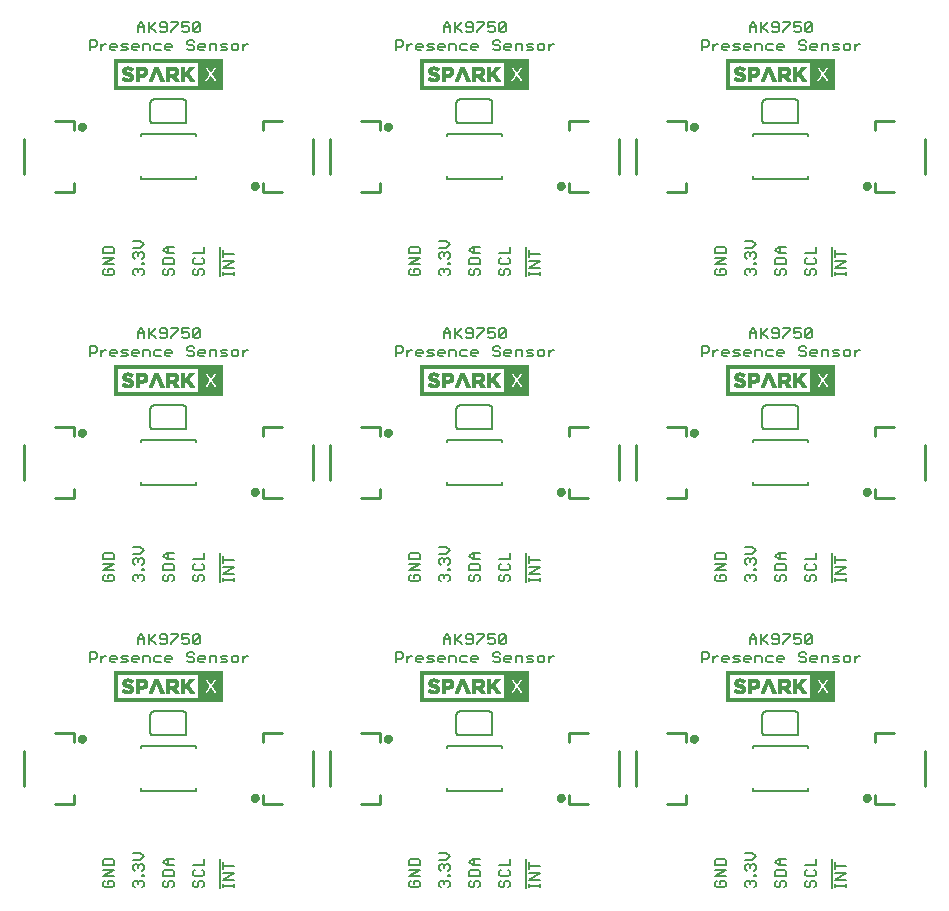
<source format=gto>
G75*
%MOIN*%
%OFA0B0*%
%FSLAX25Y25*%
%IPPOS*%
%LPD*%
%AMOC8*
5,1,8,0,0,1.08239X$1,22.5*
%
%ADD10C,0.00600*%
%ADD11C,0.01000*%
%ADD12C,0.01575*%
%ADD13C,0.00039*%
%ADD14C,0.00800*%
D10*
X0060364Y0063633D02*
X0062633Y0063633D01*
X0063200Y0064200D01*
X0063200Y0065335D01*
X0062633Y0065902D01*
X0061499Y0065902D01*
X0061499Y0064768D01*
X0060364Y0065902D02*
X0059797Y0065335D01*
X0059797Y0064200D01*
X0060364Y0063633D01*
X0059797Y0067316D02*
X0063200Y0069585D01*
X0059797Y0069585D01*
X0059797Y0071000D02*
X0059797Y0072701D01*
X0060364Y0073268D01*
X0062633Y0073268D01*
X0063200Y0072701D01*
X0063200Y0071000D01*
X0059797Y0071000D01*
X0059797Y0067316D02*
X0063200Y0067316D01*
X0069797Y0065335D02*
X0070364Y0065902D01*
X0070931Y0065902D01*
X0071499Y0065335D01*
X0072066Y0065902D01*
X0072633Y0065902D01*
X0073200Y0065335D01*
X0073200Y0064200D01*
X0072633Y0063633D01*
X0071499Y0064768D02*
X0071499Y0065335D01*
X0069797Y0065335D02*
X0069797Y0064200D01*
X0070364Y0063633D01*
X0072633Y0067316D02*
X0072633Y0067884D01*
X0073200Y0067884D01*
X0073200Y0067316D01*
X0072633Y0067316D01*
X0072633Y0069158D02*
X0073200Y0069725D01*
X0073200Y0070859D01*
X0072633Y0071427D01*
X0072066Y0071427D01*
X0071499Y0070859D01*
X0071499Y0070292D01*
X0071499Y0070859D02*
X0070931Y0071427D01*
X0070364Y0071427D01*
X0069797Y0070859D01*
X0069797Y0069725D01*
X0070364Y0069158D01*
X0069797Y0072841D02*
X0072066Y0072841D01*
X0073200Y0073975D01*
X0072066Y0075110D01*
X0069797Y0075110D01*
X0079797Y0072134D02*
X0080931Y0073268D01*
X0083200Y0073268D01*
X0081499Y0073268D02*
X0081499Y0071000D01*
X0080931Y0071000D02*
X0079797Y0072134D01*
X0080931Y0071000D02*
X0083200Y0071000D01*
X0082633Y0069585D02*
X0080364Y0069585D01*
X0079797Y0069018D01*
X0079797Y0067316D01*
X0083200Y0067316D01*
X0083200Y0069018D01*
X0082633Y0069585D01*
X0082633Y0065902D02*
X0083200Y0065335D01*
X0083200Y0064200D01*
X0082633Y0063633D01*
X0081499Y0064200D02*
X0081499Y0065335D01*
X0082066Y0065902D01*
X0082633Y0065902D01*
X0081499Y0064200D02*
X0080931Y0063633D01*
X0080364Y0063633D01*
X0079797Y0064200D01*
X0079797Y0065335D01*
X0080364Y0065902D01*
X0089797Y0065335D02*
X0089797Y0064200D01*
X0090364Y0063633D01*
X0090931Y0063633D01*
X0091499Y0064200D01*
X0091499Y0065335D01*
X0092066Y0065902D01*
X0092633Y0065902D01*
X0093200Y0065335D01*
X0093200Y0064200D01*
X0092633Y0063633D01*
X0090364Y0065902D02*
X0089797Y0065335D01*
X0090364Y0067316D02*
X0092633Y0067316D01*
X0093200Y0067884D01*
X0093200Y0069018D01*
X0092633Y0069585D01*
X0093200Y0071000D02*
X0093200Y0073268D01*
X0093200Y0071000D02*
X0089797Y0071000D01*
X0090364Y0069585D02*
X0089797Y0069018D01*
X0089797Y0067884D01*
X0090364Y0067316D01*
X0098600Y0063333D02*
X0098600Y0073155D01*
X0099797Y0072041D02*
X0099797Y0069772D01*
X0099797Y0070906D02*
X0103200Y0070906D01*
X0103200Y0068357D02*
X0099797Y0068357D01*
X0099797Y0066089D02*
X0103200Y0068357D01*
X0103200Y0066089D02*
X0099797Y0066089D01*
X0099797Y0064768D02*
X0099797Y0063633D01*
X0099797Y0064200D02*
X0103200Y0064200D01*
X0103200Y0063633D02*
X0103200Y0064768D01*
X0086500Y0114333D02*
X0076500Y0114333D01*
X0076440Y0114335D01*
X0076379Y0114340D01*
X0076320Y0114349D01*
X0076261Y0114362D01*
X0076202Y0114378D01*
X0076145Y0114398D01*
X0076090Y0114421D01*
X0076035Y0114448D01*
X0075983Y0114477D01*
X0075932Y0114510D01*
X0075883Y0114546D01*
X0075837Y0114584D01*
X0075793Y0114626D01*
X0075751Y0114670D01*
X0075713Y0114716D01*
X0075677Y0114765D01*
X0075644Y0114816D01*
X0075615Y0114868D01*
X0075588Y0114923D01*
X0075565Y0114978D01*
X0075545Y0115035D01*
X0075529Y0115094D01*
X0075516Y0115153D01*
X0075507Y0115212D01*
X0075502Y0115273D01*
X0075500Y0115333D01*
X0075500Y0121333D01*
X0075502Y0121393D01*
X0075507Y0121454D01*
X0075516Y0121513D01*
X0075529Y0121572D01*
X0075545Y0121631D01*
X0075565Y0121688D01*
X0075588Y0121743D01*
X0075615Y0121798D01*
X0075644Y0121850D01*
X0075677Y0121901D01*
X0075713Y0121950D01*
X0075751Y0121996D01*
X0075793Y0122040D01*
X0075837Y0122082D01*
X0075883Y0122120D01*
X0075932Y0122156D01*
X0075983Y0122189D01*
X0076035Y0122218D01*
X0076090Y0122245D01*
X0076145Y0122268D01*
X0076202Y0122288D01*
X0076261Y0122304D01*
X0076320Y0122317D01*
X0076379Y0122326D01*
X0076440Y0122331D01*
X0076500Y0122333D01*
X0086500Y0122333D01*
X0086560Y0122331D01*
X0086621Y0122326D01*
X0086680Y0122317D01*
X0086739Y0122304D01*
X0086798Y0122288D01*
X0086855Y0122268D01*
X0086910Y0122245D01*
X0086965Y0122218D01*
X0087017Y0122189D01*
X0087068Y0122156D01*
X0087117Y0122120D01*
X0087163Y0122082D01*
X0087207Y0122040D01*
X0087249Y0121996D01*
X0087287Y0121950D01*
X0087323Y0121901D01*
X0087356Y0121850D01*
X0087385Y0121798D01*
X0087412Y0121743D01*
X0087435Y0121688D01*
X0087455Y0121631D01*
X0087471Y0121572D01*
X0087484Y0121513D01*
X0087493Y0121454D01*
X0087498Y0121393D01*
X0087500Y0121333D01*
X0087500Y0115333D01*
X0087498Y0115273D01*
X0087493Y0115212D01*
X0087484Y0115153D01*
X0087471Y0115094D01*
X0087455Y0115035D01*
X0087435Y0114978D01*
X0087412Y0114923D01*
X0087385Y0114868D01*
X0087356Y0114816D01*
X0087323Y0114765D01*
X0087287Y0114716D01*
X0087249Y0114670D01*
X0087207Y0114626D01*
X0087163Y0114584D01*
X0087117Y0114546D01*
X0087068Y0114510D01*
X0087017Y0114477D01*
X0086965Y0114448D01*
X0086910Y0114421D01*
X0086855Y0114398D01*
X0086798Y0114378D01*
X0086739Y0114362D01*
X0086680Y0114349D01*
X0086621Y0114340D01*
X0086560Y0114335D01*
X0086500Y0114333D01*
X0088392Y0138633D02*
X0087825Y0139200D01*
X0088392Y0138633D02*
X0089526Y0138633D01*
X0090093Y0139200D01*
X0090093Y0139768D01*
X0089526Y0140335D01*
X0088392Y0140335D01*
X0087825Y0140902D01*
X0087825Y0141469D01*
X0088392Y0142036D01*
X0089526Y0142036D01*
X0090093Y0141469D01*
X0091508Y0140335D02*
X0092075Y0140902D01*
X0093209Y0140902D01*
X0093776Y0140335D01*
X0093776Y0139768D01*
X0091508Y0139768D01*
X0091508Y0140335D02*
X0091508Y0139200D01*
X0092075Y0138633D01*
X0093209Y0138633D01*
X0095191Y0138633D02*
X0095191Y0140902D01*
X0096892Y0140902D01*
X0097460Y0140335D01*
X0097460Y0138633D01*
X0098874Y0138633D02*
X0100576Y0138633D01*
X0101143Y0139200D01*
X0100576Y0139768D01*
X0099441Y0139768D01*
X0098874Y0140335D01*
X0099441Y0140902D01*
X0101143Y0140902D01*
X0102557Y0140335D02*
X0102557Y0139200D01*
X0103124Y0138633D01*
X0104259Y0138633D01*
X0104826Y0139200D01*
X0104826Y0140335D01*
X0104259Y0140902D01*
X0103124Y0140902D01*
X0102557Y0140335D01*
X0106240Y0140902D02*
X0106240Y0138633D01*
X0106240Y0139768D02*
X0107375Y0140902D01*
X0107942Y0140902D01*
X0091935Y0145200D02*
X0091368Y0144633D01*
X0090233Y0144633D01*
X0089666Y0145200D01*
X0091935Y0147469D01*
X0091935Y0145200D01*
X0089666Y0145200D02*
X0089666Y0147469D01*
X0090233Y0148036D01*
X0091368Y0148036D01*
X0091935Y0147469D01*
X0088252Y0148036D02*
X0085983Y0148036D01*
X0085983Y0146335D01*
X0087117Y0146902D01*
X0087685Y0146902D01*
X0088252Y0146335D01*
X0088252Y0145200D01*
X0087685Y0144633D01*
X0086550Y0144633D01*
X0085983Y0145200D01*
X0084569Y0147469D02*
X0082300Y0145200D01*
X0082300Y0144633D01*
X0080885Y0145200D02*
X0080885Y0147469D01*
X0080318Y0148036D01*
X0079184Y0148036D01*
X0078617Y0147469D01*
X0078617Y0146902D01*
X0079184Y0146335D01*
X0080885Y0146335D01*
X0080885Y0145200D02*
X0080318Y0144633D01*
X0079184Y0144633D01*
X0078617Y0145200D01*
X0077202Y0144633D02*
X0075501Y0146335D01*
X0074934Y0145768D02*
X0077202Y0148036D01*
X0074934Y0148036D02*
X0074934Y0144633D01*
X0073519Y0144633D02*
X0073519Y0146902D01*
X0072385Y0148036D01*
X0071251Y0146902D01*
X0071251Y0144633D01*
X0071251Y0146335D02*
X0073519Y0146335D01*
X0073092Y0140902D02*
X0074794Y0140902D01*
X0075361Y0140335D01*
X0075361Y0138633D01*
X0076775Y0139200D02*
X0077342Y0138633D01*
X0079044Y0138633D01*
X0080458Y0139200D02*
X0080458Y0140335D01*
X0081026Y0140902D01*
X0082160Y0140902D01*
X0082727Y0140335D01*
X0082727Y0139768D01*
X0080458Y0139768D01*
X0080458Y0139200D02*
X0081026Y0138633D01*
X0082160Y0138633D01*
X0079044Y0140902D02*
X0077342Y0140902D01*
X0076775Y0140335D01*
X0076775Y0139200D01*
X0073092Y0138633D02*
X0073092Y0140902D01*
X0071678Y0140335D02*
X0071678Y0139768D01*
X0069409Y0139768D01*
X0069409Y0140335D02*
X0069976Y0140902D01*
X0071110Y0140902D01*
X0071678Y0140335D01*
X0071110Y0138633D02*
X0069976Y0138633D01*
X0069409Y0139200D01*
X0069409Y0140335D01*
X0067994Y0140902D02*
X0066293Y0140902D01*
X0065726Y0140335D01*
X0066293Y0139768D01*
X0067427Y0139768D01*
X0067994Y0139200D01*
X0067427Y0138633D01*
X0065726Y0138633D01*
X0064311Y0139768D02*
X0062043Y0139768D01*
X0062043Y0140335D02*
X0062610Y0140902D01*
X0063744Y0140902D01*
X0064311Y0140335D01*
X0064311Y0139768D01*
X0063744Y0138633D02*
X0062610Y0138633D01*
X0062043Y0139200D01*
X0062043Y0140335D01*
X0060675Y0140902D02*
X0060108Y0140902D01*
X0058973Y0139768D01*
X0058973Y0140902D02*
X0058973Y0138633D01*
X0057559Y0140335D02*
X0056992Y0139768D01*
X0055290Y0139768D01*
X0055290Y0138633D02*
X0055290Y0142036D01*
X0056992Y0142036D01*
X0057559Y0141469D01*
X0057559Y0140335D01*
X0082300Y0148036D02*
X0084569Y0148036D01*
X0084569Y0147469D01*
X0098600Y0165333D02*
X0098600Y0175155D01*
X0099797Y0174041D02*
X0099797Y0171772D01*
X0099797Y0172906D02*
X0103200Y0172906D01*
X0103200Y0170357D02*
X0099797Y0170357D01*
X0099797Y0168089D02*
X0103200Y0170357D01*
X0103200Y0168089D02*
X0099797Y0168089D01*
X0099797Y0166768D02*
X0099797Y0165633D01*
X0099797Y0166200D02*
X0103200Y0166200D01*
X0103200Y0165633D02*
X0103200Y0166768D01*
X0093200Y0167335D02*
X0093200Y0166200D01*
X0092633Y0165633D01*
X0091499Y0166200D02*
X0091499Y0167335D01*
X0092066Y0167902D01*
X0092633Y0167902D01*
X0093200Y0167335D01*
X0091499Y0166200D02*
X0090931Y0165633D01*
X0090364Y0165633D01*
X0089797Y0166200D01*
X0089797Y0167335D01*
X0090364Y0167902D01*
X0090364Y0169316D02*
X0092633Y0169316D01*
X0093200Y0169884D01*
X0093200Y0171018D01*
X0092633Y0171585D01*
X0093200Y0173000D02*
X0093200Y0175268D01*
X0093200Y0173000D02*
X0089797Y0173000D01*
X0090364Y0171585D02*
X0089797Y0171018D01*
X0089797Y0169884D01*
X0090364Y0169316D01*
X0083200Y0169316D02*
X0083200Y0171018D01*
X0082633Y0171585D01*
X0080364Y0171585D01*
X0079797Y0171018D01*
X0079797Y0169316D01*
X0083200Y0169316D01*
X0082633Y0167902D02*
X0083200Y0167335D01*
X0083200Y0166200D01*
X0082633Y0165633D01*
X0081499Y0166200D02*
X0081499Y0167335D01*
X0082066Y0167902D01*
X0082633Y0167902D01*
X0081499Y0166200D02*
X0080931Y0165633D01*
X0080364Y0165633D01*
X0079797Y0166200D01*
X0079797Y0167335D01*
X0080364Y0167902D01*
X0080931Y0173000D02*
X0079797Y0174134D01*
X0080931Y0175268D01*
X0083200Y0175268D01*
X0081499Y0175268D02*
X0081499Y0173000D01*
X0080931Y0173000D02*
X0083200Y0173000D01*
X0073200Y0172859D02*
X0073200Y0171725D01*
X0072633Y0171158D01*
X0072633Y0169884D02*
X0073200Y0169884D01*
X0073200Y0169316D01*
X0072633Y0169316D01*
X0072633Y0169884D01*
X0072633Y0167902D02*
X0072066Y0167902D01*
X0071499Y0167335D01*
X0071499Y0166768D01*
X0071499Y0167335D02*
X0070931Y0167902D01*
X0070364Y0167902D01*
X0069797Y0167335D01*
X0069797Y0166200D01*
X0070364Y0165633D01*
X0072633Y0165633D02*
X0073200Y0166200D01*
X0073200Y0167335D01*
X0072633Y0167902D01*
X0070364Y0171158D02*
X0069797Y0171725D01*
X0069797Y0172859D01*
X0070364Y0173427D01*
X0070931Y0173427D01*
X0071499Y0172859D01*
X0072066Y0173427D01*
X0072633Y0173427D01*
X0073200Y0172859D01*
X0071499Y0172859D02*
X0071499Y0172292D01*
X0072066Y0174841D02*
X0073200Y0175975D01*
X0072066Y0177110D01*
X0069797Y0177110D01*
X0069797Y0174841D02*
X0072066Y0174841D01*
X0063200Y0174701D02*
X0063200Y0173000D01*
X0059797Y0173000D01*
X0059797Y0174701D01*
X0060364Y0175268D01*
X0062633Y0175268D01*
X0063200Y0174701D01*
X0063200Y0171585D02*
X0059797Y0171585D01*
X0059797Y0169316D02*
X0063200Y0171585D01*
X0063200Y0169316D02*
X0059797Y0169316D01*
X0060364Y0167902D02*
X0059797Y0167335D01*
X0059797Y0166200D01*
X0060364Y0165633D01*
X0062633Y0165633D01*
X0063200Y0166200D01*
X0063200Y0167335D01*
X0062633Y0167902D01*
X0061499Y0167902D01*
X0061499Y0166768D01*
X0076500Y0216333D02*
X0086500Y0216333D01*
X0086560Y0216335D01*
X0086621Y0216340D01*
X0086680Y0216349D01*
X0086739Y0216362D01*
X0086798Y0216378D01*
X0086855Y0216398D01*
X0086910Y0216421D01*
X0086965Y0216448D01*
X0087017Y0216477D01*
X0087068Y0216510D01*
X0087117Y0216546D01*
X0087163Y0216584D01*
X0087207Y0216626D01*
X0087249Y0216670D01*
X0087287Y0216716D01*
X0087323Y0216765D01*
X0087356Y0216816D01*
X0087385Y0216868D01*
X0087412Y0216923D01*
X0087435Y0216978D01*
X0087455Y0217035D01*
X0087471Y0217094D01*
X0087484Y0217153D01*
X0087493Y0217212D01*
X0087498Y0217273D01*
X0087500Y0217333D01*
X0087500Y0223333D01*
X0087498Y0223393D01*
X0087493Y0223454D01*
X0087484Y0223513D01*
X0087471Y0223572D01*
X0087455Y0223631D01*
X0087435Y0223688D01*
X0087412Y0223743D01*
X0087385Y0223798D01*
X0087356Y0223850D01*
X0087323Y0223901D01*
X0087287Y0223950D01*
X0087249Y0223996D01*
X0087207Y0224040D01*
X0087163Y0224082D01*
X0087117Y0224120D01*
X0087068Y0224156D01*
X0087017Y0224189D01*
X0086965Y0224218D01*
X0086910Y0224245D01*
X0086855Y0224268D01*
X0086798Y0224288D01*
X0086739Y0224304D01*
X0086680Y0224317D01*
X0086621Y0224326D01*
X0086560Y0224331D01*
X0086500Y0224333D01*
X0076500Y0224333D01*
X0076440Y0224331D01*
X0076379Y0224326D01*
X0076320Y0224317D01*
X0076261Y0224304D01*
X0076202Y0224288D01*
X0076145Y0224268D01*
X0076090Y0224245D01*
X0076035Y0224218D01*
X0075983Y0224189D01*
X0075932Y0224156D01*
X0075883Y0224120D01*
X0075837Y0224082D01*
X0075793Y0224040D01*
X0075751Y0223996D01*
X0075713Y0223950D01*
X0075677Y0223901D01*
X0075644Y0223850D01*
X0075615Y0223798D01*
X0075588Y0223743D01*
X0075565Y0223688D01*
X0075545Y0223631D01*
X0075529Y0223572D01*
X0075516Y0223513D01*
X0075507Y0223454D01*
X0075502Y0223393D01*
X0075500Y0223333D01*
X0075500Y0217333D01*
X0075502Y0217273D01*
X0075507Y0217212D01*
X0075516Y0217153D01*
X0075529Y0217094D01*
X0075545Y0217035D01*
X0075565Y0216978D01*
X0075588Y0216923D01*
X0075615Y0216868D01*
X0075644Y0216816D01*
X0075677Y0216765D01*
X0075713Y0216716D01*
X0075751Y0216670D01*
X0075793Y0216626D01*
X0075837Y0216584D01*
X0075883Y0216546D01*
X0075932Y0216510D01*
X0075983Y0216477D01*
X0076035Y0216448D01*
X0076090Y0216421D01*
X0076145Y0216398D01*
X0076202Y0216378D01*
X0076261Y0216362D01*
X0076320Y0216349D01*
X0076379Y0216340D01*
X0076440Y0216335D01*
X0076500Y0216333D01*
X0077342Y0240633D02*
X0076775Y0241200D01*
X0076775Y0242335D01*
X0077342Y0242902D01*
X0079044Y0242902D01*
X0080458Y0242335D02*
X0081026Y0242902D01*
X0082160Y0242902D01*
X0082727Y0242335D01*
X0082727Y0241768D01*
X0080458Y0241768D01*
X0080458Y0242335D02*
X0080458Y0241200D01*
X0081026Y0240633D01*
X0082160Y0240633D01*
X0079044Y0240633D02*
X0077342Y0240633D01*
X0075361Y0240633D02*
X0075361Y0242335D01*
X0074794Y0242902D01*
X0073092Y0242902D01*
X0073092Y0240633D01*
X0071678Y0241768D02*
X0069409Y0241768D01*
X0069409Y0242335D02*
X0069976Y0242902D01*
X0071110Y0242902D01*
X0071678Y0242335D01*
X0071678Y0241768D01*
X0071110Y0240633D02*
X0069976Y0240633D01*
X0069409Y0241200D01*
X0069409Y0242335D01*
X0067994Y0242902D02*
X0066293Y0242902D01*
X0065726Y0242335D01*
X0066293Y0241768D01*
X0067427Y0241768D01*
X0067994Y0241200D01*
X0067427Y0240633D01*
X0065726Y0240633D01*
X0064311Y0241768D02*
X0062043Y0241768D01*
X0062043Y0242335D02*
X0062610Y0242902D01*
X0063744Y0242902D01*
X0064311Y0242335D01*
X0064311Y0241768D01*
X0063744Y0240633D02*
X0062610Y0240633D01*
X0062043Y0241200D01*
X0062043Y0242335D01*
X0060675Y0242902D02*
X0060108Y0242902D01*
X0058973Y0241768D01*
X0058973Y0242902D02*
X0058973Y0240633D01*
X0057559Y0242335D02*
X0057559Y0243469D01*
X0056992Y0244036D01*
X0055290Y0244036D01*
X0055290Y0240633D01*
X0055290Y0241768D02*
X0056992Y0241768D01*
X0057559Y0242335D01*
X0071251Y0246633D02*
X0071251Y0248902D01*
X0072385Y0250036D01*
X0073519Y0248902D01*
X0073519Y0246633D01*
X0074934Y0246633D02*
X0074934Y0250036D01*
X0075501Y0248335D02*
X0077202Y0246633D01*
X0078617Y0247200D02*
X0079184Y0246633D01*
X0080318Y0246633D01*
X0080885Y0247200D01*
X0080885Y0249469D01*
X0080318Y0250036D01*
X0079184Y0250036D01*
X0078617Y0249469D01*
X0078617Y0248902D01*
X0079184Y0248335D01*
X0080885Y0248335D01*
X0082300Y0247200D02*
X0082300Y0246633D01*
X0082300Y0247200D02*
X0084569Y0249469D01*
X0084569Y0250036D01*
X0082300Y0250036D01*
X0085983Y0250036D02*
X0085983Y0248335D01*
X0087117Y0248902D01*
X0087685Y0248902D01*
X0088252Y0248335D01*
X0088252Y0247200D01*
X0087685Y0246633D01*
X0086550Y0246633D01*
X0085983Y0247200D01*
X0085983Y0250036D02*
X0088252Y0250036D01*
X0089666Y0249469D02*
X0090233Y0250036D01*
X0091368Y0250036D01*
X0091935Y0249469D01*
X0089666Y0247200D01*
X0090233Y0246633D01*
X0091368Y0246633D01*
X0091935Y0247200D01*
X0091935Y0249469D01*
X0089666Y0249469D02*
X0089666Y0247200D01*
X0089526Y0244036D02*
X0088392Y0244036D01*
X0087825Y0243469D01*
X0087825Y0242902D01*
X0088392Y0242335D01*
X0089526Y0242335D01*
X0090093Y0241768D01*
X0090093Y0241200D01*
X0089526Y0240633D01*
X0088392Y0240633D01*
X0087825Y0241200D01*
X0090093Y0243469D02*
X0089526Y0244036D01*
X0091508Y0242335D02*
X0092075Y0242902D01*
X0093209Y0242902D01*
X0093776Y0242335D01*
X0093776Y0241768D01*
X0091508Y0241768D01*
X0091508Y0242335D02*
X0091508Y0241200D01*
X0092075Y0240633D01*
X0093209Y0240633D01*
X0095191Y0240633D02*
X0095191Y0242902D01*
X0096892Y0242902D01*
X0097460Y0242335D01*
X0097460Y0240633D01*
X0098874Y0240633D02*
X0100576Y0240633D01*
X0101143Y0241200D01*
X0100576Y0241768D01*
X0099441Y0241768D01*
X0098874Y0242335D01*
X0099441Y0242902D01*
X0101143Y0242902D01*
X0102557Y0242335D02*
X0103124Y0242902D01*
X0104259Y0242902D01*
X0104826Y0242335D01*
X0104826Y0241200D01*
X0104259Y0240633D01*
X0103124Y0240633D01*
X0102557Y0241200D01*
X0102557Y0242335D01*
X0106240Y0242902D02*
X0106240Y0240633D01*
X0106240Y0241768D02*
X0107375Y0242902D01*
X0107942Y0242902D01*
X0103200Y0267633D02*
X0103200Y0268768D01*
X0103200Y0268200D02*
X0099797Y0268200D01*
X0099797Y0267633D02*
X0099797Y0268768D01*
X0099797Y0270089D02*
X0103200Y0272357D01*
X0099797Y0272357D01*
X0099797Y0273772D02*
X0099797Y0276041D01*
X0099797Y0274906D02*
X0103200Y0274906D01*
X0103200Y0270089D02*
X0099797Y0270089D01*
X0098600Y0267333D02*
X0098600Y0277155D01*
X0093200Y0277268D02*
X0093200Y0275000D01*
X0089797Y0275000D01*
X0090364Y0273585D02*
X0089797Y0273018D01*
X0089797Y0271884D01*
X0090364Y0271316D01*
X0092633Y0271316D01*
X0093200Y0271884D01*
X0093200Y0273018D01*
X0092633Y0273585D01*
X0092633Y0269902D02*
X0093200Y0269335D01*
X0093200Y0268200D01*
X0092633Y0267633D01*
X0091499Y0268200D02*
X0091499Y0269335D01*
X0092066Y0269902D01*
X0092633Y0269902D01*
X0091499Y0268200D02*
X0090931Y0267633D01*
X0090364Y0267633D01*
X0089797Y0268200D01*
X0089797Y0269335D01*
X0090364Y0269902D01*
X0083200Y0269335D02*
X0083200Y0268200D01*
X0082633Y0267633D01*
X0081499Y0268200D02*
X0081499Y0269335D01*
X0082066Y0269902D01*
X0082633Y0269902D01*
X0083200Y0269335D01*
X0083200Y0271316D02*
X0079797Y0271316D01*
X0079797Y0273018D01*
X0080364Y0273585D01*
X0082633Y0273585D01*
X0083200Y0273018D01*
X0083200Y0271316D01*
X0080364Y0269902D02*
X0079797Y0269335D01*
X0079797Y0268200D01*
X0080364Y0267633D01*
X0080931Y0267633D01*
X0081499Y0268200D01*
X0073200Y0268200D02*
X0072633Y0267633D01*
X0073200Y0268200D02*
X0073200Y0269335D01*
X0072633Y0269902D01*
X0072066Y0269902D01*
X0071499Y0269335D01*
X0071499Y0268768D01*
X0071499Y0269335D02*
X0070931Y0269902D01*
X0070364Y0269902D01*
X0069797Y0269335D01*
X0069797Y0268200D01*
X0070364Y0267633D01*
X0072633Y0271316D02*
X0072633Y0271884D01*
X0073200Y0271884D01*
X0073200Y0271316D01*
X0072633Y0271316D01*
X0072633Y0273158D02*
X0073200Y0273725D01*
X0073200Y0274859D01*
X0072633Y0275427D01*
X0072066Y0275427D01*
X0071499Y0274859D01*
X0071499Y0274292D01*
X0071499Y0274859D02*
X0070931Y0275427D01*
X0070364Y0275427D01*
X0069797Y0274859D01*
X0069797Y0273725D01*
X0070364Y0273158D01*
X0069797Y0276841D02*
X0072066Y0276841D01*
X0073200Y0277975D01*
X0072066Y0279110D01*
X0069797Y0279110D01*
X0063200Y0276701D02*
X0062633Y0277268D01*
X0060364Y0277268D01*
X0059797Y0276701D01*
X0059797Y0275000D01*
X0063200Y0275000D01*
X0063200Y0276701D01*
X0063200Y0273585D02*
X0059797Y0273585D01*
X0059797Y0271316D02*
X0063200Y0273585D01*
X0063200Y0271316D02*
X0059797Y0271316D01*
X0060364Y0269902D02*
X0059797Y0269335D01*
X0059797Y0268200D01*
X0060364Y0267633D01*
X0062633Y0267633D01*
X0063200Y0268200D01*
X0063200Y0269335D01*
X0062633Y0269902D01*
X0061499Y0269902D01*
X0061499Y0268768D01*
X0079797Y0276134D02*
X0080931Y0277268D01*
X0083200Y0277268D01*
X0081499Y0277268D02*
X0081499Y0275000D01*
X0080931Y0275000D02*
X0079797Y0276134D01*
X0080931Y0275000D02*
X0083200Y0275000D01*
X0077202Y0250036D02*
X0074934Y0247768D01*
X0073519Y0248335D02*
X0071251Y0248335D01*
X0076500Y0318333D02*
X0086500Y0318333D01*
X0086560Y0318335D01*
X0086621Y0318340D01*
X0086680Y0318349D01*
X0086739Y0318362D01*
X0086798Y0318378D01*
X0086855Y0318398D01*
X0086910Y0318421D01*
X0086965Y0318448D01*
X0087017Y0318477D01*
X0087068Y0318510D01*
X0087117Y0318546D01*
X0087163Y0318584D01*
X0087207Y0318626D01*
X0087249Y0318670D01*
X0087287Y0318716D01*
X0087323Y0318765D01*
X0087356Y0318816D01*
X0087385Y0318868D01*
X0087412Y0318923D01*
X0087435Y0318978D01*
X0087455Y0319035D01*
X0087471Y0319094D01*
X0087484Y0319153D01*
X0087493Y0319212D01*
X0087498Y0319273D01*
X0087500Y0319333D01*
X0087500Y0325333D01*
X0087498Y0325393D01*
X0087493Y0325454D01*
X0087484Y0325513D01*
X0087471Y0325572D01*
X0087455Y0325631D01*
X0087435Y0325688D01*
X0087412Y0325743D01*
X0087385Y0325798D01*
X0087356Y0325850D01*
X0087323Y0325901D01*
X0087287Y0325950D01*
X0087249Y0325996D01*
X0087207Y0326040D01*
X0087163Y0326082D01*
X0087117Y0326120D01*
X0087068Y0326156D01*
X0087017Y0326189D01*
X0086965Y0326218D01*
X0086910Y0326245D01*
X0086855Y0326268D01*
X0086798Y0326288D01*
X0086739Y0326304D01*
X0086680Y0326317D01*
X0086621Y0326326D01*
X0086560Y0326331D01*
X0086500Y0326333D01*
X0076500Y0326333D01*
X0076440Y0326331D01*
X0076379Y0326326D01*
X0076320Y0326317D01*
X0076261Y0326304D01*
X0076202Y0326288D01*
X0076145Y0326268D01*
X0076090Y0326245D01*
X0076035Y0326218D01*
X0075983Y0326189D01*
X0075932Y0326156D01*
X0075883Y0326120D01*
X0075837Y0326082D01*
X0075793Y0326040D01*
X0075751Y0325996D01*
X0075713Y0325950D01*
X0075677Y0325901D01*
X0075644Y0325850D01*
X0075615Y0325798D01*
X0075588Y0325743D01*
X0075565Y0325688D01*
X0075545Y0325631D01*
X0075529Y0325572D01*
X0075516Y0325513D01*
X0075507Y0325454D01*
X0075502Y0325393D01*
X0075500Y0325333D01*
X0075500Y0319333D01*
X0075502Y0319273D01*
X0075507Y0319212D01*
X0075516Y0319153D01*
X0075529Y0319094D01*
X0075545Y0319035D01*
X0075565Y0318978D01*
X0075588Y0318923D01*
X0075615Y0318868D01*
X0075644Y0318816D01*
X0075677Y0318765D01*
X0075713Y0318716D01*
X0075751Y0318670D01*
X0075793Y0318626D01*
X0075837Y0318584D01*
X0075883Y0318546D01*
X0075932Y0318510D01*
X0075983Y0318477D01*
X0076035Y0318448D01*
X0076090Y0318421D01*
X0076145Y0318398D01*
X0076202Y0318378D01*
X0076261Y0318362D01*
X0076320Y0318349D01*
X0076379Y0318340D01*
X0076440Y0318335D01*
X0076500Y0318333D01*
X0077342Y0342633D02*
X0076775Y0343200D01*
X0076775Y0344335D01*
X0077342Y0344902D01*
X0079044Y0344902D01*
X0080458Y0344335D02*
X0081026Y0344902D01*
X0082160Y0344902D01*
X0082727Y0344335D01*
X0082727Y0343768D01*
X0080458Y0343768D01*
X0080458Y0344335D02*
X0080458Y0343200D01*
X0081026Y0342633D01*
X0082160Y0342633D01*
X0079044Y0342633D02*
X0077342Y0342633D01*
X0075361Y0342633D02*
X0075361Y0344335D01*
X0074794Y0344902D01*
X0073092Y0344902D01*
X0073092Y0342633D01*
X0071678Y0343768D02*
X0069409Y0343768D01*
X0069409Y0344335D02*
X0069976Y0344902D01*
X0071110Y0344902D01*
X0071678Y0344335D01*
X0071678Y0343768D01*
X0071110Y0342633D02*
X0069976Y0342633D01*
X0069409Y0343200D01*
X0069409Y0344335D01*
X0067994Y0344902D02*
X0066293Y0344902D01*
X0065726Y0344335D01*
X0066293Y0343768D01*
X0067427Y0343768D01*
X0067994Y0343200D01*
X0067427Y0342633D01*
X0065726Y0342633D01*
X0064311Y0343768D02*
X0062043Y0343768D01*
X0062043Y0344335D02*
X0062610Y0344902D01*
X0063744Y0344902D01*
X0064311Y0344335D01*
X0064311Y0343768D01*
X0063744Y0342633D02*
X0062610Y0342633D01*
X0062043Y0343200D01*
X0062043Y0344335D01*
X0060675Y0344902D02*
X0060108Y0344902D01*
X0058973Y0343768D01*
X0058973Y0344902D02*
X0058973Y0342633D01*
X0057559Y0344335D02*
X0056992Y0343768D01*
X0055290Y0343768D01*
X0055290Y0342633D02*
X0055290Y0346036D01*
X0056992Y0346036D01*
X0057559Y0345469D01*
X0057559Y0344335D01*
X0071251Y0348633D02*
X0071251Y0350902D01*
X0072385Y0352036D01*
X0073519Y0350902D01*
X0073519Y0348633D01*
X0074934Y0348633D02*
X0074934Y0352036D01*
X0075501Y0350335D02*
X0077202Y0348633D01*
X0078617Y0349200D02*
X0079184Y0348633D01*
X0080318Y0348633D01*
X0080885Y0349200D01*
X0080885Y0351469D01*
X0080318Y0352036D01*
X0079184Y0352036D01*
X0078617Y0351469D01*
X0078617Y0350902D01*
X0079184Y0350335D01*
X0080885Y0350335D01*
X0082300Y0349200D02*
X0082300Y0348633D01*
X0082300Y0349200D02*
X0084569Y0351469D01*
X0084569Y0352036D01*
X0082300Y0352036D01*
X0085983Y0352036D02*
X0085983Y0350335D01*
X0087117Y0350902D01*
X0087685Y0350902D01*
X0088252Y0350335D01*
X0088252Y0349200D01*
X0087685Y0348633D01*
X0086550Y0348633D01*
X0085983Y0349200D01*
X0085983Y0352036D02*
X0088252Y0352036D01*
X0089666Y0351469D02*
X0090233Y0352036D01*
X0091368Y0352036D01*
X0091935Y0351469D01*
X0089666Y0349200D01*
X0090233Y0348633D01*
X0091368Y0348633D01*
X0091935Y0349200D01*
X0091935Y0351469D01*
X0089666Y0351469D02*
X0089666Y0349200D01*
X0089526Y0346036D02*
X0088392Y0346036D01*
X0087825Y0345469D01*
X0087825Y0344902D01*
X0088392Y0344335D01*
X0089526Y0344335D01*
X0090093Y0343768D01*
X0090093Y0343200D01*
X0089526Y0342633D01*
X0088392Y0342633D01*
X0087825Y0343200D01*
X0090093Y0345469D02*
X0089526Y0346036D01*
X0091508Y0344335D02*
X0092075Y0344902D01*
X0093209Y0344902D01*
X0093776Y0344335D01*
X0093776Y0343768D01*
X0091508Y0343768D01*
X0091508Y0344335D02*
X0091508Y0343200D01*
X0092075Y0342633D01*
X0093209Y0342633D01*
X0095191Y0342633D02*
X0095191Y0344902D01*
X0096892Y0344902D01*
X0097460Y0344335D01*
X0097460Y0342633D01*
X0098874Y0342633D02*
X0100576Y0342633D01*
X0101143Y0343200D01*
X0100576Y0343768D01*
X0099441Y0343768D01*
X0098874Y0344335D01*
X0099441Y0344902D01*
X0101143Y0344902D01*
X0102557Y0344335D02*
X0102557Y0343200D01*
X0103124Y0342633D01*
X0104259Y0342633D01*
X0104826Y0343200D01*
X0104826Y0344335D01*
X0104259Y0344902D01*
X0103124Y0344902D01*
X0102557Y0344335D01*
X0106240Y0344902D02*
X0106240Y0342633D01*
X0106240Y0343768D02*
X0107375Y0344902D01*
X0107942Y0344902D01*
X0077202Y0352036D02*
X0074934Y0349768D01*
X0073519Y0350335D02*
X0071251Y0350335D01*
X0157290Y0346036D02*
X0158992Y0346036D01*
X0159559Y0345469D01*
X0159559Y0344335D01*
X0158992Y0343768D01*
X0157290Y0343768D01*
X0157290Y0342633D02*
X0157290Y0346036D01*
X0160973Y0344902D02*
X0160973Y0342633D01*
X0160973Y0343768D02*
X0162108Y0344902D01*
X0162675Y0344902D01*
X0164043Y0344335D02*
X0164610Y0344902D01*
X0165744Y0344902D01*
X0166311Y0344335D01*
X0166311Y0343768D01*
X0164043Y0343768D01*
X0164043Y0344335D02*
X0164043Y0343200D01*
X0164610Y0342633D01*
X0165744Y0342633D01*
X0167726Y0342633D02*
X0169427Y0342633D01*
X0169994Y0343200D01*
X0169427Y0343768D01*
X0168293Y0343768D01*
X0167726Y0344335D01*
X0168293Y0344902D01*
X0169994Y0344902D01*
X0171409Y0344335D02*
X0171976Y0344902D01*
X0173110Y0344902D01*
X0173678Y0344335D01*
X0173678Y0343768D01*
X0171409Y0343768D01*
X0171409Y0344335D02*
X0171409Y0343200D01*
X0171976Y0342633D01*
X0173110Y0342633D01*
X0175092Y0342633D02*
X0175092Y0344902D01*
X0176794Y0344902D01*
X0177361Y0344335D01*
X0177361Y0342633D01*
X0178775Y0343200D02*
X0179342Y0342633D01*
X0181044Y0342633D01*
X0182458Y0343200D02*
X0182458Y0344335D01*
X0183026Y0344902D01*
X0184160Y0344902D01*
X0184727Y0344335D01*
X0184727Y0343768D01*
X0182458Y0343768D01*
X0182458Y0343200D02*
X0183026Y0342633D01*
X0184160Y0342633D01*
X0181044Y0344902D02*
X0179342Y0344902D01*
X0178775Y0344335D01*
X0178775Y0343200D01*
X0179202Y0348633D02*
X0177501Y0350335D01*
X0176934Y0349768D02*
X0179202Y0352036D01*
X0180617Y0351469D02*
X0180617Y0350902D01*
X0181184Y0350335D01*
X0182885Y0350335D01*
X0182885Y0351469D02*
X0182318Y0352036D01*
X0181184Y0352036D01*
X0180617Y0351469D01*
X0182885Y0351469D02*
X0182885Y0349200D01*
X0182318Y0348633D01*
X0181184Y0348633D01*
X0180617Y0349200D01*
X0184300Y0349200D02*
X0184300Y0348633D01*
X0184300Y0349200D02*
X0186569Y0351469D01*
X0186569Y0352036D01*
X0184300Y0352036D01*
X0187983Y0352036D02*
X0187983Y0350335D01*
X0189117Y0350902D01*
X0189685Y0350902D01*
X0190252Y0350335D01*
X0190252Y0349200D01*
X0189685Y0348633D01*
X0188550Y0348633D01*
X0187983Y0349200D01*
X0187983Y0352036D02*
X0190252Y0352036D01*
X0191666Y0351469D02*
X0191666Y0349200D01*
X0193935Y0351469D01*
X0193935Y0349200D01*
X0193368Y0348633D01*
X0192233Y0348633D01*
X0191666Y0349200D01*
X0191666Y0351469D02*
X0192233Y0352036D01*
X0193368Y0352036D01*
X0193935Y0351469D01*
X0191526Y0346036D02*
X0190392Y0346036D01*
X0189825Y0345469D01*
X0189825Y0344902D01*
X0190392Y0344335D01*
X0191526Y0344335D01*
X0192093Y0343768D01*
X0192093Y0343200D01*
X0191526Y0342633D01*
X0190392Y0342633D01*
X0189825Y0343200D01*
X0192093Y0345469D02*
X0191526Y0346036D01*
X0193508Y0344335D02*
X0194075Y0344902D01*
X0195209Y0344902D01*
X0195776Y0344335D01*
X0195776Y0343768D01*
X0193508Y0343768D01*
X0193508Y0344335D02*
X0193508Y0343200D01*
X0194075Y0342633D01*
X0195209Y0342633D01*
X0197191Y0342633D02*
X0197191Y0344902D01*
X0198892Y0344902D01*
X0199460Y0344335D01*
X0199460Y0342633D01*
X0200874Y0342633D02*
X0202576Y0342633D01*
X0203143Y0343200D01*
X0202576Y0343768D01*
X0201441Y0343768D01*
X0200874Y0344335D01*
X0201441Y0344902D01*
X0203143Y0344902D01*
X0204557Y0344335D02*
X0204557Y0343200D01*
X0205124Y0342633D01*
X0206259Y0342633D01*
X0206826Y0343200D01*
X0206826Y0344335D01*
X0206259Y0344902D01*
X0205124Y0344902D01*
X0204557Y0344335D01*
X0208240Y0344902D02*
X0208240Y0342633D01*
X0208240Y0343768D02*
X0209375Y0344902D01*
X0209942Y0344902D01*
X0189500Y0325333D02*
X0189500Y0319333D01*
X0189498Y0319273D01*
X0189493Y0319212D01*
X0189484Y0319153D01*
X0189471Y0319094D01*
X0189455Y0319035D01*
X0189435Y0318978D01*
X0189412Y0318923D01*
X0189385Y0318868D01*
X0189356Y0318816D01*
X0189323Y0318765D01*
X0189287Y0318716D01*
X0189249Y0318670D01*
X0189207Y0318626D01*
X0189163Y0318584D01*
X0189117Y0318546D01*
X0189068Y0318510D01*
X0189017Y0318477D01*
X0188965Y0318448D01*
X0188910Y0318421D01*
X0188855Y0318398D01*
X0188798Y0318378D01*
X0188739Y0318362D01*
X0188680Y0318349D01*
X0188621Y0318340D01*
X0188560Y0318335D01*
X0188500Y0318333D01*
X0178500Y0318333D01*
X0178440Y0318335D01*
X0178379Y0318340D01*
X0178320Y0318349D01*
X0178261Y0318362D01*
X0178202Y0318378D01*
X0178145Y0318398D01*
X0178090Y0318421D01*
X0178035Y0318448D01*
X0177983Y0318477D01*
X0177932Y0318510D01*
X0177883Y0318546D01*
X0177837Y0318584D01*
X0177793Y0318626D01*
X0177751Y0318670D01*
X0177713Y0318716D01*
X0177677Y0318765D01*
X0177644Y0318816D01*
X0177615Y0318868D01*
X0177588Y0318923D01*
X0177565Y0318978D01*
X0177545Y0319035D01*
X0177529Y0319094D01*
X0177516Y0319153D01*
X0177507Y0319212D01*
X0177502Y0319273D01*
X0177500Y0319333D01*
X0177500Y0325333D01*
X0177502Y0325393D01*
X0177507Y0325454D01*
X0177516Y0325513D01*
X0177529Y0325572D01*
X0177545Y0325631D01*
X0177565Y0325688D01*
X0177588Y0325743D01*
X0177615Y0325798D01*
X0177644Y0325850D01*
X0177677Y0325901D01*
X0177713Y0325950D01*
X0177751Y0325996D01*
X0177793Y0326040D01*
X0177837Y0326082D01*
X0177883Y0326120D01*
X0177932Y0326156D01*
X0177983Y0326189D01*
X0178035Y0326218D01*
X0178090Y0326245D01*
X0178145Y0326268D01*
X0178202Y0326288D01*
X0178261Y0326304D01*
X0178320Y0326317D01*
X0178379Y0326326D01*
X0178440Y0326331D01*
X0178500Y0326333D01*
X0188500Y0326333D01*
X0188560Y0326331D01*
X0188621Y0326326D01*
X0188680Y0326317D01*
X0188739Y0326304D01*
X0188798Y0326288D01*
X0188855Y0326268D01*
X0188910Y0326245D01*
X0188965Y0326218D01*
X0189017Y0326189D01*
X0189068Y0326156D01*
X0189117Y0326120D01*
X0189163Y0326082D01*
X0189207Y0326040D01*
X0189249Y0325996D01*
X0189287Y0325950D01*
X0189323Y0325901D01*
X0189356Y0325850D01*
X0189385Y0325798D01*
X0189412Y0325743D01*
X0189435Y0325688D01*
X0189455Y0325631D01*
X0189471Y0325572D01*
X0189484Y0325513D01*
X0189493Y0325454D01*
X0189498Y0325393D01*
X0189500Y0325333D01*
X0176934Y0348633D02*
X0176934Y0352036D01*
X0175519Y0350902D02*
X0175519Y0348633D01*
X0175519Y0350335D02*
X0173251Y0350335D01*
X0173251Y0350902D02*
X0174385Y0352036D01*
X0175519Y0350902D01*
X0173251Y0350902D02*
X0173251Y0348633D01*
X0174066Y0279110D02*
X0171797Y0279110D01*
X0174066Y0279110D02*
X0175200Y0277975D01*
X0174066Y0276841D01*
X0171797Y0276841D01*
X0172364Y0275427D02*
X0171797Y0274859D01*
X0171797Y0273725D01*
X0172364Y0273158D01*
X0173499Y0274292D02*
X0173499Y0274859D01*
X0174066Y0275427D01*
X0174633Y0275427D01*
X0175200Y0274859D01*
X0175200Y0273725D01*
X0174633Y0273158D01*
X0174633Y0271884D02*
X0175200Y0271884D01*
X0175200Y0271316D01*
X0174633Y0271316D01*
X0174633Y0271884D01*
X0174633Y0269902D02*
X0175200Y0269335D01*
X0175200Y0268200D01*
X0174633Y0267633D01*
X0173499Y0268768D02*
X0173499Y0269335D01*
X0174066Y0269902D01*
X0174633Y0269902D01*
X0173499Y0269335D02*
X0172931Y0269902D01*
X0172364Y0269902D01*
X0171797Y0269335D01*
X0171797Y0268200D01*
X0172364Y0267633D01*
X0165200Y0268200D02*
X0165200Y0269335D01*
X0164633Y0269902D01*
X0163499Y0269902D01*
X0163499Y0268768D01*
X0164633Y0267633D02*
X0165200Y0268200D01*
X0164633Y0267633D02*
X0162364Y0267633D01*
X0161797Y0268200D01*
X0161797Y0269335D01*
X0162364Y0269902D01*
X0161797Y0271316D02*
X0165200Y0273585D01*
X0161797Y0273585D01*
X0161797Y0275000D02*
X0161797Y0276701D01*
X0162364Y0277268D01*
X0164633Y0277268D01*
X0165200Y0276701D01*
X0165200Y0275000D01*
X0161797Y0275000D01*
X0161797Y0271316D02*
X0165200Y0271316D01*
X0172364Y0275427D02*
X0172931Y0275427D01*
X0173499Y0274859D01*
X0181797Y0276134D02*
X0182931Y0277268D01*
X0185200Y0277268D01*
X0183499Y0277268D02*
X0183499Y0275000D01*
X0182931Y0275000D02*
X0181797Y0276134D01*
X0182931Y0275000D02*
X0185200Y0275000D01*
X0184633Y0273585D02*
X0182364Y0273585D01*
X0181797Y0273018D01*
X0181797Y0271316D01*
X0185200Y0271316D01*
X0185200Y0273018D01*
X0184633Y0273585D01*
X0184633Y0269902D02*
X0185200Y0269335D01*
X0185200Y0268200D01*
X0184633Y0267633D01*
X0183499Y0268200D02*
X0183499Y0269335D01*
X0184066Y0269902D01*
X0184633Y0269902D01*
X0183499Y0268200D02*
X0182931Y0267633D01*
X0182364Y0267633D01*
X0181797Y0268200D01*
X0181797Y0269335D01*
X0182364Y0269902D01*
X0191797Y0269335D02*
X0191797Y0268200D01*
X0192364Y0267633D01*
X0192931Y0267633D01*
X0193499Y0268200D01*
X0193499Y0269335D01*
X0194066Y0269902D01*
X0194633Y0269902D01*
X0195200Y0269335D01*
X0195200Y0268200D01*
X0194633Y0267633D01*
X0192364Y0269902D02*
X0191797Y0269335D01*
X0192364Y0271316D02*
X0194633Y0271316D01*
X0195200Y0271884D01*
X0195200Y0273018D01*
X0194633Y0273585D01*
X0195200Y0275000D02*
X0191797Y0275000D01*
X0192364Y0273585D02*
X0191797Y0273018D01*
X0191797Y0271884D01*
X0192364Y0271316D01*
X0195200Y0275000D02*
X0195200Y0277268D01*
X0200600Y0277155D02*
X0200600Y0267333D01*
X0201797Y0267633D02*
X0201797Y0268768D01*
X0201797Y0268200D02*
X0205200Y0268200D01*
X0205200Y0267633D02*
X0205200Y0268768D01*
X0205200Y0270089D02*
X0201797Y0270089D01*
X0205200Y0272357D01*
X0201797Y0272357D01*
X0201797Y0273772D02*
X0201797Y0276041D01*
X0201797Y0274906D02*
X0205200Y0274906D01*
X0193368Y0250036D02*
X0193935Y0249469D01*
X0191666Y0247200D01*
X0192233Y0246633D01*
X0193368Y0246633D01*
X0193935Y0247200D01*
X0193935Y0249469D01*
X0193368Y0250036D02*
X0192233Y0250036D01*
X0191666Y0249469D01*
X0191666Y0247200D01*
X0190252Y0247200D02*
X0189685Y0246633D01*
X0188550Y0246633D01*
X0187983Y0247200D01*
X0187983Y0248335D02*
X0189117Y0248902D01*
X0189685Y0248902D01*
X0190252Y0248335D01*
X0190252Y0247200D01*
X0187983Y0248335D02*
X0187983Y0250036D01*
X0190252Y0250036D01*
X0186569Y0250036D02*
X0186569Y0249469D01*
X0184300Y0247200D01*
X0184300Y0246633D01*
X0182885Y0247200D02*
X0182885Y0249469D01*
X0182318Y0250036D01*
X0181184Y0250036D01*
X0180617Y0249469D01*
X0180617Y0248902D01*
X0181184Y0248335D01*
X0182885Y0248335D01*
X0182885Y0247200D02*
X0182318Y0246633D01*
X0181184Y0246633D01*
X0180617Y0247200D01*
X0179202Y0246633D02*
X0177501Y0248335D01*
X0176934Y0247768D02*
X0179202Y0250036D01*
X0176934Y0250036D02*
X0176934Y0246633D01*
X0175519Y0246633D02*
X0175519Y0248902D01*
X0174385Y0250036D01*
X0173251Y0248902D01*
X0173251Y0246633D01*
X0173251Y0248335D02*
X0175519Y0248335D01*
X0175092Y0242902D02*
X0176794Y0242902D01*
X0177361Y0242335D01*
X0177361Y0240633D01*
X0178775Y0241200D02*
X0179342Y0240633D01*
X0181044Y0240633D01*
X0182458Y0241200D02*
X0182458Y0242335D01*
X0183026Y0242902D01*
X0184160Y0242902D01*
X0184727Y0242335D01*
X0184727Y0241768D01*
X0182458Y0241768D01*
X0182458Y0241200D02*
X0183026Y0240633D01*
X0184160Y0240633D01*
X0181044Y0242902D02*
X0179342Y0242902D01*
X0178775Y0242335D01*
X0178775Y0241200D01*
X0175092Y0240633D02*
X0175092Y0242902D01*
X0173678Y0242335D02*
X0173110Y0242902D01*
X0171976Y0242902D01*
X0171409Y0242335D01*
X0171409Y0241200D01*
X0171976Y0240633D01*
X0173110Y0240633D01*
X0173678Y0241768D02*
X0171409Y0241768D01*
X0169994Y0241200D02*
X0169427Y0241768D01*
X0168293Y0241768D01*
X0167726Y0242335D01*
X0168293Y0242902D01*
X0169994Y0242902D01*
X0169994Y0241200D02*
X0169427Y0240633D01*
X0167726Y0240633D01*
X0166311Y0241768D02*
X0164043Y0241768D01*
X0164043Y0242335D02*
X0164610Y0242902D01*
X0165744Y0242902D01*
X0166311Y0242335D01*
X0166311Y0241768D01*
X0165744Y0240633D02*
X0164610Y0240633D01*
X0164043Y0241200D01*
X0164043Y0242335D01*
X0162675Y0242902D02*
X0162108Y0242902D01*
X0160973Y0241768D01*
X0160973Y0242902D02*
X0160973Y0240633D01*
X0159559Y0242335D02*
X0158992Y0241768D01*
X0157290Y0241768D01*
X0157290Y0240633D02*
X0157290Y0244036D01*
X0158992Y0244036D01*
X0159559Y0243469D01*
X0159559Y0242335D01*
X0173678Y0242335D02*
X0173678Y0241768D01*
X0184300Y0250036D02*
X0186569Y0250036D01*
X0190392Y0244036D02*
X0189825Y0243469D01*
X0189825Y0242902D01*
X0190392Y0242335D01*
X0191526Y0242335D01*
X0192093Y0241768D01*
X0192093Y0241200D01*
X0191526Y0240633D01*
X0190392Y0240633D01*
X0189825Y0241200D01*
X0190392Y0244036D02*
X0191526Y0244036D01*
X0192093Y0243469D01*
X0193508Y0242335D02*
X0194075Y0242902D01*
X0195209Y0242902D01*
X0195776Y0242335D01*
X0195776Y0241768D01*
X0193508Y0241768D01*
X0193508Y0242335D02*
X0193508Y0241200D01*
X0194075Y0240633D01*
X0195209Y0240633D01*
X0197191Y0240633D02*
X0197191Y0242902D01*
X0198892Y0242902D01*
X0199460Y0242335D01*
X0199460Y0240633D01*
X0200874Y0240633D02*
X0202576Y0240633D01*
X0203143Y0241200D01*
X0202576Y0241768D01*
X0201441Y0241768D01*
X0200874Y0242335D01*
X0201441Y0242902D01*
X0203143Y0242902D01*
X0204557Y0242335D02*
X0204557Y0241200D01*
X0205124Y0240633D01*
X0206259Y0240633D01*
X0206826Y0241200D01*
X0206826Y0242335D01*
X0206259Y0242902D01*
X0205124Y0242902D01*
X0204557Y0242335D01*
X0208240Y0242902D02*
X0208240Y0240633D01*
X0208240Y0241768D02*
X0209375Y0242902D01*
X0209942Y0242902D01*
X0189500Y0223333D02*
X0189500Y0217333D01*
X0189498Y0217273D01*
X0189493Y0217212D01*
X0189484Y0217153D01*
X0189471Y0217094D01*
X0189455Y0217035D01*
X0189435Y0216978D01*
X0189412Y0216923D01*
X0189385Y0216868D01*
X0189356Y0216816D01*
X0189323Y0216765D01*
X0189287Y0216716D01*
X0189249Y0216670D01*
X0189207Y0216626D01*
X0189163Y0216584D01*
X0189117Y0216546D01*
X0189068Y0216510D01*
X0189017Y0216477D01*
X0188965Y0216448D01*
X0188910Y0216421D01*
X0188855Y0216398D01*
X0188798Y0216378D01*
X0188739Y0216362D01*
X0188680Y0216349D01*
X0188621Y0216340D01*
X0188560Y0216335D01*
X0188500Y0216333D01*
X0178500Y0216333D01*
X0178440Y0216335D01*
X0178379Y0216340D01*
X0178320Y0216349D01*
X0178261Y0216362D01*
X0178202Y0216378D01*
X0178145Y0216398D01*
X0178090Y0216421D01*
X0178035Y0216448D01*
X0177983Y0216477D01*
X0177932Y0216510D01*
X0177883Y0216546D01*
X0177837Y0216584D01*
X0177793Y0216626D01*
X0177751Y0216670D01*
X0177713Y0216716D01*
X0177677Y0216765D01*
X0177644Y0216816D01*
X0177615Y0216868D01*
X0177588Y0216923D01*
X0177565Y0216978D01*
X0177545Y0217035D01*
X0177529Y0217094D01*
X0177516Y0217153D01*
X0177507Y0217212D01*
X0177502Y0217273D01*
X0177500Y0217333D01*
X0177500Y0223333D01*
X0177502Y0223393D01*
X0177507Y0223454D01*
X0177516Y0223513D01*
X0177529Y0223572D01*
X0177545Y0223631D01*
X0177565Y0223688D01*
X0177588Y0223743D01*
X0177615Y0223798D01*
X0177644Y0223850D01*
X0177677Y0223901D01*
X0177713Y0223950D01*
X0177751Y0223996D01*
X0177793Y0224040D01*
X0177837Y0224082D01*
X0177883Y0224120D01*
X0177932Y0224156D01*
X0177983Y0224189D01*
X0178035Y0224218D01*
X0178090Y0224245D01*
X0178145Y0224268D01*
X0178202Y0224288D01*
X0178261Y0224304D01*
X0178320Y0224317D01*
X0178379Y0224326D01*
X0178440Y0224331D01*
X0178500Y0224333D01*
X0188500Y0224333D01*
X0188560Y0224331D01*
X0188621Y0224326D01*
X0188680Y0224317D01*
X0188739Y0224304D01*
X0188798Y0224288D01*
X0188855Y0224268D01*
X0188910Y0224245D01*
X0188965Y0224218D01*
X0189017Y0224189D01*
X0189068Y0224156D01*
X0189117Y0224120D01*
X0189163Y0224082D01*
X0189207Y0224040D01*
X0189249Y0223996D01*
X0189287Y0223950D01*
X0189323Y0223901D01*
X0189356Y0223850D01*
X0189385Y0223798D01*
X0189412Y0223743D01*
X0189435Y0223688D01*
X0189455Y0223631D01*
X0189471Y0223572D01*
X0189484Y0223513D01*
X0189493Y0223454D01*
X0189498Y0223393D01*
X0189500Y0223333D01*
X0174066Y0177110D02*
X0171797Y0177110D01*
X0174066Y0177110D02*
X0175200Y0175975D01*
X0174066Y0174841D01*
X0171797Y0174841D01*
X0172364Y0173427D02*
X0171797Y0172859D01*
X0171797Y0171725D01*
X0172364Y0171158D01*
X0173499Y0172292D02*
X0173499Y0172859D01*
X0174066Y0173427D01*
X0174633Y0173427D01*
X0175200Y0172859D01*
X0175200Y0171725D01*
X0174633Y0171158D01*
X0174633Y0169884D02*
X0175200Y0169884D01*
X0175200Y0169316D01*
X0174633Y0169316D01*
X0174633Y0169884D01*
X0174633Y0167902D02*
X0175200Y0167335D01*
X0175200Y0166200D01*
X0174633Y0165633D01*
X0173499Y0166768D02*
X0173499Y0167335D01*
X0174066Y0167902D01*
X0174633Y0167902D01*
X0173499Y0167335D02*
X0172931Y0167902D01*
X0172364Y0167902D01*
X0171797Y0167335D01*
X0171797Y0166200D01*
X0172364Y0165633D01*
X0173499Y0172859D02*
X0172931Y0173427D01*
X0172364Y0173427D01*
X0165200Y0173000D02*
X0165200Y0174701D01*
X0164633Y0175268D01*
X0162364Y0175268D01*
X0161797Y0174701D01*
X0161797Y0173000D01*
X0165200Y0173000D01*
X0165200Y0171585D02*
X0161797Y0171585D01*
X0161797Y0169316D02*
X0165200Y0171585D01*
X0165200Y0169316D02*
X0161797Y0169316D01*
X0162364Y0167902D02*
X0161797Y0167335D01*
X0161797Y0166200D01*
X0162364Y0165633D01*
X0164633Y0165633D01*
X0165200Y0166200D01*
X0165200Y0167335D01*
X0164633Y0167902D01*
X0163499Y0167902D01*
X0163499Y0166768D01*
X0181797Y0167335D02*
X0181797Y0166200D01*
X0182364Y0165633D01*
X0182931Y0165633D01*
X0183499Y0166200D01*
X0183499Y0167335D01*
X0184066Y0167902D01*
X0184633Y0167902D01*
X0185200Y0167335D01*
X0185200Y0166200D01*
X0184633Y0165633D01*
X0182364Y0167902D02*
X0181797Y0167335D01*
X0181797Y0169316D02*
X0181797Y0171018D01*
X0182364Y0171585D01*
X0184633Y0171585D01*
X0185200Y0171018D01*
X0185200Y0169316D01*
X0181797Y0169316D01*
X0182931Y0173000D02*
X0181797Y0174134D01*
X0182931Y0175268D01*
X0185200Y0175268D01*
X0183499Y0175268D02*
X0183499Y0173000D01*
X0182931Y0173000D02*
X0185200Y0173000D01*
X0191797Y0173000D02*
X0195200Y0173000D01*
X0195200Y0175268D01*
X0194633Y0171585D02*
X0195200Y0171018D01*
X0195200Y0169884D01*
X0194633Y0169316D01*
X0192364Y0169316D01*
X0191797Y0169884D01*
X0191797Y0171018D01*
X0192364Y0171585D01*
X0192364Y0167902D02*
X0191797Y0167335D01*
X0191797Y0166200D01*
X0192364Y0165633D01*
X0192931Y0165633D01*
X0193499Y0166200D01*
X0193499Y0167335D01*
X0194066Y0167902D01*
X0194633Y0167902D01*
X0195200Y0167335D01*
X0195200Y0166200D01*
X0194633Y0165633D01*
X0200600Y0165333D02*
X0200600Y0175155D01*
X0201797Y0174041D02*
X0201797Y0171772D01*
X0201797Y0172906D02*
X0205200Y0172906D01*
X0205200Y0170357D02*
X0201797Y0170357D01*
X0201797Y0168089D02*
X0205200Y0170357D01*
X0205200Y0168089D02*
X0201797Y0168089D01*
X0201797Y0166768D02*
X0201797Y0165633D01*
X0201797Y0166200D02*
X0205200Y0166200D01*
X0205200Y0165633D02*
X0205200Y0166768D01*
X0193368Y0148036D02*
X0193935Y0147469D01*
X0191666Y0145200D01*
X0192233Y0144633D01*
X0193368Y0144633D01*
X0193935Y0145200D01*
X0193935Y0147469D01*
X0193368Y0148036D02*
X0192233Y0148036D01*
X0191666Y0147469D01*
X0191666Y0145200D01*
X0190252Y0145200D02*
X0190252Y0146335D01*
X0189685Y0146902D01*
X0189117Y0146902D01*
X0187983Y0146335D01*
X0187983Y0148036D01*
X0190252Y0148036D01*
X0190252Y0145200D02*
X0189685Y0144633D01*
X0188550Y0144633D01*
X0187983Y0145200D01*
X0186569Y0147469D02*
X0184300Y0145200D01*
X0184300Y0144633D01*
X0182885Y0145200D02*
X0182885Y0147469D01*
X0182318Y0148036D01*
X0181184Y0148036D01*
X0180617Y0147469D01*
X0180617Y0146902D01*
X0181184Y0146335D01*
X0182885Y0146335D01*
X0182885Y0145200D02*
X0182318Y0144633D01*
X0181184Y0144633D01*
X0180617Y0145200D01*
X0179202Y0144633D02*
X0177501Y0146335D01*
X0176934Y0145768D02*
X0179202Y0148036D01*
X0176934Y0148036D02*
X0176934Y0144633D01*
X0175519Y0144633D02*
X0175519Y0146902D01*
X0174385Y0148036D01*
X0173251Y0146902D01*
X0173251Y0144633D01*
X0173251Y0146335D02*
X0175519Y0146335D01*
X0175092Y0140902D02*
X0176794Y0140902D01*
X0177361Y0140335D01*
X0177361Y0138633D01*
X0178775Y0139200D02*
X0179342Y0138633D01*
X0181044Y0138633D01*
X0182458Y0139200D02*
X0182458Y0140335D01*
X0183026Y0140902D01*
X0184160Y0140902D01*
X0184727Y0140335D01*
X0184727Y0139768D01*
X0182458Y0139768D01*
X0182458Y0139200D02*
X0183026Y0138633D01*
X0184160Y0138633D01*
X0181044Y0140902D02*
X0179342Y0140902D01*
X0178775Y0140335D01*
X0178775Y0139200D01*
X0175092Y0138633D02*
X0175092Y0140902D01*
X0173678Y0140335D02*
X0173678Y0139768D01*
X0171409Y0139768D01*
X0171409Y0140335D02*
X0171976Y0140902D01*
X0173110Y0140902D01*
X0173678Y0140335D01*
X0173110Y0138633D02*
X0171976Y0138633D01*
X0171409Y0139200D01*
X0171409Y0140335D01*
X0169994Y0140902D02*
X0168293Y0140902D01*
X0167726Y0140335D01*
X0168293Y0139768D01*
X0169427Y0139768D01*
X0169994Y0139200D01*
X0169427Y0138633D01*
X0167726Y0138633D01*
X0166311Y0139768D02*
X0164043Y0139768D01*
X0164043Y0140335D02*
X0164610Y0140902D01*
X0165744Y0140902D01*
X0166311Y0140335D01*
X0166311Y0139768D01*
X0165744Y0138633D02*
X0164610Y0138633D01*
X0164043Y0139200D01*
X0164043Y0140335D01*
X0162675Y0140902D02*
X0162108Y0140902D01*
X0160973Y0139768D01*
X0160973Y0140902D02*
X0160973Y0138633D01*
X0159559Y0140335D02*
X0158992Y0139768D01*
X0157290Y0139768D01*
X0157290Y0138633D02*
X0157290Y0142036D01*
X0158992Y0142036D01*
X0159559Y0141469D01*
X0159559Y0140335D01*
X0184300Y0148036D02*
X0186569Y0148036D01*
X0186569Y0147469D01*
X0190392Y0142036D02*
X0189825Y0141469D01*
X0189825Y0140902D01*
X0190392Y0140335D01*
X0191526Y0140335D01*
X0192093Y0139768D01*
X0192093Y0139200D01*
X0191526Y0138633D01*
X0190392Y0138633D01*
X0189825Y0139200D01*
X0190392Y0142036D02*
X0191526Y0142036D01*
X0192093Y0141469D01*
X0193508Y0140335D02*
X0194075Y0140902D01*
X0195209Y0140902D01*
X0195776Y0140335D01*
X0195776Y0139768D01*
X0193508Y0139768D01*
X0193508Y0140335D02*
X0193508Y0139200D01*
X0194075Y0138633D01*
X0195209Y0138633D01*
X0197191Y0138633D02*
X0197191Y0140902D01*
X0198892Y0140902D01*
X0199460Y0140335D01*
X0199460Y0138633D01*
X0200874Y0138633D02*
X0202576Y0138633D01*
X0203143Y0139200D01*
X0202576Y0139768D01*
X0201441Y0139768D01*
X0200874Y0140335D01*
X0201441Y0140902D01*
X0203143Y0140902D01*
X0204557Y0140335D02*
X0204557Y0139200D01*
X0205124Y0138633D01*
X0206259Y0138633D01*
X0206826Y0139200D01*
X0206826Y0140335D01*
X0206259Y0140902D01*
X0205124Y0140902D01*
X0204557Y0140335D01*
X0208240Y0140902D02*
X0208240Y0138633D01*
X0208240Y0139768D02*
X0209375Y0140902D01*
X0209942Y0140902D01*
X0189500Y0121333D02*
X0189500Y0115333D01*
X0189498Y0115273D01*
X0189493Y0115212D01*
X0189484Y0115153D01*
X0189471Y0115094D01*
X0189455Y0115035D01*
X0189435Y0114978D01*
X0189412Y0114923D01*
X0189385Y0114868D01*
X0189356Y0114816D01*
X0189323Y0114765D01*
X0189287Y0114716D01*
X0189249Y0114670D01*
X0189207Y0114626D01*
X0189163Y0114584D01*
X0189117Y0114546D01*
X0189068Y0114510D01*
X0189017Y0114477D01*
X0188965Y0114448D01*
X0188910Y0114421D01*
X0188855Y0114398D01*
X0188798Y0114378D01*
X0188739Y0114362D01*
X0188680Y0114349D01*
X0188621Y0114340D01*
X0188560Y0114335D01*
X0188500Y0114333D01*
X0178500Y0114333D01*
X0178440Y0114335D01*
X0178379Y0114340D01*
X0178320Y0114349D01*
X0178261Y0114362D01*
X0178202Y0114378D01*
X0178145Y0114398D01*
X0178090Y0114421D01*
X0178035Y0114448D01*
X0177983Y0114477D01*
X0177932Y0114510D01*
X0177883Y0114546D01*
X0177837Y0114584D01*
X0177793Y0114626D01*
X0177751Y0114670D01*
X0177713Y0114716D01*
X0177677Y0114765D01*
X0177644Y0114816D01*
X0177615Y0114868D01*
X0177588Y0114923D01*
X0177565Y0114978D01*
X0177545Y0115035D01*
X0177529Y0115094D01*
X0177516Y0115153D01*
X0177507Y0115212D01*
X0177502Y0115273D01*
X0177500Y0115333D01*
X0177500Y0121333D01*
X0177502Y0121393D01*
X0177507Y0121454D01*
X0177516Y0121513D01*
X0177529Y0121572D01*
X0177545Y0121631D01*
X0177565Y0121688D01*
X0177588Y0121743D01*
X0177615Y0121798D01*
X0177644Y0121850D01*
X0177677Y0121901D01*
X0177713Y0121950D01*
X0177751Y0121996D01*
X0177793Y0122040D01*
X0177837Y0122082D01*
X0177883Y0122120D01*
X0177932Y0122156D01*
X0177983Y0122189D01*
X0178035Y0122218D01*
X0178090Y0122245D01*
X0178145Y0122268D01*
X0178202Y0122288D01*
X0178261Y0122304D01*
X0178320Y0122317D01*
X0178379Y0122326D01*
X0178440Y0122331D01*
X0178500Y0122333D01*
X0188500Y0122333D01*
X0188560Y0122331D01*
X0188621Y0122326D01*
X0188680Y0122317D01*
X0188739Y0122304D01*
X0188798Y0122288D01*
X0188855Y0122268D01*
X0188910Y0122245D01*
X0188965Y0122218D01*
X0189017Y0122189D01*
X0189068Y0122156D01*
X0189117Y0122120D01*
X0189163Y0122082D01*
X0189207Y0122040D01*
X0189249Y0121996D01*
X0189287Y0121950D01*
X0189323Y0121901D01*
X0189356Y0121850D01*
X0189385Y0121798D01*
X0189412Y0121743D01*
X0189435Y0121688D01*
X0189455Y0121631D01*
X0189471Y0121572D01*
X0189484Y0121513D01*
X0189493Y0121454D01*
X0189498Y0121393D01*
X0189500Y0121333D01*
X0185200Y0073268D02*
X0182931Y0073268D01*
X0181797Y0072134D01*
X0182931Y0071000D01*
X0185200Y0071000D01*
X0184633Y0069585D02*
X0182364Y0069585D01*
X0181797Y0069018D01*
X0181797Y0067316D01*
X0185200Y0067316D01*
X0185200Y0069018D01*
X0184633Y0069585D01*
X0183499Y0071000D02*
X0183499Y0073268D01*
X0184066Y0065902D02*
X0184633Y0065902D01*
X0185200Y0065335D01*
X0185200Y0064200D01*
X0184633Y0063633D01*
X0183499Y0064200D02*
X0183499Y0065335D01*
X0184066Y0065902D01*
X0182364Y0065902D02*
X0181797Y0065335D01*
X0181797Y0064200D01*
X0182364Y0063633D01*
X0182931Y0063633D01*
X0183499Y0064200D01*
X0191797Y0064200D02*
X0192364Y0063633D01*
X0192931Y0063633D01*
X0193499Y0064200D01*
X0193499Y0065335D01*
X0194066Y0065902D01*
X0194633Y0065902D01*
X0195200Y0065335D01*
X0195200Y0064200D01*
X0194633Y0063633D01*
X0191797Y0064200D02*
X0191797Y0065335D01*
X0192364Y0065902D01*
X0192364Y0067316D02*
X0194633Y0067316D01*
X0195200Y0067884D01*
X0195200Y0069018D01*
X0194633Y0069585D01*
X0195200Y0071000D02*
X0191797Y0071000D01*
X0192364Y0069585D02*
X0191797Y0069018D01*
X0191797Y0067884D01*
X0192364Y0067316D01*
X0195200Y0071000D02*
X0195200Y0073268D01*
X0200600Y0073155D02*
X0200600Y0063333D01*
X0201797Y0063633D02*
X0201797Y0064768D01*
X0201797Y0064200D02*
X0205200Y0064200D01*
X0205200Y0063633D02*
X0205200Y0064768D01*
X0205200Y0066089D02*
X0201797Y0066089D01*
X0205200Y0068357D01*
X0201797Y0068357D01*
X0201797Y0069772D02*
X0201797Y0072041D01*
X0201797Y0070906D02*
X0205200Y0070906D01*
X0175200Y0070859D02*
X0175200Y0069725D01*
X0174633Y0069158D01*
X0174633Y0067884D02*
X0175200Y0067884D01*
X0175200Y0067316D01*
X0174633Y0067316D01*
X0174633Y0067884D01*
X0174633Y0065902D02*
X0175200Y0065335D01*
X0175200Y0064200D01*
X0174633Y0063633D01*
X0173499Y0064768D02*
X0173499Y0065335D01*
X0174066Y0065902D01*
X0174633Y0065902D01*
X0173499Y0065335D02*
X0172931Y0065902D01*
X0172364Y0065902D01*
X0171797Y0065335D01*
X0171797Y0064200D01*
X0172364Y0063633D01*
X0172364Y0069158D02*
X0171797Y0069725D01*
X0171797Y0070859D01*
X0172364Y0071427D01*
X0172931Y0071427D01*
X0173499Y0070859D01*
X0174066Y0071427D01*
X0174633Y0071427D01*
X0175200Y0070859D01*
X0173499Y0070859D02*
X0173499Y0070292D01*
X0174066Y0072841D02*
X0175200Y0073975D01*
X0174066Y0075110D01*
X0171797Y0075110D01*
X0171797Y0072841D02*
X0174066Y0072841D01*
X0165200Y0072701D02*
X0164633Y0073268D01*
X0162364Y0073268D01*
X0161797Y0072701D01*
X0161797Y0071000D01*
X0165200Y0071000D01*
X0165200Y0072701D01*
X0165200Y0069585D02*
X0161797Y0069585D01*
X0161797Y0067316D02*
X0165200Y0069585D01*
X0165200Y0067316D02*
X0161797Y0067316D01*
X0162364Y0065902D02*
X0161797Y0065335D01*
X0161797Y0064200D01*
X0162364Y0063633D01*
X0164633Y0063633D01*
X0165200Y0064200D01*
X0165200Y0065335D01*
X0164633Y0065902D01*
X0163499Y0065902D01*
X0163499Y0064768D01*
X0259290Y0138633D02*
X0259290Y0142036D01*
X0260992Y0142036D01*
X0261559Y0141469D01*
X0261559Y0140335D01*
X0260992Y0139768D01*
X0259290Y0139768D01*
X0262973Y0139768D02*
X0264108Y0140902D01*
X0264675Y0140902D01*
X0266043Y0140335D02*
X0266610Y0140902D01*
X0267744Y0140902D01*
X0268311Y0140335D01*
X0268311Y0139768D01*
X0266043Y0139768D01*
X0266043Y0140335D02*
X0266043Y0139200D01*
X0266610Y0138633D01*
X0267744Y0138633D01*
X0269726Y0138633D02*
X0271427Y0138633D01*
X0271994Y0139200D01*
X0271427Y0139768D01*
X0270293Y0139768D01*
X0269726Y0140335D01*
X0270293Y0140902D01*
X0271994Y0140902D01*
X0273409Y0140335D02*
X0273976Y0140902D01*
X0275110Y0140902D01*
X0275678Y0140335D01*
X0275678Y0139768D01*
X0273409Y0139768D01*
X0273409Y0140335D02*
X0273409Y0139200D01*
X0273976Y0138633D01*
X0275110Y0138633D01*
X0277092Y0138633D02*
X0277092Y0140902D01*
X0278794Y0140902D01*
X0279361Y0140335D01*
X0279361Y0138633D01*
X0280775Y0139200D02*
X0281342Y0138633D01*
X0283044Y0138633D01*
X0284458Y0139200D02*
X0284458Y0140335D01*
X0285026Y0140902D01*
X0286160Y0140902D01*
X0286727Y0140335D01*
X0286727Y0139768D01*
X0284458Y0139768D01*
X0284458Y0139200D02*
X0285026Y0138633D01*
X0286160Y0138633D01*
X0283044Y0140902D02*
X0281342Y0140902D01*
X0280775Y0140335D01*
X0280775Y0139200D01*
X0281202Y0144633D02*
X0279501Y0146335D01*
X0278934Y0145768D02*
X0281202Y0148036D01*
X0282617Y0147469D02*
X0282617Y0146902D01*
X0283184Y0146335D01*
X0284885Y0146335D01*
X0284885Y0147469D02*
X0284318Y0148036D01*
X0283184Y0148036D01*
X0282617Y0147469D01*
X0284885Y0147469D02*
X0284885Y0145200D01*
X0284318Y0144633D01*
X0283184Y0144633D01*
X0282617Y0145200D01*
X0286300Y0145200D02*
X0288569Y0147469D01*
X0288569Y0148036D01*
X0286300Y0148036D01*
X0286300Y0145200D02*
X0286300Y0144633D01*
X0289983Y0145200D02*
X0290550Y0144633D01*
X0291685Y0144633D01*
X0292252Y0145200D01*
X0292252Y0146335D01*
X0291685Y0146902D01*
X0291117Y0146902D01*
X0289983Y0146335D01*
X0289983Y0148036D01*
X0292252Y0148036D01*
X0293666Y0147469D02*
X0294233Y0148036D01*
X0295368Y0148036D01*
X0295935Y0147469D01*
X0293666Y0145200D01*
X0294233Y0144633D01*
X0295368Y0144633D01*
X0295935Y0145200D01*
X0295935Y0147469D01*
X0293666Y0147469D02*
X0293666Y0145200D01*
X0293526Y0142036D02*
X0292392Y0142036D01*
X0291825Y0141469D01*
X0291825Y0140902D01*
X0292392Y0140335D01*
X0293526Y0140335D01*
X0294093Y0139768D01*
X0294093Y0139200D01*
X0293526Y0138633D01*
X0292392Y0138633D01*
X0291825Y0139200D01*
X0294093Y0141469D02*
X0293526Y0142036D01*
X0295508Y0140335D02*
X0296075Y0140902D01*
X0297209Y0140902D01*
X0297776Y0140335D01*
X0297776Y0139768D01*
X0295508Y0139768D01*
X0295508Y0140335D02*
X0295508Y0139200D01*
X0296075Y0138633D01*
X0297209Y0138633D01*
X0299191Y0138633D02*
X0299191Y0140902D01*
X0300892Y0140902D01*
X0301460Y0140335D01*
X0301460Y0138633D01*
X0302874Y0138633D02*
X0304576Y0138633D01*
X0305143Y0139200D01*
X0304576Y0139768D01*
X0303441Y0139768D01*
X0302874Y0140335D01*
X0303441Y0140902D01*
X0305143Y0140902D01*
X0306557Y0140335D02*
X0306557Y0139200D01*
X0307124Y0138633D01*
X0308259Y0138633D01*
X0308826Y0139200D01*
X0308826Y0140335D01*
X0308259Y0140902D01*
X0307124Y0140902D01*
X0306557Y0140335D01*
X0310240Y0140902D02*
X0310240Y0138633D01*
X0310240Y0139768D02*
X0311375Y0140902D01*
X0311942Y0140902D01*
X0291500Y0121333D02*
X0291500Y0115333D01*
X0291498Y0115273D01*
X0291493Y0115212D01*
X0291484Y0115153D01*
X0291471Y0115094D01*
X0291455Y0115035D01*
X0291435Y0114978D01*
X0291412Y0114923D01*
X0291385Y0114868D01*
X0291356Y0114816D01*
X0291323Y0114765D01*
X0291287Y0114716D01*
X0291249Y0114670D01*
X0291207Y0114626D01*
X0291163Y0114584D01*
X0291117Y0114546D01*
X0291068Y0114510D01*
X0291017Y0114477D01*
X0290965Y0114448D01*
X0290910Y0114421D01*
X0290855Y0114398D01*
X0290798Y0114378D01*
X0290739Y0114362D01*
X0290680Y0114349D01*
X0290621Y0114340D01*
X0290560Y0114335D01*
X0290500Y0114333D01*
X0280500Y0114333D01*
X0280440Y0114335D01*
X0280379Y0114340D01*
X0280320Y0114349D01*
X0280261Y0114362D01*
X0280202Y0114378D01*
X0280145Y0114398D01*
X0280090Y0114421D01*
X0280035Y0114448D01*
X0279983Y0114477D01*
X0279932Y0114510D01*
X0279883Y0114546D01*
X0279837Y0114584D01*
X0279793Y0114626D01*
X0279751Y0114670D01*
X0279713Y0114716D01*
X0279677Y0114765D01*
X0279644Y0114816D01*
X0279615Y0114868D01*
X0279588Y0114923D01*
X0279565Y0114978D01*
X0279545Y0115035D01*
X0279529Y0115094D01*
X0279516Y0115153D01*
X0279507Y0115212D01*
X0279502Y0115273D01*
X0279500Y0115333D01*
X0279500Y0121333D01*
X0279502Y0121393D01*
X0279507Y0121454D01*
X0279516Y0121513D01*
X0279529Y0121572D01*
X0279545Y0121631D01*
X0279565Y0121688D01*
X0279588Y0121743D01*
X0279615Y0121798D01*
X0279644Y0121850D01*
X0279677Y0121901D01*
X0279713Y0121950D01*
X0279751Y0121996D01*
X0279793Y0122040D01*
X0279837Y0122082D01*
X0279883Y0122120D01*
X0279932Y0122156D01*
X0279983Y0122189D01*
X0280035Y0122218D01*
X0280090Y0122245D01*
X0280145Y0122268D01*
X0280202Y0122288D01*
X0280261Y0122304D01*
X0280320Y0122317D01*
X0280379Y0122326D01*
X0280440Y0122331D01*
X0280500Y0122333D01*
X0290500Y0122333D01*
X0290560Y0122331D01*
X0290621Y0122326D01*
X0290680Y0122317D01*
X0290739Y0122304D01*
X0290798Y0122288D01*
X0290855Y0122268D01*
X0290910Y0122245D01*
X0290965Y0122218D01*
X0291017Y0122189D01*
X0291068Y0122156D01*
X0291117Y0122120D01*
X0291163Y0122082D01*
X0291207Y0122040D01*
X0291249Y0121996D01*
X0291287Y0121950D01*
X0291323Y0121901D01*
X0291356Y0121850D01*
X0291385Y0121798D01*
X0291412Y0121743D01*
X0291435Y0121688D01*
X0291455Y0121631D01*
X0291471Y0121572D01*
X0291484Y0121513D01*
X0291493Y0121454D01*
X0291498Y0121393D01*
X0291500Y0121333D01*
X0278934Y0144633D02*
X0278934Y0148036D01*
X0277519Y0146902D02*
X0277519Y0144633D01*
X0277519Y0146335D02*
X0275251Y0146335D01*
X0275251Y0146902D02*
X0276385Y0148036D01*
X0277519Y0146902D01*
X0275251Y0146902D02*
X0275251Y0144633D01*
X0262973Y0140902D02*
X0262973Y0138633D01*
X0264364Y0165633D02*
X0266633Y0165633D01*
X0267200Y0166200D01*
X0267200Y0167335D01*
X0266633Y0167902D01*
X0265499Y0167902D01*
X0265499Y0166768D01*
X0264364Y0167902D02*
X0263797Y0167335D01*
X0263797Y0166200D01*
X0264364Y0165633D01*
X0263797Y0169316D02*
X0267200Y0171585D01*
X0263797Y0171585D01*
X0263797Y0173000D02*
X0263797Y0174701D01*
X0264364Y0175268D01*
X0266633Y0175268D01*
X0267200Y0174701D01*
X0267200Y0173000D01*
X0263797Y0173000D01*
X0263797Y0169316D02*
X0267200Y0169316D01*
X0273797Y0167335D02*
X0274364Y0167902D01*
X0274931Y0167902D01*
X0275499Y0167335D01*
X0276066Y0167902D01*
X0276633Y0167902D01*
X0277200Y0167335D01*
X0277200Y0166200D01*
X0276633Y0165633D01*
X0275499Y0166768D02*
X0275499Y0167335D01*
X0273797Y0167335D02*
X0273797Y0166200D01*
X0274364Y0165633D01*
X0276633Y0169316D02*
X0276633Y0169884D01*
X0277200Y0169884D01*
X0277200Y0169316D01*
X0276633Y0169316D01*
X0276633Y0171158D02*
X0277200Y0171725D01*
X0277200Y0172859D01*
X0276633Y0173427D01*
X0276066Y0173427D01*
X0275499Y0172859D01*
X0275499Y0172292D01*
X0275499Y0172859D02*
X0274931Y0173427D01*
X0274364Y0173427D01*
X0273797Y0172859D01*
X0273797Y0171725D01*
X0274364Y0171158D01*
X0273797Y0174841D02*
X0276066Y0174841D01*
X0277200Y0175975D01*
X0276066Y0177110D01*
X0273797Y0177110D01*
X0283797Y0174134D02*
X0284931Y0173000D01*
X0287200Y0173000D01*
X0286633Y0171585D02*
X0284364Y0171585D01*
X0283797Y0171018D01*
X0283797Y0169316D01*
X0287200Y0169316D01*
X0287200Y0171018D01*
X0286633Y0171585D01*
X0285499Y0173000D02*
X0285499Y0175268D01*
X0284931Y0175268D02*
X0287200Y0175268D01*
X0284931Y0175268D02*
X0283797Y0174134D01*
X0284364Y0167902D02*
X0283797Y0167335D01*
X0283797Y0166200D01*
X0284364Y0165633D01*
X0284931Y0165633D01*
X0285499Y0166200D01*
X0285499Y0167335D01*
X0286066Y0167902D01*
X0286633Y0167902D01*
X0287200Y0167335D01*
X0287200Y0166200D01*
X0286633Y0165633D01*
X0293797Y0166200D02*
X0294364Y0165633D01*
X0294931Y0165633D01*
X0295499Y0166200D01*
X0295499Y0167335D01*
X0296066Y0167902D01*
X0296633Y0167902D01*
X0297200Y0167335D01*
X0297200Y0166200D01*
X0296633Y0165633D01*
X0293797Y0166200D02*
X0293797Y0167335D01*
X0294364Y0167902D01*
X0294364Y0169316D02*
X0296633Y0169316D01*
X0297200Y0169884D01*
X0297200Y0171018D01*
X0296633Y0171585D01*
X0297200Y0173000D02*
X0297200Y0175268D01*
X0297200Y0173000D02*
X0293797Y0173000D01*
X0294364Y0171585D02*
X0293797Y0171018D01*
X0293797Y0169884D01*
X0294364Y0169316D01*
X0302600Y0165333D02*
X0302600Y0175155D01*
X0303797Y0174041D02*
X0303797Y0171772D01*
X0303797Y0172906D02*
X0307200Y0172906D01*
X0307200Y0170357D02*
X0303797Y0170357D01*
X0303797Y0168089D02*
X0307200Y0170357D01*
X0307200Y0168089D02*
X0303797Y0168089D01*
X0303797Y0166768D02*
X0303797Y0165633D01*
X0303797Y0166200D02*
X0307200Y0166200D01*
X0307200Y0165633D02*
X0307200Y0166768D01*
X0290500Y0216333D02*
X0280500Y0216333D01*
X0280440Y0216335D01*
X0280379Y0216340D01*
X0280320Y0216349D01*
X0280261Y0216362D01*
X0280202Y0216378D01*
X0280145Y0216398D01*
X0280090Y0216421D01*
X0280035Y0216448D01*
X0279983Y0216477D01*
X0279932Y0216510D01*
X0279883Y0216546D01*
X0279837Y0216584D01*
X0279793Y0216626D01*
X0279751Y0216670D01*
X0279713Y0216716D01*
X0279677Y0216765D01*
X0279644Y0216816D01*
X0279615Y0216868D01*
X0279588Y0216923D01*
X0279565Y0216978D01*
X0279545Y0217035D01*
X0279529Y0217094D01*
X0279516Y0217153D01*
X0279507Y0217212D01*
X0279502Y0217273D01*
X0279500Y0217333D01*
X0279500Y0223333D01*
X0279502Y0223393D01*
X0279507Y0223454D01*
X0279516Y0223513D01*
X0279529Y0223572D01*
X0279545Y0223631D01*
X0279565Y0223688D01*
X0279588Y0223743D01*
X0279615Y0223798D01*
X0279644Y0223850D01*
X0279677Y0223901D01*
X0279713Y0223950D01*
X0279751Y0223996D01*
X0279793Y0224040D01*
X0279837Y0224082D01*
X0279883Y0224120D01*
X0279932Y0224156D01*
X0279983Y0224189D01*
X0280035Y0224218D01*
X0280090Y0224245D01*
X0280145Y0224268D01*
X0280202Y0224288D01*
X0280261Y0224304D01*
X0280320Y0224317D01*
X0280379Y0224326D01*
X0280440Y0224331D01*
X0280500Y0224333D01*
X0290500Y0224333D01*
X0290560Y0224331D01*
X0290621Y0224326D01*
X0290680Y0224317D01*
X0290739Y0224304D01*
X0290798Y0224288D01*
X0290855Y0224268D01*
X0290910Y0224245D01*
X0290965Y0224218D01*
X0291017Y0224189D01*
X0291068Y0224156D01*
X0291117Y0224120D01*
X0291163Y0224082D01*
X0291207Y0224040D01*
X0291249Y0223996D01*
X0291287Y0223950D01*
X0291323Y0223901D01*
X0291356Y0223850D01*
X0291385Y0223798D01*
X0291412Y0223743D01*
X0291435Y0223688D01*
X0291455Y0223631D01*
X0291471Y0223572D01*
X0291484Y0223513D01*
X0291493Y0223454D01*
X0291498Y0223393D01*
X0291500Y0223333D01*
X0291500Y0217333D01*
X0291498Y0217273D01*
X0291493Y0217212D01*
X0291484Y0217153D01*
X0291471Y0217094D01*
X0291455Y0217035D01*
X0291435Y0216978D01*
X0291412Y0216923D01*
X0291385Y0216868D01*
X0291356Y0216816D01*
X0291323Y0216765D01*
X0291287Y0216716D01*
X0291249Y0216670D01*
X0291207Y0216626D01*
X0291163Y0216584D01*
X0291117Y0216546D01*
X0291068Y0216510D01*
X0291017Y0216477D01*
X0290965Y0216448D01*
X0290910Y0216421D01*
X0290855Y0216398D01*
X0290798Y0216378D01*
X0290739Y0216362D01*
X0290680Y0216349D01*
X0290621Y0216340D01*
X0290560Y0216335D01*
X0290500Y0216333D01*
X0292392Y0240633D02*
X0291825Y0241200D01*
X0292392Y0240633D02*
X0293526Y0240633D01*
X0294093Y0241200D01*
X0294093Y0241768D01*
X0293526Y0242335D01*
X0292392Y0242335D01*
X0291825Y0242902D01*
X0291825Y0243469D01*
X0292392Y0244036D01*
X0293526Y0244036D01*
X0294093Y0243469D01*
X0295508Y0242335D02*
X0296075Y0242902D01*
X0297209Y0242902D01*
X0297776Y0242335D01*
X0297776Y0241768D01*
X0295508Y0241768D01*
X0295508Y0242335D02*
X0295508Y0241200D01*
X0296075Y0240633D01*
X0297209Y0240633D01*
X0299191Y0240633D02*
X0299191Y0242902D01*
X0300892Y0242902D01*
X0301460Y0242335D01*
X0301460Y0240633D01*
X0302874Y0240633D02*
X0304576Y0240633D01*
X0305143Y0241200D01*
X0304576Y0241768D01*
X0303441Y0241768D01*
X0302874Y0242335D01*
X0303441Y0242902D01*
X0305143Y0242902D01*
X0306557Y0242335D02*
X0307124Y0242902D01*
X0308259Y0242902D01*
X0308826Y0242335D01*
X0308826Y0241200D01*
X0308259Y0240633D01*
X0307124Y0240633D01*
X0306557Y0241200D01*
X0306557Y0242335D01*
X0310240Y0242902D02*
X0310240Y0240633D01*
X0310240Y0241768D02*
X0311375Y0242902D01*
X0311942Y0242902D01*
X0295935Y0247200D02*
X0295368Y0246633D01*
X0294233Y0246633D01*
X0293666Y0247200D01*
X0295935Y0249469D01*
X0295935Y0247200D01*
X0293666Y0247200D02*
X0293666Y0249469D01*
X0294233Y0250036D01*
X0295368Y0250036D01*
X0295935Y0249469D01*
X0292252Y0250036D02*
X0289983Y0250036D01*
X0289983Y0248335D01*
X0291117Y0248902D01*
X0291685Y0248902D01*
X0292252Y0248335D01*
X0292252Y0247200D01*
X0291685Y0246633D01*
X0290550Y0246633D01*
X0289983Y0247200D01*
X0288569Y0249469D02*
X0286300Y0247200D01*
X0286300Y0246633D01*
X0284885Y0247200D02*
X0284885Y0249469D01*
X0284318Y0250036D01*
X0283184Y0250036D01*
X0282617Y0249469D01*
X0282617Y0248902D01*
X0283184Y0248335D01*
X0284885Y0248335D01*
X0284885Y0247200D02*
X0284318Y0246633D01*
X0283184Y0246633D01*
X0282617Y0247200D01*
X0281202Y0246633D02*
X0279501Y0248335D01*
X0278934Y0247768D02*
X0281202Y0250036D01*
X0278934Y0250036D02*
X0278934Y0246633D01*
X0277519Y0246633D02*
X0277519Y0248902D01*
X0276385Y0250036D01*
X0275251Y0248902D01*
X0275251Y0246633D01*
X0275251Y0248335D02*
X0277519Y0248335D01*
X0277092Y0242902D02*
X0278794Y0242902D01*
X0279361Y0242335D01*
X0279361Y0240633D01*
X0280775Y0241200D02*
X0281342Y0240633D01*
X0283044Y0240633D01*
X0284458Y0241200D02*
X0284458Y0242335D01*
X0285026Y0242902D01*
X0286160Y0242902D01*
X0286727Y0242335D01*
X0286727Y0241768D01*
X0284458Y0241768D01*
X0284458Y0241200D02*
X0285026Y0240633D01*
X0286160Y0240633D01*
X0283044Y0242902D02*
X0281342Y0242902D01*
X0280775Y0242335D01*
X0280775Y0241200D01*
X0277092Y0240633D02*
X0277092Y0242902D01*
X0275678Y0242335D02*
X0275678Y0241768D01*
X0273409Y0241768D01*
X0273409Y0242335D02*
X0273976Y0242902D01*
X0275110Y0242902D01*
X0275678Y0242335D01*
X0275110Y0240633D02*
X0273976Y0240633D01*
X0273409Y0241200D01*
X0273409Y0242335D01*
X0271994Y0242902D02*
X0270293Y0242902D01*
X0269726Y0242335D01*
X0270293Y0241768D01*
X0271427Y0241768D01*
X0271994Y0241200D01*
X0271427Y0240633D01*
X0269726Y0240633D01*
X0268311Y0241768D02*
X0266043Y0241768D01*
X0266043Y0242335D02*
X0266610Y0242902D01*
X0267744Y0242902D01*
X0268311Y0242335D01*
X0268311Y0241768D01*
X0267744Y0240633D02*
X0266610Y0240633D01*
X0266043Y0241200D01*
X0266043Y0242335D01*
X0264675Y0242902D02*
X0264108Y0242902D01*
X0262973Y0241768D01*
X0262973Y0242902D02*
X0262973Y0240633D01*
X0261559Y0242335D02*
X0261559Y0243469D01*
X0260992Y0244036D01*
X0259290Y0244036D01*
X0259290Y0240633D01*
X0259290Y0241768D02*
X0260992Y0241768D01*
X0261559Y0242335D01*
X0286300Y0250036D02*
X0288569Y0250036D01*
X0288569Y0249469D01*
X0286633Y0267633D02*
X0287200Y0268200D01*
X0287200Y0269335D01*
X0286633Y0269902D01*
X0286066Y0269902D01*
X0285499Y0269335D01*
X0285499Y0268200D01*
X0284931Y0267633D01*
X0284364Y0267633D01*
X0283797Y0268200D01*
X0283797Y0269335D01*
X0284364Y0269902D01*
X0283797Y0271316D02*
X0283797Y0273018D01*
X0284364Y0273585D01*
X0286633Y0273585D01*
X0287200Y0273018D01*
X0287200Y0271316D01*
X0283797Y0271316D01*
X0284931Y0275000D02*
X0283797Y0276134D01*
X0284931Y0277268D01*
X0287200Y0277268D01*
X0285499Y0277268D02*
X0285499Y0275000D01*
X0284931Y0275000D02*
X0287200Y0275000D01*
X0293797Y0275000D02*
X0297200Y0275000D01*
X0297200Y0277268D01*
X0296633Y0273585D02*
X0297200Y0273018D01*
X0297200Y0271884D01*
X0296633Y0271316D01*
X0294364Y0271316D01*
X0293797Y0271884D01*
X0293797Y0273018D01*
X0294364Y0273585D01*
X0294364Y0269902D02*
X0293797Y0269335D01*
X0293797Y0268200D01*
X0294364Y0267633D01*
X0294931Y0267633D01*
X0295499Y0268200D01*
X0295499Y0269335D01*
X0296066Y0269902D01*
X0296633Y0269902D01*
X0297200Y0269335D01*
X0297200Y0268200D01*
X0296633Y0267633D01*
X0302600Y0267333D02*
X0302600Y0277155D01*
X0303797Y0276041D02*
X0303797Y0273772D01*
X0303797Y0274906D02*
X0307200Y0274906D01*
X0307200Y0272357D02*
X0303797Y0272357D01*
X0303797Y0270089D02*
X0307200Y0272357D01*
X0307200Y0270089D02*
X0303797Y0270089D01*
X0303797Y0268768D02*
X0303797Y0267633D01*
X0303797Y0268200D02*
X0307200Y0268200D01*
X0307200Y0267633D02*
X0307200Y0268768D01*
X0277200Y0269335D02*
X0277200Y0268200D01*
X0276633Y0267633D01*
X0275499Y0268768D02*
X0275499Y0269335D01*
X0276066Y0269902D01*
X0276633Y0269902D01*
X0277200Y0269335D01*
X0275499Y0269335D02*
X0274931Y0269902D01*
X0274364Y0269902D01*
X0273797Y0269335D01*
X0273797Y0268200D01*
X0274364Y0267633D01*
X0276633Y0271316D02*
X0276633Y0271884D01*
X0277200Y0271884D01*
X0277200Y0271316D01*
X0276633Y0271316D01*
X0276633Y0273158D02*
X0277200Y0273725D01*
X0277200Y0274859D01*
X0276633Y0275427D01*
X0276066Y0275427D01*
X0275499Y0274859D01*
X0275499Y0274292D01*
X0275499Y0274859D02*
X0274931Y0275427D01*
X0274364Y0275427D01*
X0273797Y0274859D01*
X0273797Y0273725D01*
X0274364Y0273158D01*
X0273797Y0276841D02*
X0276066Y0276841D01*
X0277200Y0277975D01*
X0276066Y0279110D01*
X0273797Y0279110D01*
X0267200Y0276701D02*
X0266633Y0277268D01*
X0264364Y0277268D01*
X0263797Y0276701D01*
X0263797Y0275000D01*
X0267200Y0275000D01*
X0267200Y0276701D01*
X0267200Y0273585D02*
X0263797Y0273585D01*
X0263797Y0271316D02*
X0267200Y0273585D01*
X0267200Y0271316D02*
X0263797Y0271316D01*
X0264364Y0269902D02*
X0263797Y0269335D01*
X0263797Y0268200D01*
X0264364Y0267633D01*
X0266633Y0267633D01*
X0267200Y0268200D01*
X0267200Y0269335D01*
X0266633Y0269902D01*
X0265499Y0269902D01*
X0265499Y0268768D01*
X0280500Y0318333D02*
X0290500Y0318333D01*
X0290560Y0318335D01*
X0290621Y0318340D01*
X0290680Y0318349D01*
X0290739Y0318362D01*
X0290798Y0318378D01*
X0290855Y0318398D01*
X0290910Y0318421D01*
X0290965Y0318448D01*
X0291017Y0318477D01*
X0291068Y0318510D01*
X0291117Y0318546D01*
X0291163Y0318584D01*
X0291207Y0318626D01*
X0291249Y0318670D01*
X0291287Y0318716D01*
X0291323Y0318765D01*
X0291356Y0318816D01*
X0291385Y0318868D01*
X0291412Y0318923D01*
X0291435Y0318978D01*
X0291455Y0319035D01*
X0291471Y0319094D01*
X0291484Y0319153D01*
X0291493Y0319212D01*
X0291498Y0319273D01*
X0291500Y0319333D01*
X0291500Y0325333D01*
X0291498Y0325393D01*
X0291493Y0325454D01*
X0291484Y0325513D01*
X0291471Y0325572D01*
X0291455Y0325631D01*
X0291435Y0325688D01*
X0291412Y0325743D01*
X0291385Y0325798D01*
X0291356Y0325850D01*
X0291323Y0325901D01*
X0291287Y0325950D01*
X0291249Y0325996D01*
X0291207Y0326040D01*
X0291163Y0326082D01*
X0291117Y0326120D01*
X0291068Y0326156D01*
X0291017Y0326189D01*
X0290965Y0326218D01*
X0290910Y0326245D01*
X0290855Y0326268D01*
X0290798Y0326288D01*
X0290739Y0326304D01*
X0290680Y0326317D01*
X0290621Y0326326D01*
X0290560Y0326331D01*
X0290500Y0326333D01*
X0280500Y0326333D01*
X0280440Y0326331D01*
X0280379Y0326326D01*
X0280320Y0326317D01*
X0280261Y0326304D01*
X0280202Y0326288D01*
X0280145Y0326268D01*
X0280090Y0326245D01*
X0280035Y0326218D01*
X0279983Y0326189D01*
X0279932Y0326156D01*
X0279883Y0326120D01*
X0279837Y0326082D01*
X0279793Y0326040D01*
X0279751Y0325996D01*
X0279713Y0325950D01*
X0279677Y0325901D01*
X0279644Y0325850D01*
X0279615Y0325798D01*
X0279588Y0325743D01*
X0279565Y0325688D01*
X0279545Y0325631D01*
X0279529Y0325572D01*
X0279516Y0325513D01*
X0279507Y0325454D01*
X0279502Y0325393D01*
X0279500Y0325333D01*
X0279500Y0319333D01*
X0279502Y0319273D01*
X0279507Y0319212D01*
X0279516Y0319153D01*
X0279529Y0319094D01*
X0279545Y0319035D01*
X0279565Y0318978D01*
X0279588Y0318923D01*
X0279615Y0318868D01*
X0279644Y0318816D01*
X0279677Y0318765D01*
X0279713Y0318716D01*
X0279751Y0318670D01*
X0279793Y0318626D01*
X0279837Y0318584D01*
X0279883Y0318546D01*
X0279932Y0318510D01*
X0279983Y0318477D01*
X0280035Y0318448D01*
X0280090Y0318421D01*
X0280145Y0318398D01*
X0280202Y0318378D01*
X0280261Y0318362D01*
X0280320Y0318349D01*
X0280379Y0318340D01*
X0280440Y0318335D01*
X0280500Y0318333D01*
X0281342Y0342633D02*
X0280775Y0343200D01*
X0280775Y0344335D01*
X0281342Y0344902D01*
X0283044Y0344902D01*
X0284458Y0344335D02*
X0285026Y0344902D01*
X0286160Y0344902D01*
X0286727Y0344335D01*
X0286727Y0343768D01*
X0284458Y0343768D01*
X0284458Y0344335D02*
X0284458Y0343200D01*
X0285026Y0342633D01*
X0286160Y0342633D01*
X0283044Y0342633D02*
X0281342Y0342633D01*
X0279361Y0342633D02*
X0279361Y0344335D01*
X0278794Y0344902D01*
X0277092Y0344902D01*
X0277092Y0342633D01*
X0275678Y0343768D02*
X0273409Y0343768D01*
X0273409Y0344335D02*
X0273976Y0344902D01*
X0275110Y0344902D01*
X0275678Y0344335D01*
X0275678Y0343768D01*
X0275110Y0342633D02*
X0273976Y0342633D01*
X0273409Y0343200D01*
X0273409Y0344335D01*
X0271994Y0344902D02*
X0270293Y0344902D01*
X0269726Y0344335D01*
X0270293Y0343768D01*
X0271427Y0343768D01*
X0271994Y0343200D01*
X0271427Y0342633D01*
X0269726Y0342633D01*
X0268311Y0343768D02*
X0266043Y0343768D01*
X0266043Y0344335D02*
X0266610Y0344902D01*
X0267744Y0344902D01*
X0268311Y0344335D01*
X0268311Y0343768D01*
X0267744Y0342633D02*
X0266610Y0342633D01*
X0266043Y0343200D01*
X0266043Y0344335D01*
X0264675Y0344902D02*
X0264108Y0344902D01*
X0262973Y0343768D01*
X0262973Y0344902D02*
X0262973Y0342633D01*
X0261559Y0344335D02*
X0260992Y0343768D01*
X0259290Y0343768D01*
X0259290Y0342633D02*
X0259290Y0346036D01*
X0260992Y0346036D01*
X0261559Y0345469D01*
X0261559Y0344335D01*
X0275251Y0348633D02*
X0275251Y0350902D01*
X0276385Y0352036D01*
X0277519Y0350902D01*
X0277519Y0348633D01*
X0278934Y0348633D02*
X0278934Y0352036D01*
X0279501Y0350335D02*
X0281202Y0348633D01*
X0282617Y0349200D02*
X0283184Y0348633D01*
X0284318Y0348633D01*
X0284885Y0349200D01*
X0284885Y0351469D01*
X0284318Y0352036D01*
X0283184Y0352036D01*
X0282617Y0351469D01*
X0282617Y0350902D01*
X0283184Y0350335D01*
X0284885Y0350335D01*
X0286300Y0349200D02*
X0286300Y0348633D01*
X0286300Y0349200D02*
X0288569Y0351469D01*
X0288569Y0352036D01*
X0286300Y0352036D01*
X0289983Y0352036D02*
X0289983Y0350335D01*
X0291117Y0350902D01*
X0291685Y0350902D01*
X0292252Y0350335D01*
X0292252Y0349200D01*
X0291685Y0348633D01*
X0290550Y0348633D01*
X0289983Y0349200D01*
X0289983Y0352036D02*
X0292252Y0352036D01*
X0293666Y0351469D02*
X0294233Y0352036D01*
X0295368Y0352036D01*
X0295935Y0351469D01*
X0293666Y0349200D01*
X0294233Y0348633D01*
X0295368Y0348633D01*
X0295935Y0349200D01*
X0295935Y0351469D01*
X0293666Y0351469D02*
X0293666Y0349200D01*
X0293526Y0346036D02*
X0292392Y0346036D01*
X0291825Y0345469D01*
X0291825Y0344902D01*
X0292392Y0344335D01*
X0293526Y0344335D01*
X0294093Y0343768D01*
X0294093Y0343200D01*
X0293526Y0342633D01*
X0292392Y0342633D01*
X0291825Y0343200D01*
X0294093Y0345469D02*
X0293526Y0346036D01*
X0295508Y0344335D02*
X0296075Y0344902D01*
X0297209Y0344902D01*
X0297776Y0344335D01*
X0297776Y0343768D01*
X0295508Y0343768D01*
X0295508Y0344335D02*
X0295508Y0343200D01*
X0296075Y0342633D01*
X0297209Y0342633D01*
X0299191Y0342633D02*
X0299191Y0344902D01*
X0300892Y0344902D01*
X0301460Y0344335D01*
X0301460Y0342633D01*
X0302874Y0342633D02*
X0304576Y0342633D01*
X0305143Y0343200D01*
X0304576Y0343768D01*
X0303441Y0343768D01*
X0302874Y0344335D01*
X0303441Y0344902D01*
X0305143Y0344902D01*
X0306557Y0344335D02*
X0306557Y0343200D01*
X0307124Y0342633D01*
X0308259Y0342633D01*
X0308826Y0343200D01*
X0308826Y0344335D01*
X0308259Y0344902D01*
X0307124Y0344902D01*
X0306557Y0344335D01*
X0310240Y0344902D02*
X0310240Y0342633D01*
X0310240Y0343768D02*
X0311375Y0344902D01*
X0311942Y0344902D01*
X0281202Y0352036D02*
X0278934Y0349768D01*
X0277519Y0350335D02*
X0275251Y0350335D01*
X0276066Y0075110D02*
X0273797Y0075110D01*
X0276066Y0075110D02*
X0277200Y0073975D01*
X0276066Y0072841D01*
X0273797Y0072841D01*
X0274364Y0071427D02*
X0274931Y0071427D01*
X0275499Y0070859D01*
X0276066Y0071427D01*
X0276633Y0071427D01*
X0277200Y0070859D01*
X0277200Y0069725D01*
X0276633Y0069158D01*
X0276633Y0067884D02*
X0277200Y0067884D01*
X0277200Y0067316D01*
X0276633Y0067316D01*
X0276633Y0067884D01*
X0276633Y0065902D02*
X0277200Y0065335D01*
X0277200Y0064200D01*
X0276633Y0063633D01*
X0275499Y0064768D02*
X0275499Y0065335D01*
X0276066Y0065902D01*
X0276633Y0065902D01*
X0275499Y0065335D02*
X0274931Y0065902D01*
X0274364Y0065902D01*
X0273797Y0065335D01*
X0273797Y0064200D01*
X0274364Y0063633D01*
X0274364Y0069158D02*
X0273797Y0069725D01*
X0273797Y0070859D01*
X0274364Y0071427D01*
X0275499Y0070859D02*
X0275499Y0070292D01*
X0267200Y0069585D02*
X0263797Y0067316D01*
X0267200Y0067316D01*
X0266633Y0065902D02*
X0265499Y0065902D01*
X0265499Y0064768D01*
X0266633Y0065902D02*
X0267200Y0065335D01*
X0267200Y0064200D01*
X0266633Y0063633D01*
X0264364Y0063633D01*
X0263797Y0064200D01*
X0263797Y0065335D01*
X0264364Y0065902D01*
X0263797Y0069585D02*
X0267200Y0069585D01*
X0267200Y0071000D02*
X0267200Y0072701D01*
X0266633Y0073268D01*
X0264364Y0073268D01*
X0263797Y0072701D01*
X0263797Y0071000D01*
X0267200Y0071000D01*
X0283797Y0072134D02*
X0284931Y0073268D01*
X0287200Y0073268D01*
X0285499Y0073268D02*
X0285499Y0071000D01*
X0284931Y0071000D02*
X0283797Y0072134D01*
X0284931Y0071000D02*
X0287200Y0071000D01*
X0286633Y0069585D02*
X0284364Y0069585D01*
X0283797Y0069018D01*
X0283797Y0067316D01*
X0287200Y0067316D01*
X0287200Y0069018D01*
X0286633Y0069585D01*
X0286633Y0065902D02*
X0287200Y0065335D01*
X0287200Y0064200D01*
X0286633Y0063633D01*
X0285499Y0064200D02*
X0285499Y0065335D01*
X0286066Y0065902D01*
X0286633Y0065902D01*
X0285499Y0064200D02*
X0284931Y0063633D01*
X0284364Y0063633D01*
X0283797Y0064200D01*
X0283797Y0065335D01*
X0284364Y0065902D01*
X0293797Y0065335D02*
X0293797Y0064200D01*
X0294364Y0063633D01*
X0294931Y0063633D01*
X0295499Y0064200D01*
X0295499Y0065335D01*
X0296066Y0065902D01*
X0296633Y0065902D01*
X0297200Y0065335D01*
X0297200Y0064200D01*
X0296633Y0063633D01*
X0294364Y0065902D02*
X0293797Y0065335D01*
X0294364Y0067316D02*
X0296633Y0067316D01*
X0297200Y0067884D01*
X0297200Y0069018D01*
X0296633Y0069585D01*
X0297200Y0071000D02*
X0297200Y0073268D01*
X0297200Y0071000D02*
X0293797Y0071000D01*
X0294364Y0069585D02*
X0293797Y0069018D01*
X0293797Y0067884D01*
X0294364Y0067316D01*
X0302600Y0063333D02*
X0302600Y0073155D01*
X0303797Y0072041D02*
X0303797Y0069772D01*
X0303797Y0070906D02*
X0307200Y0070906D01*
X0307200Y0068357D02*
X0303797Y0068357D01*
X0303797Y0066089D02*
X0307200Y0068357D01*
X0307200Y0066089D02*
X0303797Y0066089D01*
X0303797Y0064768D02*
X0303797Y0063633D01*
X0303797Y0064200D02*
X0307200Y0064200D01*
X0307200Y0063633D02*
X0307200Y0064768D01*
D11*
X0316878Y0091522D02*
X0316878Y0094475D01*
X0316878Y0091522D02*
X0323374Y0091522D01*
X0333610Y0097428D02*
X0333610Y0109239D01*
X0323374Y0115144D02*
X0316878Y0115144D01*
X0316878Y0112192D01*
X0254122Y0112192D02*
X0254122Y0115144D01*
X0247626Y0115144D01*
X0237390Y0109239D02*
X0237390Y0097428D01*
X0231610Y0097428D02*
X0231610Y0109239D01*
X0221374Y0115144D02*
X0214878Y0115144D01*
X0214878Y0112192D01*
X0214878Y0094475D02*
X0214878Y0091522D01*
X0221374Y0091522D01*
X0247626Y0091522D02*
X0254122Y0091522D01*
X0254122Y0094475D01*
X0152122Y0094475D02*
X0152122Y0091522D01*
X0145626Y0091522D01*
X0135390Y0097428D02*
X0135390Y0109239D01*
X0129610Y0109239D02*
X0129610Y0097428D01*
X0119374Y0091522D02*
X0112878Y0091522D01*
X0112878Y0094475D01*
X0112878Y0112192D02*
X0112878Y0115144D01*
X0119374Y0115144D01*
X0145626Y0115144D02*
X0152122Y0115144D01*
X0152122Y0112192D01*
X0152122Y0193522D02*
X0145626Y0193522D01*
X0152122Y0193522D02*
X0152122Y0196475D01*
X0135390Y0199428D02*
X0135390Y0211239D01*
X0129610Y0211239D02*
X0129610Y0199428D01*
X0119374Y0193522D02*
X0112878Y0193522D01*
X0112878Y0196475D01*
X0112878Y0214192D02*
X0112878Y0217144D01*
X0119374Y0217144D01*
X0145626Y0217144D02*
X0152122Y0217144D01*
X0152122Y0214192D01*
X0214878Y0214192D02*
X0214878Y0217144D01*
X0221374Y0217144D01*
X0231610Y0211239D02*
X0231610Y0199428D01*
X0237390Y0199428D02*
X0237390Y0211239D01*
X0247626Y0217144D02*
X0254122Y0217144D01*
X0254122Y0214192D01*
X0254122Y0196475D02*
X0254122Y0193522D01*
X0247626Y0193522D01*
X0221374Y0193522D02*
X0214878Y0193522D01*
X0214878Y0196475D01*
X0316878Y0196475D02*
X0316878Y0193522D01*
X0323374Y0193522D01*
X0333610Y0199428D02*
X0333610Y0211239D01*
X0323374Y0217144D02*
X0316878Y0217144D01*
X0316878Y0214192D01*
X0316878Y0295522D02*
X0316878Y0298475D01*
X0316878Y0295522D02*
X0323374Y0295522D01*
X0333610Y0301428D02*
X0333610Y0313239D01*
X0323374Y0319144D02*
X0316878Y0319144D01*
X0316878Y0316192D01*
X0254122Y0316192D02*
X0254122Y0319144D01*
X0247626Y0319144D01*
X0237390Y0313239D02*
X0237390Y0301428D01*
X0231610Y0301428D02*
X0231610Y0313239D01*
X0221374Y0319144D02*
X0214878Y0319144D01*
X0214878Y0316192D01*
X0214878Y0298475D02*
X0214878Y0295522D01*
X0221374Y0295522D01*
X0247626Y0295522D02*
X0254122Y0295522D01*
X0254122Y0298475D01*
X0152122Y0298475D02*
X0152122Y0295522D01*
X0145626Y0295522D01*
X0135390Y0301428D02*
X0135390Y0313239D01*
X0129610Y0313239D02*
X0129610Y0301428D01*
X0119374Y0295522D02*
X0112878Y0295522D01*
X0112878Y0298475D01*
X0112878Y0316192D02*
X0112878Y0319144D01*
X0119374Y0319144D01*
X0145626Y0319144D02*
X0152122Y0319144D01*
X0152122Y0316192D01*
X0050122Y0316192D02*
X0050122Y0319144D01*
X0043626Y0319144D01*
X0033390Y0313239D02*
X0033390Y0301428D01*
X0043626Y0295522D02*
X0050122Y0295522D01*
X0050122Y0298475D01*
X0050122Y0217144D02*
X0043626Y0217144D01*
X0050122Y0217144D02*
X0050122Y0214192D01*
X0033390Y0211239D02*
X0033390Y0199428D01*
X0043626Y0193522D02*
X0050122Y0193522D01*
X0050122Y0196475D01*
X0050122Y0115144D02*
X0043626Y0115144D01*
X0050122Y0115144D02*
X0050122Y0112192D01*
X0033390Y0109239D02*
X0033390Y0097428D01*
X0043626Y0091522D02*
X0050122Y0091522D01*
X0050122Y0094475D01*
D12*
X0052124Y0113176D02*
X0052126Y0113223D01*
X0052132Y0113269D01*
X0052141Y0113315D01*
X0052155Y0113359D01*
X0052172Y0113403D01*
X0052193Y0113444D01*
X0052217Y0113484D01*
X0052244Y0113522D01*
X0052275Y0113557D01*
X0052308Y0113590D01*
X0052344Y0113620D01*
X0052383Y0113646D01*
X0052423Y0113670D01*
X0052465Y0113689D01*
X0052509Y0113706D01*
X0052554Y0113718D01*
X0052600Y0113727D01*
X0052646Y0113732D01*
X0052693Y0113733D01*
X0052739Y0113730D01*
X0052785Y0113723D01*
X0052831Y0113712D01*
X0052875Y0113698D01*
X0052918Y0113680D01*
X0052959Y0113658D01*
X0052999Y0113633D01*
X0053036Y0113605D01*
X0053071Y0113574D01*
X0053103Y0113540D01*
X0053132Y0113503D01*
X0053157Y0113465D01*
X0053180Y0113424D01*
X0053199Y0113381D01*
X0053214Y0113337D01*
X0053226Y0113292D01*
X0053234Y0113246D01*
X0053238Y0113199D01*
X0053238Y0113153D01*
X0053234Y0113106D01*
X0053226Y0113060D01*
X0053214Y0113015D01*
X0053199Y0112971D01*
X0053180Y0112928D01*
X0053157Y0112887D01*
X0053132Y0112849D01*
X0053103Y0112812D01*
X0053071Y0112778D01*
X0053036Y0112747D01*
X0052999Y0112719D01*
X0052960Y0112694D01*
X0052918Y0112672D01*
X0052875Y0112654D01*
X0052831Y0112640D01*
X0052785Y0112629D01*
X0052739Y0112622D01*
X0052693Y0112619D01*
X0052646Y0112620D01*
X0052600Y0112625D01*
X0052554Y0112634D01*
X0052509Y0112646D01*
X0052465Y0112663D01*
X0052423Y0112682D01*
X0052383Y0112706D01*
X0052344Y0112732D01*
X0052308Y0112762D01*
X0052275Y0112795D01*
X0052244Y0112830D01*
X0052217Y0112868D01*
X0052193Y0112908D01*
X0052172Y0112949D01*
X0052155Y0112993D01*
X0052141Y0113037D01*
X0052132Y0113083D01*
X0052126Y0113129D01*
X0052124Y0113176D01*
X0109762Y0093491D02*
X0109764Y0093538D01*
X0109770Y0093584D01*
X0109779Y0093630D01*
X0109793Y0093674D01*
X0109810Y0093718D01*
X0109831Y0093759D01*
X0109855Y0093799D01*
X0109882Y0093837D01*
X0109913Y0093872D01*
X0109946Y0093905D01*
X0109982Y0093935D01*
X0110021Y0093961D01*
X0110061Y0093985D01*
X0110103Y0094004D01*
X0110147Y0094021D01*
X0110192Y0094033D01*
X0110238Y0094042D01*
X0110284Y0094047D01*
X0110331Y0094048D01*
X0110377Y0094045D01*
X0110423Y0094038D01*
X0110469Y0094027D01*
X0110513Y0094013D01*
X0110556Y0093995D01*
X0110597Y0093973D01*
X0110637Y0093948D01*
X0110674Y0093920D01*
X0110709Y0093889D01*
X0110741Y0093855D01*
X0110770Y0093818D01*
X0110795Y0093780D01*
X0110818Y0093739D01*
X0110837Y0093696D01*
X0110852Y0093652D01*
X0110864Y0093607D01*
X0110872Y0093561D01*
X0110876Y0093514D01*
X0110876Y0093468D01*
X0110872Y0093421D01*
X0110864Y0093375D01*
X0110852Y0093330D01*
X0110837Y0093286D01*
X0110818Y0093243D01*
X0110795Y0093202D01*
X0110770Y0093164D01*
X0110741Y0093127D01*
X0110709Y0093093D01*
X0110674Y0093062D01*
X0110637Y0093034D01*
X0110598Y0093009D01*
X0110556Y0092987D01*
X0110513Y0092969D01*
X0110469Y0092955D01*
X0110423Y0092944D01*
X0110377Y0092937D01*
X0110331Y0092934D01*
X0110284Y0092935D01*
X0110238Y0092940D01*
X0110192Y0092949D01*
X0110147Y0092961D01*
X0110103Y0092978D01*
X0110061Y0092997D01*
X0110021Y0093021D01*
X0109982Y0093047D01*
X0109946Y0093077D01*
X0109913Y0093110D01*
X0109882Y0093145D01*
X0109855Y0093183D01*
X0109831Y0093223D01*
X0109810Y0093264D01*
X0109793Y0093308D01*
X0109779Y0093352D01*
X0109770Y0093398D01*
X0109764Y0093444D01*
X0109762Y0093491D01*
X0154124Y0113176D02*
X0154126Y0113223D01*
X0154132Y0113269D01*
X0154141Y0113315D01*
X0154155Y0113359D01*
X0154172Y0113403D01*
X0154193Y0113444D01*
X0154217Y0113484D01*
X0154244Y0113522D01*
X0154275Y0113557D01*
X0154308Y0113590D01*
X0154344Y0113620D01*
X0154383Y0113646D01*
X0154423Y0113670D01*
X0154465Y0113689D01*
X0154509Y0113706D01*
X0154554Y0113718D01*
X0154600Y0113727D01*
X0154646Y0113732D01*
X0154693Y0113733D01*
X0154739Y0113730D01*
X0154785Y0113723D01*
X0154831Y0113712D01*
X0154875Y0113698D01*
X0154918Y0113680D01*
X0154959Y0113658D01*
X0154999Y0113633D01*
X0155036Y0113605D01*
X0155071Y0113574D01*
X0155103Y0113540D01*
X0155132Y0113503D01*
X0155157Y0113465D01*
X0155180Y0113424D01*
X0155199Y0113381D01*
X0155214Y0113337D01*
X0155226Y0113292D01*
X0155234Y0113246D01*
X0155238Y0113199D01*
X0155238Y0113153D01*
X0155234Y0113106D01*
X0155226Y0113060D01*
X0155214Y0113015D01*
X0155199Y0112971D01*
X0155180Y0112928D01*
X0155157Y0112887D01*
X0155132Y0112849D01*
X0155103Y0112812D01*
X0155071Y0112778D01*
X0155036Y0112747D01*
X0154999Y0112719D01*
X0154960Y0112694D01*
X0154918Y0112672D01*
X0154875Y0112654D01*
X0154831Y0112640D01*
X0154785Y0112629D01*
X0154739Y0112622D01*
X0154693Y0112619D01*
X0154646Y0112620D01*
X0154600Y0112625D01*
X0154554Y0112634D01*
X0154509Y0112646D01*
X0154465Y0112663D01*
X0154423Y0112682D01*
X0154383Y0112706D01*
X0154344Y0112732D01*
X0154308Y0112762D01*
X0154275Y0112795D01*
X0154244Y0112830D01*
X0154217Y0112868D01*
X0154193Y0112908D01*
X0154172Y0112949D01*
X0154155Y0112993D01*
X0154141Y0113037D01*
X0154132Y0113083D01*
X0154126Y0113129D01*
X0154124Y0113176D01*
X0211762Y0093491D02*
X0211764Y0093538D01*
X0211770Y0093584D01*
X0211779Y0093630D01*
X0211793Y0093674D01*
X0211810Y0093718D01*
X0211831Y0093759D01*
X0211855Y0093799D01*
X0211882Y0093837D01*
X0211913Y0093872D01*
X0211946Y0093905D01*
X0211982Y0093935D01*
X0212021Y0093961D01*
X0212061Y0093985D01*
X0212103Y0094004D01*
X0212147Y0094021D01*
X0212192Y0094033D01*
X0212238Y0094042D01*
X0212284Y0094047D01*
X0212331Y0094048D01*
X0212377Y0094045D01*
X0212423Y0094038D01*
X0212469Y0094027D01*
X0212513Y0094013D01*
X0212556Y0093995D01*
X0212597Y0093973D01*
X0212637Y0093948D01*
X0212674Y0093920D01*
X0212709Y0093889D01*
X0212741Y0093855D01*
X0212770Y0093818D01*
X0212795Y0093780D01*
X0212818Y0093739D01*
X0212837Y0093696D01*
X0212852Y0093652D01*
X0212864Y0093607D01*
X0212872Y0093561D01*
X0212876Y0093514D01*
X0212876Y0093468D01*
X0212872Y0093421D01*
X0212864Y0093375D01*
X0212852Y0093330D01*
X0212837Y0093286D01*
X0212818Y0093243D01*
X0212795Y0093202D01*
X0212770Y0093164D01*
X0212741Y0093127D01*
X0212709Y0093093D01*
X0212674Y0093062D01*
X0212637Y0093034D01*
X0212598Y0093009D01*
X0212556Y0092987D01*
X0212513Y0092969D01*
X0212469Y0092955D01*
X0212423Y0092944D01*
X0212377Y0092937D01*
X0212331Y0092934D01*
X0212284Y0092935D01*
X0212238Y0092940D01*
X0212192Y0092949D01*
X0212147Y0092961D01*
X0212103Y0092978D01*
X0212061Y0092997D01*
X0212021Y0093021D01*
X0211982Y0093047D01*
X0211946Y0093077D01*
X0211913Y0093110D01*
X0211882Y0093145D01*
X0211855Y0093183D01*
X0211831Y0093223D01*
X0211810Y0093264D01*
X0211793Y0093308D01*
X0211779Y0093352D01*
X0211770Y0093398D01*
X0211764Y0093444D01*
X0211762Y0093491D01*
X0256124Y0113176D02*
X0256126Y0113223D01*
X0256132Y0113269D01*
X0256141Y0113315D01*
X0256155Y0113359D01*
X0256172Y0113403D01*
X0256193Y0113444D01*
X0256217Y0113484D01*
X0256244Y0113522D01*
X0256275Y0113557D01*
X0256308Y0113590D01*
X0256344Y0113620D01*
X0256383Y0113646D01*
X0256423Y0113670D01*
X0256465Y0113689D01*
X0256509Y0113706D01*
X0256554Y0113718D01*
X0256600Y0113727D01*
X0256646Y0113732D01*
X0256693Y0113733D01*
X0256739Y0113730D01*
X0256785Y0113723D01*
X0256831Y0113712D01*
X0256875Y0113698D01*
X0256918Y0113680D01*
X0256959Y0113658D01*
X0256999Y0113633D01*
X0257036Y0113605D01*
X0257071Y0113574D01*
X0257103Y0113540D01*
X0257132Y0113503D01*
X0257157Y0113465D01*
X0257180Y0113424D01*
X0257199Y0113381D01*
X0257214Y0113337D01*
X0257226Y0113292D01*
X0257234Y0113246D01*
X0257238Y0113199D01*
X0257238Y0113153D01*
X0257234Y0113106D01*
X0257226Y0113060D01*
X0257214Y0113015D01*
X0257199Y0112971D01*
X0257180Y0112928D01*
X0257157Y0112887D01*
X0257132Y0112849D01*
X0257103Y0112812D01*
X0257071Y0112778D01*
X0257036Y0112747D01*
X0256999Y0112719D01*
X0256960Y0112694D01*
X0256918Y0112672D01*
X0256875Y0112654D01*
X0256831Y0112640D01*
X0256785Y0112629D01*
X0256739Y0112622D01*
X0256693Y0112619D01*
X0256646Y0112620D01*
X0256600Y0112625D01*
X0256554Y0112634D01*
X0256509Y0112646D01*
X0256465Y0112663D01*
X0256423Y0112682D01*
X0256383Y0112706D01*
X0256344Y0112732D01*
X0256308Y0112762D01*
X0256275Y0112795D01*
X0256244Y0112830D01*
X0256217Y0112868D01*
X0256193Y0112908D01*
X0256172Y0112949D01*
X0256155Y0112993D01*
X0256141Y0113037D01*
X0256132Y0113083D01*
X0256126Y0113129D01*
X0256124Y0113176D01*
X0313762Y0093491D02*
X0313764Y0093538D01*
X0313770Y0093584D01*
X0313779Y0093630D01*
X0313793Y0093674D01*
X0313810Y0093718D01*
X0313831Y0093759D01*
X0313855Y0093799D01*
X0313882Y0093837D01*
X0313913Y0093872D01*
X0313946Y0093905D01*
X0313982Y0093935D01*
X0314021Y0093961D01*
X0314061Y0093985D01*
X0314103Y0094004D01*
X0314147Y0094021D01*
X0314192Y0094033D01*
X0314238Y0094042D01*
X0314284Y0094047D01*
X0314331Y0094048D01*
X0314377Y0094045D01*
X0314423Y0094038D01*
X0314469Y0094027D01*
X0314513Y0094013D01*
X0314556Y0093995D01*
X0314597Y0093973D01*
X0314637Y0093948D01*
X0314674Y0093920D01*
X0314709Y0093889D01*
X0314741Y0093855D01*
X0314770Y0093818D01*
X0314795Y0093780D01*
X0314818Y0093739D01*
X0314837Y0093696D01*
X0314852Y0093652D01*
X0314864Y0093607D01*
X0314872Y0093561D01*
X0314876Y0093514D01*
X0314876Y0093468D01*
X0314872Y0093421D01*
X0314864Y0093375D01*
X0314852Y0093330D01*
X0314837Y0093286D01*
X0314818Y0093243D01*
X0314795Y0093202D01*
X0314770Y0093164D01*
X0314741Y0093127D01*
X0314709Y0093093D01*
X0314674Y0093062D01*
X0314637Y0093034D01*
X0314598Y0093009D01*
X0314556Y0092987D01*
X0314513Y0092969D01*
X0314469Y0092955D01*
X0314423Y0092944D01*
X0314377Y0092937D01*
X0314331Y0092934D01*
X0314284Y0092935D01*
X0314238Y0092940D01*
X0314192Y0092949D01*
X0314147Y0092961D01*
X0314103Y0092978D01*
X0314061Y0092997D01*
X0314021Y0093021D01*
X0313982Y0093047D01*
X0313946Y0093077D01*
X0313913Y0093110D01*
X0313882Y0093145D01*
X0313855Y0093183D01*
X0313831Y0093223D01*
X0313810Y0093264D01*
X0313793Y0093308D01*
X0313779Y0093352D01*
X0313770Y0093398D01*
X0313764Y0093444D01*
X0313762Y0093491D01*
X0313762Y0195491D02*
X0313764Y0195538D01*
X0313770Y0195584D01*
X0313779Y0195630D01*
X0313793Y0195674D01*
X0313810Y0195718D01*
X0313831Y0195759D01*
X0313855Y0195799D01*
X0313882Y0195837D01*
X0313913Y0195872D01*
X0313946Y0195905D01*
X0313982Y0195935D01*
X0314021Y0195961D01*
X0314061Y0195985D01*
X0314103Y0196004D01*
X0314147Y0196021D01*
X0314192Y0196033D01*
X0314238Y0196042D01*
X0314284Y0196047D01*
X0314331Y0196048D01*
X0314377Y0196045D01*
X0314423Y0196038D01*
X0314469Y0196027D01*
X0314513Y0196013D01*
X0314556Y0195995D01*
X0314597Y0195973D01*
X0314637Y0195948D01*
X0314674Y0195920D01*
X0314709Y0195889D01*
X0314741Y0195855D01*
X0314770Y0195818D01*
X0314795Y0195780D01*
X0314818Y0195739D01*
X0314837Y0195696D01*
X0314852Y0195652D01*
X0314864Y0195607D01*
X0314872Y0195561D01*
X0314876Y0195514D01*
X0314876Y0195468D01*
X0314872Y0195421D01*
X0314864Y0195375D01*
X0314852Y0195330D01*
X0314837Y0195286D01*
X0314818Y0195243D01*
X0314795Y0195202D01*
X0314770Y0195164D01*
X0314741Y0195127D01*
X0314709Y0195093D01*
X0314674Y0195062D01*
X0314637Y0195034D01*
X0314598Y0195009D01*
X0314556Y0194987D01*
X0314513Y0194969D01*
X0314469Y0194955D01*
X0314423Y0194944D01*
X0314377Y0194937D01*
X0314331Y0194934D01*
X0314284Y0194935D01*
X0314238Y0194940D01*
X0314192Y0194949D01*
X0314147Y0194961D01*
X0314103Y0194978D01*
X0314061Y0194997D01*
X0314021Y0195021D01*
X0313982Y0195047D01*
X0313946Y0195077D01*
X0313913Y0195110D01*
X0313882Y0195145D01*
X0313855Y0195183D01*
X0313831Y0195223D01*
X0313810Y0195264D01*
X0313793Y0195308D01*
X0313779Y0195352D01*
X0313770Y0195398D01*
X0313764Y0195444D01*
X0313762Y0195491D01*
X0256124Y0215176D02*
X0256126Y0215223D01*
X0256132Y0215269D01*
X0256141Y0215315D01*
X0256155Y0215359D01*
X0256172Y0215403D01*
X0256193Y0215444D01*
X0256217Y0215484D01*
X0256244Y0215522D01*
X0256275Y0215557D01*
X0256308Y0215590D01*
X0256344Y0215620D01*
X0256383Y0215646D01*
X0256423Y0215670D01*
X0256465Y0215689D01*
X0256509Y0215706D01*
X0256554Y0215718D01*
X0256600Y0215727D01*
X0256646Y0215732D01*
X0256693Y0215733D01*
X0256739Y0215730D01*
X0256785Y0215723D01*
X0256831Y0215712D01*
X0256875Y0215698D01*
X0256918Y0215680D01*
X0256959Y0215658D01*
X0256999Y0215633D01*
X0257036Y0215605D01*
X0257071Y0215574D01*
X0257103Y0215540D01*
X0257132Y0215503D01*
X0257157Y0215465D01*
X0257180Y0215424D01*
X0257199Y0215381D01*
X0257214Y0215337D01*
X0257226Y0215292D01*
X0257234Y0215246D01*
X0257238Y0215199D01*
X0257238Y0215153D01*
X0257234Y0215106D01*
X0257226Y0215060D01*
X0257214Y0215015D01*
X0257199Y0214971D01*
X0257180Y0214928D01*
X0257157Y0214887D01*
X0257132Y0214849D01*
X0257103Y0214812D01*
X0257071Y0214778D01*
X0257036Y0214747D01*
X0256999Y0214719D01*
X0256960Y0214694D01*
X0256918Y0214672D01*
X0256875Y0214654D01*
X0256831Y0214640D01*
X0256785Y0214629D01*
X0256739Y0214622D01*
X0256693Y0214619D01*
X0256646Y0214620D01*
X0256600Y0214625D01*
X0256554Y0214634D01*
X0256509Y0214646D01*
X0256465Y0214663D01*
X0256423Y0214682D01*
X0256383Y0214706D01*
X0256344Y0214732D01*
X0256308Y0214762D01*
X0256275Y0214795D01*
X0256244Y0214830D01*
X0256217Y0214868D01*
X0256193Y0214908D01*
X0256172Y0214949D01*
X0256155Y0214993D01*
X0256141Y0215037D01*
X0256132Y0215083D01*
X0256126Y0215129D01*
X0256124Y0215176D01*
X0211762Y0195491D02*
X0211764Y0195538D01*
X0211770Y0195584D01*
X0211779Y0195630D01*
X0211793Y0195674D01*
X0211810Y0195718D01*
X0211831Y0195759D01*
X0211855Y0195799D01*
X0211882Y0195837D01*
X0211913Y0195872D01*
X0211946Y0195905D01*
X0211982Y0195935D01*
X0212021Y0195961D01*
X0212061Y0195985D01*
X0212103Y0196004D01*
X0212147Y0196021D01*
X0212192Y0196033D01*
X0212238Y0196042D01*
X0212284Y0196047D01*
X0212331Y0196048D01*
X0212377Y0196045D01*
X0212423Y0196038D01*
X0212469Y0196027D01*
X0212513Y0196013D01*
X0212556Y0195995D01*
X0212597Y0195973D01*
X0212637Y0195948D01*
X0212674Y0195920D01*
X0212709Y0195889D01*
X0212741Y0195855D01*
X0212770Y0195818D01*
X0212795Y0195780D01*
X0212818Y0195739D01*
X0212837Y0195696D01*
X0212852Y0195652D01*
X0212864Y0195607D01*
X0212872Y0195561D01*
X0212876Y0195514D01*
X0212876Y0195468D01*
X0212872Y0195421D01*
X0212864Y0195375D01*
X0212852Y0195330D01*
X0212837Y0195286D01*
X0212818Y0195243D01*
X0212795Y0195202D01*
X0212770Y0195164D01*
X0212741Y0195127D01*
X0212709Y0195093D01*
X0212674Y0195062D01*
X0212637Y0195034D01*
X0212598Y0195009D01*
X0212556Y0194987D01*
X0212513Y0194969D01*
X0212469Y0194955D01*
X0212423Y0194944D01*
X0212377Y0194937D01*
X0212331Y0194934D01*
X0212284Y0194935D01*
X0212238Y0194940D01*
X0212192Y0194949D01*
X0212147Y0194961D01*
X0212103Y0194978D01*
X0212061Y0194997D01*
X0212021Y0195021D01*
X0211982Y0195047D01*
X0211946Y0195077D01*
X0211913Y0195110D01*
X0211882Y0195145D01*
X0211855Y0195183D01*
X0211831Y0195223D01*
X0211810Y0195264D01*
X0211793Y0195308D01*
X0211779Y0195352D01*
X0211770Y0195398D01*
X0211764Y0195444D01*
X0211762Y0195491D01*
X0154124Y0215176D02*
X0154126Y0215223D01*
X0154132Y0215269D01*
X0154141Y0215315D01*
X0154155Y0215359D01*
X0154172Y0215403D01*
X0154193Y0215444D01*
X0154217Y0215484D01*
X0154244Y0215522D01*
X0154275Y0215557D01*
X0154308Y0215590D01*
X0154344Y0215620D01*
X0154383Y0215646D01*
X0154423Y0215670D01*
X0154465Y0215689D01*
X0154509Y0215706D01*
X0154554Y0215718D01*
X0154600Y0215727D01*
X0154646Y0215732D01*
X0154693Y0215733D01*
X0154739Y0215730D01*
X0154785Y0215723D01*
X0154831Y0215712D01*
X0154875Y0215698D01*
X0154918Y0215680D01*
X0154959Y0215658D01*
X0154999Y0215633D01*
X0155036Y0215605D01*
X0155071Y0215574D01*
X0155103Y0215540D01*
X0155132Y0215503D01*
X0155157Y0215465D01*
X0155180Y0215424D01*
X0155199Y0215381D01*
X0155214Y0215337D01*
X0155226Y0215292D01*
X0155234Y0215246D01*
X0155238Y0215199D01*
X0155238Y0215153D01*
X0155234Y0215106D01*
X0155226Y0215060D01*
X0155214Y0215015D01*
X0155199Y0214971D01*
X0155180Y0214928D01*
X0155157Y0214887D01*
X0155132Y0214849D01*
X0155103Y0214812D01*
X0155071Y0214778D01*
X0155036Y0214747D01*
X0154999Y0214719D01*
X0154960Y0214694D01*
X0154918Y0214672D01*
X0154875Y0214654D01*
X0154831Y0214640D01*
X0154785Y0214629D01*
X0154739Y0214622D01*
X0154693Y0214619D01*
X0154646Y0214620D01*
X0154600Y0214625D01*
X0154554Y0214634D01*
X0154509Y0214646D01*
X0154465Y0214663D01*
X0154423Y0214682D01*
X0154383Y0214706D01*
X0154344Y0214732D01*
X0154308Y0214762D01*
X0154275Y0214795D01*
X0154244Y0214830D01*
X0154217Y0214868D01*
X0154193Y0214908D01*
X0154172Y0214949D01*
X0154155Y0214993D01*
X0154141Y0215037D01*
X0154132Y0215083D01*
X0154126Y0215129D01*
X0154124Y0215176D01*
X0109762Y0195491D02*
X0109764Y0195538D01*
X0109770Y0195584D01*
X0109779Y0195630D01*
X0109793Y0195674D01*
X0109810Y0195718D01*
X0109831Y0195759D01*
X0109855Y0195799D01*
X0109882Y0195837D01*
X0109913Y0195872D01*
X0109946Y0195905D01*
X0109982Y0195935D01*
X0110021Y0195961D01*
X0110061Y0195985D01*
X0110103Y0196004D01*
X0110147Y0196021D01*
X0110192Y0196033D01*
X0110238Y0196042D01*
X0110284Y0196047D01*
X0110331Y0196048D01*
X0110377Y0196045D01*
X0110423Y0196038D01*
X0110469Y0196027D01*
X0110513Y0196013D01*
X0110556Y0195995D01*
X0110597Y0195973D01*
X0110637Y0195948D01*
X0110674Y0195920D01*
X0110709Y0195889D01*
X0110741Y0195855D01*
X0110770Y0195818D01*
X0110795Y0195780D01*
X0110818Y0195739D01*
X0110837Y0195696D01*
X0110852Y0195652D01*
X0110864Y0195607D01*
X0110872Y0195561D01*
X0110876Y0195514D01*
X0110876Y0195468D01*
X0110872Y0195421D01*
X0110864Y0195375D01*
X0110852Y0195330D01*
X0110837Y0195286D01*
X0110818Y0195243D01*
X0110795Y0195202D01*
X0110770Y0195164D01*
X0110741Y0195127D01*
X0110709Y0195093D01*
X0110674Y0195062D01*
X0110637Y0195034D01*
X0110598Y0195009D01*
X0110556Y0194987D01*
X0110513Y0194969D01*
X0110469Y0194955D01*
X0110423Y0194944D01*
X0110377Y0194937D01*
X0110331Y0194934D01*
X0110284Y0194935D01*
X0110238Y0194940D01*
X0110192Y0194949D01*
X0110147Y0194961D01*
X0110103Y0194978D01*
X0110061Y0194997D01*
X0110021Y0195021D01*
X0109982Y0195047D01*
X0109946Y0195077D01*
X0109913Y0195110D01*
X0109882Y0195145D01*
X0109855Y0195183D01*
X0109831Y0195223D01*
X0109810Y0195264D01*
X0109793Y0195308D01*
X0109779Y0195352D01*
X0109770Y0195398D01*
X0109764Y0195444D01*
X0109762Y0195491D01*
X0052124Y0215176D02*
X0052126Y0215223D01*
X0052132Y0215269D01*
X0052141Y0215315D01*
X0052155Y0215359D01*
X0052172Y0215403D01*
X0052193Y0215444D01*
X0052217Y0215484D01*
X0052244Y0215522D01*
X0052275Y0215557D01*
X0052308Y0215590D01*
X0052344Y0215620D01*
X0052383Y0215646D01*
X0052423Y0215670D01*
X0052465Y0215689D01*
X0052509Y0215706D01*
X0052554Y0215718D01*
X0052600Y0215727D01*
X0052646Y0215732D01*
X0052693Y0215733D01*
X0052739Y0215730D01*
X0052785Y0215723D01*
X0052831Y0215712D01*
X0052875Y0215698D01*
X0052918Y0215680D01*
X0052959Y0215658D01*
X0052999Y0215633D01*
X0053036Y0215605D01*
X0053071Y0215574D01*
X0053103Y0215540D01*
X0053132Y0215503D01*
X0053157Y0215465D01*
X0053180Y0215424D01*
X0053199Y0215381D01*
X0053214Y0215337D01*
X0053226Y0215292D01*
X0053234Y0215246D01*
X0053238Y0215199D01*
X0053238Y0215153D01*
X0053234Y0215106D01*
X0053226Y0215060D01*
X0053214Y0215015D01*
X0053199Y0214971D01*
X0053180Y0214928D01*
X0053157Y0214887D01*
X0053132Y0214849D01*
X0053103Y0214812D01*
X0053071Y0214778D01*
X0053036Y0214747D01*
X0052999Y0214719D01*
X0052960Y0214694D01*
X0052918Y0214672D01*
X0052875Y0214654D01*
X0052831Y0214640D01*
X0052785Y0214629D01*
X0052739Y0214622D01*
X0052693Y0214619D01*
X0052646Y0214620D01*
X0052600Y0214625D01*
X0052554Y0214634D01*
X0052509Y0214646D01*
X0052465Y0214663D01*
X0052423Y0214682D01*
X0052383Y0214706D01*
X0052344Y0214732D01*
X0052308Y0214762D01*
X0052275Y0214795D01*
X0052244Y0214830D01*
X0052217Y0214868D01*
X0052193Y0214908D01*
X0052172Y0214949D01*
X0052155Y0214993D01*
X0052141Y0215037D01*
X0052132Y0215083D01*
X0052126Y0215129D01*
X0052124Y0215176D01*
X0109762Y0297491D02*
X0109764Y0297538D01*
X0109770Y0297584D01*
X0109779Y0297630D01*
X0109793Y0297674D01*
X0109810Y0297718D01*
X0109831Y0297759D01*
X0109855Y0297799D01*
X0109882Y0297837D01*
X0109913Y0297872D01*
X0109946Y0297905D01*
X0109982Y0297935D01*
X0110021Y0297961D01*
X0110061Y0297985D01*
X0110103Y0298004D01*
X0110147Y0298021D01*
X0110192Y0298033D01*
X0110238Y0298042D01*
X0110284Y0298047D01*
X0110331Y0298048D01*
X0110377Y0298045D01*
X0110423Y0298038D01*
X0110469Y0298027D01*
X0110513Y0298013D01*
X0110556Y0297995D01*
X0110597Y0297973D01*
X0110637Y0297948D01*
X0110674Y0297920D01*
X0110709Y0297889D01*
X0110741Y0297855D01*
X0110770Y0297818D01*
X0110795Y0297780D01*
X0110818Y0297739D01*
X0110837Y0297696D01*
X0110852Y0297652D01*
X0110864Y0297607D01*
X0110872Y0297561D01*
X0110876Y0297514D01*
X0110876Y0297468D01*
X0110872Y0297421D01*
X0110864Y0297375D01*
X0110852Y0297330D01*
X0110837Y0297286D01*
X0110818Y0297243D01*
X0110795Y0297202D01*
X0110770Y0297164D01*
X0110741Y0297127D01*
X0110709Y0297093D01*
X0110674Y0297062D01*
X0110637Y0297034D01*
X0110598Y0297009D01*
X0110556Y0296987D01*
X0110513Y0296969D01*
X0110469Y0296955D01*
X0110423Y0296944D01*
X0110377Y0296937D01*
X0110331Y0296934D01*
X0110284Y0296935D01*
X0110238Y0296940D01*
X0110192Y0296949D01*
X0110147Y0296961D01*
X0110103Y0296978D01*
X0110061Y0296997D01*
X0110021Y0297021D01*
X0109982Y0297047D01*
X0109946Y0297077D01*
X0109913Y0297110D01*
X0109882Y0297145D01*
X0109855Y0297183D01*
X0109831Y0297223D01*
X0109810Y0297264D01*
X0109793Y0297308D01*
X0109779Y0297352D01*
X0109770Y0297398D01*
X0109764Y0297444D01*
X0109762Y0297491D01*
X0154124Y0317176D02*
X0154126Y0317223D01*
X0154132Y0317269D01*
X0154141Y0317315D01*
X0154155Y0317359D01*
X0154172Y0317403D01*
X0154193Y0317444D01*
X0154217Y0317484D01*
X0154244Y0317522D01*
X0154275Y0317557D01*
X0154308Y0317590D01*
X0154344Y0317620D01*
X0154383Y0317646D01*
X0154423Y0317670D01*
X0154465Y0317689D01*
X0154509Y0317706D01*
X0154554Y0317718D01*
X0154600Y0317727D01*
X0154646Y0317732D01*
X0154693Y0317733D01*
X0154739Y0317730D01*
X0154785Y0317723D01*
X0154831Y0317712D01*
X0154875Y0317698D01*
X0154918Y0317680D01*
X0154959Y0317658D01*
X0154999Y0317633D01*
X0155036Y0317605D01*
X0155071Y0317574D01*
X0155103Y0317540D01*
X0155132Y0317503D01*
X0155157Y0317465D01*
X0155180Y0317424D01*
X0155199Y0317381D01*
X0155214Y0317337D01*
X0155226Y0317292D01*
X0155234Y0317246D01*
X0155238Y0317199D01*
X0155238Y0317153D01*
X0155234Y0317106D01*
X0155226Y0317060D01*
X0155214Y0317015D01*
X0155199Y0316971D01*
X0155180Y0316928D01*
X0155157Y0316887D01*
X0155132Y0316849D01*
X0155103Y0316812D01*
X0155071Y0316778D01*
X0155036Y0316747D01*
X0154999Y0316719D01*
X0154960Y0316694D01*
X0154918Y0316672D01*
X0154875Y0316654D01*
X0154831Y0316640D01*
X0154785Y0316629D01*
X0154739Y0316622D01*
X0154693Y0316619D01*
X0154646Y0316620D01*
X0154600Y0316625D01*
X0154554Y0316634D01*
X0154509Y0316646D01*
X0154465Y0316663D01*
X0154423Y0316682D01*
X0154383Y0316706D01*
X0154344Y0316732D01*
X0154308Y0316762D01*
X0154275Y0316795D01*
X0154244Y0316830D01*
X0154217Y0316868D01*
X0154193Y0316908D01*
X0154172Y0316949D01*
X0154155Y0316993D01*
X0154141Y0317037D01*
X0154132Y0317083D01*
X0154126Y0317129D01*
X0154124Y0317176D01*
X0211762Y0297491D02*
X0211764Y0297538D01*
X0211770Y0297584D01*
X0211779Y0297630D01*
X0211793Y0297674D01*
X0211810Y0297718D01*
X0211831Y0297759D01*
X0211855Y0297799D01*
X0211882Y0297837D01*
X0211913Y0297872D01*
X0211946Y0297905D01*
X0211982Y0297935D01*
X0212021Y0297961D01*
X0212061Y0297985D01*
X0212103Y0298004D01*
X0212147Y0298021D01*
X0212192Y0298033D01*
X0212238Y0298042D01*
X0212284Y0298047D01*
X0212331Y0298048D01*
X0212377Y0298045D01*
X0212423Y0298038D01*
X0212469Y0298027D01*
X0212513Y0298013D01*
X0212556Y0297995D01*
X0212597Y0297973D01*
X0212637Y0297948D01*
X0212674Y0297920D01*
X0212709Y0297889D01*
X0212741Y0297855D01*
X0212770Y0297818D01*
X0212795Y0297780D01*
X0212818Y0297739D01*
X0212837Y0297696D01*
X0212852Y0297652D01*
X0212864Y0297607D01*
X0212872Y0297561D01*
X0212876Y0297514D01*
X0212876Y0297468D01*
X0212872Y0297421D01*
X0212864Y0297375D01*
X0212852Y0297330D01*
X0212837Y0297286D01*
X0212818Y0297243D01*
X0212795Y0297202D01*
X0212770Y0297164D01*
X0212741Y0297127D01*
X0212709Y0297093D01*
X0212674Y0297062D01*
X0212637Y0297034D01*
X0212598Y0297009D01*
X0212556Y0296987D01*
X0212513Y0296969D01*
X0212469Y0296955D01*
X0212423Y0296944D01*
X0212377Y0296937D01*
X0212331Y0296934D01*
X0212284Y0296935D01*
X0212238Y0296940D01*
X0212192Y0296949D01*
X0212147Y0296961D01*
X0212103Y0296978D01*
X0212061Y0296997D01*
X0212021Y0297021D01*
X0211982Y0297047D01*
X0211946Y0297077D01*
X0211913Y0297110D01*
X0211882Y0297145D01*
X0211855Y0297183D01*
X0211831Y0297223D01*
X0211810Y0297264D01*
X0211793Y0297308D01*
X0211779Y0297352D01*
X0211770Y0297398D01*
X0211764Y0297444D01*
X0211762Y0297491D01*
X0256124Y0317176D02*
X0256126Y0317223D01*
X0256132Y0317269D01*
X0256141Y0317315D01*
X0256155Y0317359D01*
X0256172Y0317403D01*
X0256193Y0317444D01*
X0256217Y0317484D01*
X0256244Y0317522D01*
X0256275Y0317557D01*
X0256308Y0317590D01*
X0256344Y0317620D01*
X0256383Y0317646D01*
X0256423Y0317670D01*
X0256465Y0317689D01*
X0256509Y0317706D01*
X0256554Y0317718D01*
X0256600Y0317727D01*
X0256646Y0317732D01*
X0256693Y0317733D01*
X0256739Y0317730D01*
X0256785Y0317723D01*
X0256831Y0317712D01*
X0256875Y0317698D01*
X0256918Y0317680D01*
X0256959Y0317658D01*
X0256999Y0317633D01*
X0257036Y0317605D01*
X0257071Y0317574D01*
X0257103Y0317540D01*
X0257132Y0317503D01*
X0257157Y0317465D01*
X0257180Y0317424D01*
X0257199Y0317381D01*
X0257214Y0317337D01*
X0257226Y0317292D01*
X0257234Y0317246D01*
X0257238Y0317199D01*
X0257238Y0317153D01*
X0257234Y0317106D01*
X0257226Y0317060D01*
X0257214Y0317015D01*
X0257199Y0316971D01*
X0257180Y0316928D01*
X0257157Y0316887D01*
X0257132Y0316849D01*
X0257103Y0316812D01*
X0257071Y0316778D01*
X0257036Y0316747D01*
X0256999Y0316719D01*
X0256960Y0316694D01*
X0256918Y0316672D01*
X0256875Y0316654D01*
X0256831Y0316640D01*
X0256785Y0316629D01*
X0256739Y0316622D01*
X0256693Y0316619D01*
X0256646Y0316620D01*
X0256600Y0316625D01*
X0256554Y0316634D01*
X0256509Y0316646D01*
X0256465Y0316663D01*
X0256423Y0316682D01*
X0256383Y0316706D01*
X0256344Y0316732D01*
X0256308Y0316762D01*
X0256275Y0316795D01*
X0256244Y0316830D01*
X0256217Y0316868D01*
X0256193Y0316908D01*
X0256172Y0316949D01*
X0256155Y0316993D01*
X0256141Y0317037D01*
X0256132Y0317083D01*
X0256126Y0317129D01*
X0256124Y0317176D01*
X0313762Y0297491D02*
X0313764Y0297538D01*
X0313770Y0297584D01*
X0313779Y0297630D01*
X0313793Y0297674D01*
X0313810Y0297718D01*
X0313831Y0297759D01*
X0313855Y0297799D01*
X0313882Y0297837D01*
X0313913Y0297872D01*
X0313946Y0297905D01*
X0313982Y0297935D01*
X0314021Y0297961D01*
X0314061Y0297985D01*
X0314103Y0298004D01*
X0314147Y0298021D01*
X0314192Y0298033D01*
X0314238Y0298042D01*
X0314284Y0298047D01*
X0314331Y0298048D01*
X0314377Y0298045D01*
X0314423Y0298038D01*
X0314469Y0298027D01*
X0314513Y0298013D01*
X0314556Y0297995D01*
X0314597Y0297973D01*
X0314637Y0297948D01*
X0314674Y0297920D01*
X0314709Y0297889D01*
X0314741Y0297855D01*
X0314770Y0297818D01*
X0314795Y0297780D01*
X0314818Y0297739D01*
X0314837Y0297696D01*
X0314852Y0297652D01*
X0314864Y0297607D01*
X0314872Y0297561D01*
X0314876Y0297514D01*
X0314876Y0297468D01*
X0314872Y0297421D01*
X0314864Y0297375D01*
X0314852Y0297330D01*
X0314837Y0297286D01*
X0314818Y0297243D01*
X0314795Y0297202D01*
X0314770Y0297164D01*
X0314741Y0297127D01*
X0314709Y0297093D01*
X0314674Y0297062D01*
X0314637Y0297034D01*
X0314598Y0297009D01*
X0314556Y0296987D01*
X0314513Y0296969D01*
X0314469Y0296955D01*
X0314423Y0296944D01*
X0314377Y0296937D01*
X0314331Y0296934D01*
X0314284Y0296935D01*
X0314238Y0296940D01*
X0314192Y0296949D01*
X0314147Y0296961D01*
X0314103Y0296978D01*
X0314061Y0296997D01*
X0314021Y0297021D01*
X0313982Y0297047D01*
X0313946Y0297077D01*
X0313913Y0297110D01*
X0313882Y0297145D01*
X0313855Y0297183D01*
X0313831Y0297223D01*
X0313810Y0297264D01*
X0313793Y0297308D01*
X0313779Y0297352D01*
X0313770Y0297398D01*
X0313764Y0297444D01*
X0313762Y0297491D01*
X0052124Y0317176D02*
X0052126Y0317223D01*
X0052132Y0317269D01*
X0052141Y0317315D01*
X0052155Y0317359D01*
X0052172Y0317403D01*
X0052193Y0317444D01*
X0052217Y0317484D01*
X0052244Y0317522D01*
X0052275Y0317557D01*
X0052308Y0317590D01*
X0052344Y0317620D01*
X0052383Y0317646D01*
X0052423Y0317670D01*
X0052465Y0317689D01*
X0052509Y0317706D01*
X0052554Y0317718D01*
X0052600Y0317727D01*
X0052646Y0317732D01*
X0052693Y0317733D01*
X0052739Y0317730D01*
X0052785Y0317723D01*
X0052831Y0317712D01*
X0052875Y0317698D01*
X0052918Y0317680D01*
X0052959Y0317658D01*
X0052999Y0317633D01*
X0053036Y0317605D01*
X0053071Y0317574D01*
X0053103Y0317540D01*
X0053132Y0317503D01*
X0053157Y0317465D01*
X0053180Y0317424D01*
X0053199Y0317381D01*
X0053214Y0317337D01*
X0053226Y0317292D01*
X0053234Y0317246D01*
X0053238Y0317199D01*
X0053238Y0317153D01*
X0053234Y0317106D01*
X0053226Y0317060D01*
X0053214Y0317015D01*
X0053199Y0316971D01*
X0053180Y0316928D01*
X0053157Y0316887D01*
X0053132Y0316849D01*
X0053103Y0316812D01*
X0053071Y0316778D01*
X0053036Y0316747D01*
X0052999Y0316719D01*
X0052960Y0316694D01*
X0052918Y0316672D01*
X0052875Y0316654D01*
X0052831Y0316640D01*
X0052785Y0316629D01*
X0052739Y0316622D01*
X0052693Y0316619D01*
X0052646Y0316620D01*
X0052600Y0316625D01*
X0052554Y0316634D01*
X0052509Y0316646D01*
X0052465Y0316663D01*
X0052423Y0316682D01*
X0052383Y0316706D01*
X0052344Y0316732D01*
X0052308Y0316762D01*
X0052275Y0316795D01*
X0052244Y0316830D01*
X0052217Y0316868D01*
X0052193Y0316908D01*
X0052172Y0316949D01*
X0052155Y0316993D01*
X0052141Y0317037D01*
X0052132Y0317083D01*
X0052126Y0317129D01*
X0052124Y0317176D01*
D13*
X0063500Y0329851D02*
X0091134Y0329851D01*
X0099500Y0329851D01*
X0099500Y0334348D01*
X0096480Y0334348D01*
X0097797Y0332418D01*
X0096548Y0332418D01*
X0095464Y0334074D01*
X0094374Y0332418D01*
X0093168Y0332418D01*
X0094492Y0334348D01*
X0091458Y0334348D01*
X0091458Y0330776D01*
X0091134Y0330776D01*
X0091134Y0329851D01*
X0091134Y0330776D01*
X0064425Y0330776D01*
X0064425Y0338891D01*
X0091458Y0338891D01*
X0091458Y0334348D01*
X0094492Y0334348D01*
X0094852Y0334873D01*
X0093240Y0337245D01*
X0094482Y0337245D01*
X0095497Y0335679D01*
X0096519Y0337245D01*
X0097725Y0337245D01*
X0096112Y0334887D01*
X0096480Y0334348D01*
X0099500Y0334348D01*
X0099500Y0339816D01*
X0091458Y0339816D01*
X0063500Y0339816D01*
X0063500Y0329851D01*
X0063500Y0329868D02*
X0091134Y0329868D01*
X0099500Y0329868D01*
X0099500Y0329905D02*
X0091134Y0329905D01*
X0063500Y0329905D01*
X0063500Y0329943D02*
X0091134Y0329943D01*
X0099500Y0329943D01*
X0099500Y0329981D02*
X0091134Y0329981D01*
X0063500Y0329981D01*
X0063500Y0330019D02*
X0091134Y0330019D01*
X0099500Y0330019D01*
X0099500Y0330057D02*
X0091134Y0330057D01*
X0063500Y0330057D01*
X0063500Y0330095D02*
X0091134Y0330095D01*
X0099500Y0330095D01*
X0099500Y0330133D02*
X0091134Y0330133D01*
X0063500Y0330133D01*
X0063500Y0330171D02*
X0091134Y0330171D01*
X0099500Y0330171D01*
X0099500Y0330208D02*
X0091134Y0330208D01*
X0063500Y0330208D01*
X0063500Y0330246D02*
X0091134Y0330246D01*
X0099500Y0330246D01*
X0099500Y0330284D02*
X0091134Y0330284D01*
X0063500Y0330284D01*
X0063500Y0330322D02*
X0091134Y0330322D01*
X0099500Y0330322D01*
X0099500Y0330360D02*
X0091134Y0330360D01*
X0063500Y0330360D01*
X0063500Y0330398D02*
X0091134Y0330398D01*
X0099500Y0330398D01*
X0099500Y0330436D02*
X0091134Y0330436D01*
X0063500Y0330436D01*
X0063500Y0330474D02*
X0091134Y0330474D01*
X0099500Y0330474D01*
X0099500Y0330512D02*
X0091134Y0330512D01*
X0063500Y0330512D01*
X0063500Y0330549D02*
X0091134Y0330549D01*
X0099500Y0330549D01*
X0099500Y0330587D02*
X0091134Y0330587D01*
X0063500Y0330587D01*
X0063500Y0330625D02*
X0091134Y0330625D01*
X0099500Y0330625D01*
X0099500Y0330663D02*
X0091134Y0330663D01*
X0063500Y0330663D01*
X0063500Y0330701D02*
X0091134Y0330701D01*
X0099500Y0330701D01*
X0099500Y0330739D02*
X0091134Y0330739D01*
X0063500Y0330739D01*
X0063500Y0330777D02*
X0064425Y0330777D01*
X0064425Y0330815D02*
X0063500Y0330815D01*
X0063500Y0330852D02*
X0064425Y0330852D01*
X0064425Y0330890D02*
X0063500Y0330890D01*
X0063500Y0330928D02*
X0064425Y0330928D01*
X0064425Y0330966D02*
X0063500Y0330966D01*
X0063500Y0331004D02*
X0064425Y0331004D01*
X0064425Y0331042D02*
X0063500Y0331042D01*
X0063500Y0331080D02*
X0064425Y0331080D01*
X0064425Y0331118D02*
X0063500Y0331118D01*
X0063500Y0331155D02*
X0064425Y0331155D01*
X0064425Y0331193D02*
X0063500Y0331193D01*
X0063500Y0331231D02*
X0064425Y0331231D01*
X0064425Y0331269D02*
X0063500Y0331269D01*
X0063500Y0331307D02*
X0064425Y0331307D01*
X0064425Y0331345D02*
X0063500Y0331345D01*
X0063500Y0331383D02*
X0064425Y0331383D01*
X0064425Y0331421D02*
X0063500Y0331421D01*
X0063500Y0331459D02*
X0064425Y0331459D01*
X0064425Y0331496D02*
X0063500Y0331496D01*
X0063500Y0331534D02*
X0064425Y0331534D01*
X0064425Y0331572D02*
X0063500Y0331572D01*
X0063500Y0331610D02*
X0064425Y0331610D01*
X0064425Y0331648D02*
X0063500Y0331648D01*
X0063500Y0331686D02*
X0064425Y0331686D01*
X0064425Y0331724D02*
X0063500Y0331724D01*
X0063500Y0331762D02*
X0064425Y0331762D01*
X0064425Y0331799D02*
X0063500Y0331799D01*
X0063500Y0331837D02*
X0064425Y0331837D01*
X0064425Y0331875D02*
X0063500Y0331875D01*
X0063500Y0331913D02*
X0064425Y0331913D01*
X0064425Y0331951D02*
X0063500Y0331951D01*
X0063500Y0331989D02*
X0064425Y0331989D01*
X0064425Y0332027D02*
X0063500Y0332027D01*
X0063500Y0332065D02*
X0064425Y0332065D01*
X0064425Y0332103D02*
X0063500Y0332103D01*
X0063500Y0332140D02*
X0064425Y0332140D01*
X0064425Y0332178D02*
X0063500Y0332178D01*
X0063500Y0332216D02*
X0064425Y0332216D01*
X0064425Y0332254D02*
X0063500Y0332254D01*
X0063500Y0332292D02*
X0064425Y0332292D01*
X0064425Y0332330D02*
X0063500Y0332330D01*
X0063500Y0332368D02*
X0064425Y0332368D01*
X0064425Y0332406D02*
X0063500Y0332406D01*
X0063500Y0332443D02*
X0064425Y0332443D01*
X0064425Y0332481D02*
X0063500Y0332481D01*
X0063500Y0332519D02*
X0064425Y0332519D01*
X0064425Y0332557D02*
X0063500Y0332557D01*
X0063500Y0332595D02*
X0064425Y0332595D01*
X0064425Y0332633D02*
X0063500Y0332633D01*
X0063500Y0332671D02*
X0064425Y0332671D01*
X0064425Y0332709D02*
X0063500Y0332709D01*
X0063500Y0332747D02*
X0064425Y0332747D01*
X0064425Y0332784D02*
X0063500Y0332784D01*
X0063500Y0332822D02*
X0064425Y0332822D01*
X0064425Y0332860D02*
X0063500Y0332860D01*
X0063500Y0332898D02*
X0064425Y0332898D01*
X0064425Y0332936D02*
X0063500Y0332936D01*
X0063500Y0332974D02*
X0064425Y0332974D01*
X0064425Y0333012D02*
X0063500Y0333012D01*
X0063500Y0333050D02*
X0064425Y0333050D01*
X0064425Y0333087D02*
X0063500Y0333087D01*
X0063500Y0333125D02*
X0064425Y0333125D01*
X0064425Y0333163D02*
X0063500Y0333163D01*
X0063500Y0333201D02*
X0064425Y0333201D01*
X0064425Y0333239D02*
X0063500Y0333239D01*
X0063500Y0333277D02*
X0064425Y0333277D01*
X0064425Y0333315D02*
X0063500Y0333315D01*
X0063500Y0333353D02*
X0064425Y0333353D01*
X0064425Y0333391D02*
X0063500Y0333391D01*
X0063500Y0333428D02*
X0064425Y0333428D01*
X0064425Y0333466D02*
X0063500Y0333466D01*
X0063500Y0333504D02*
X0064425Y0333504D01*
X0064425Y0333542D02*
X0063500Y0333542D01*
X0063500Y0333580D02*
X0064425Y0333580D01*
X0064425Y0333618D02*
X0063500Y0333618D01*
X0063500Y0333656D02*
X0064425Y0333656D01*
X0064425Y0333694D02*
X0063500Y0333694D01*
X0063500Y0333731D02*
X0064425Y0333731D01*
X0064425Y0333769D02*
X0063500Y0333769D01*
X0063500Y0333807D02*
X0064425Y0333807D01*
X0064425Y0333845D02*
X0063500Y0333845D01*
X0063500Y0333883D02*
X0064425Y0333883D01*
X0064425Y0333921D02*
X0063500Y0333921D01*
X0063500Y0333959D02*
X0064425Y0333959D01*
X0064425Y0333997D02*
X0063500Y0333997D01*
X0063500Y0334034D02*
X0064425Y0334034D01*
X0064425Y0334072D02*
X0063500Y0334072D01*
X0063500Y0334110D02*
X0064425Y0334110D01*
X0064425Y0334148D02*
X0063500Y0334148D01*
X0063500Y0334186D02*
X0064425Y0334186D01*
X0064425Y0334224D02*
X0063500Y0334224D01*
X0063500Y0334262D02*
X0064425Y0334262D01*
X0064425Y0334300D02*
X0063500Y0334300D01*
X0063500Y0334338D02*
X0064425Y0334338D01*
X0064425Y0334375D02*
X0063500Y0334375D01*
X0063500Y0334413D02*
X0064425Y0334413D01*
X0064425Y0334451D02*
X0063500Y0334451D01*
X0063500Y0334489D02*
X0064425Y0334489D01*
X0064425Y0334527D02*
X0063500Y0334527D01*
X0063500Y0334565D02*
X0064425Y0334565D01*
X0064425Y0334603D02*
X0063500Y0334603D01*
X0063500Y0334641D02*
X0064425Y0334641D01*
X0064425Y0334678D02*
X0063500Y0334678D01*
X0063500Y0334716D02*
X0064425Y0334716D01*
X0064425Y0334754D02*
X0063500Y0334754D01*
X0063500Y0334792D02*
X0064425Y0334792D01*
X0064425Y0334830D02*
X0063500Y0334830D01*
X0063500Y0334868D02*
X0064425Y0334868D01*
X0064425Y0334906D02*
X0063500Y0334906D01*
X0063500Y0334944D02*
X0064425Y0334944D01*
X0064425Y0334982D02*
X0063500Y0334982D01*
X0063500Y0335019D02*
X0064425Y0335019D01*
X0064425Y0335057D02*
X0063500Y0335057D01*
X0063500Y0335095D02*
X0064425Y0335095D01*
X0064425Y0335133D02*
X0063500Y0335133D01*
X0063500Y0335171D02*
X0064425Y0335171D01*
X0064425Y0335209D02*
X0063500Y0335209D01*
X0063500Y0335247D02*
X0064425Y0335247D01*
X0064425Y0335285D02*
X0063500Y0335285D01*
X0063500Y0335322D02*
X0064425Y0335322D01*
X0064425Y0335360D02*
X0063500Y0335360D01*
X0063500Y0335398D02*
X0064425Y0335398D01*
X0064425Y0335436D02*
X0063500Y0335436D01*
X0063500Y0335474D02*
X0064425Y0335474D01*
X0064425Y0335512D02*
X0063500Y0335512D01*
X0063500Y0335550D02*
X0064425Y0335550D01*
X0064425Y0335588D02*
X0063500Y0335588D01*
X0063500Y0335626D02*
X0064425Y0335626D01*
X0064425Y0335663D02*
X0063500Y0335663D01*
X0063500Y0335701D02*
X0064425Y0335701D01*
X0064425Y0335739D02*
X0063500Y0335739D01*
X0063500Y0335777D02*
X0064425Y0335777D01*
X0064425Y0335815D02*
X0063500Y0335815D01*
X0063500Y0335853D02*
X0064425Y0335853D01*
X0064425Y0335891D02*
X0063500Y0335891D01*
X0063500Y0335929D02*
X0064425Y0335929D01*
X0064425Y0335966D02*
X0063500Y0335966D01*
X0063500Y0336004D02*
X0064425Y0336004D01*
X0064425Y0336042D02*
X0063500Y0336042D01*
X0063500Y0336080D02*
X0064425Y0336080D01*
X0064425Y0336118D02*
X0063500Y0336118D01*
X0063500Y0336156D02*
X0064425Y0336156D01*
X0064425Y0336194D02*
X0063500Y0336194D01*
X0063500Y0336232D02*
X0064425Y0336232D01*
X0064425Y0336269D02*
X0063500Y0336269D01*
X0063500Y0336307D02*
X0064425Y0336307D01*
X0064425Y0336345D02*
X0063500Y0336345D01*
X0063500Y0336383D02*
X0064425Y0336383D01*
X0064425Y0336421D02*
X0063500Y0336421D01*
X0063500Y0336459D02*
X0064425Y0336459D01*
X0064425Y0336497D02*
X0063500Y0336497D01*
X0063500Y0336535D02*
X0064425Y0336535D01*
X0064425Y0336573D02*
X0063500Y0336573D01*
X0063500Y0336610D02*
X0064425Y0336610D01*
X0064425Y0336648D02*
X0063500Y0336648D01*
X0063500Y0336686D02*
X0064425Y0336686D01*
X0064425Y0336724D02*
X0063500Y0336724D01*
X0063500Y0336762D02*
X0064425Y0336762D01*
X0064425Y0336800D02*
X0063500Y0336800D01*
X0063500Y0336838D02*
X0064425Y0336838D01*
X0064425Y0336876D02*
X0063500Y0336876D01*
X0063500Y0336913D02*
X0064425Y0336913D01*
X0064425Y0336951D02*
X0063500Y0336951D01*
X0063500Y0336989D02*
X0064425Y0336989D01*
X0064425Y0337027D02*
X0063500Y0337027D01*
X0063500Y0337065D02*
X0064425Y0337065D01*
X0064425Y0337103D02*
X0063500Y0337103D01*
X0063500Y0337141D02*
X0064425Y0337141D01*
X0064425Y0337179D02*
X0063500Y0337179D01*
X0063500Y0337217D02*
X0064425Y0337217D01*
X0064425Y0337254D02*
X0063500Y0337254D01*
X0063500Y0337292D02*
X0064425Y0337292D01*
X0064425Y0337330D02*
X0063500Y0337330D01*
X0063500Y0337368D02*
X0064425Y0337368D01*
X0064425Y0337406D02*
X0063500Y0337406D01*
X0063500Y0337444D02*
X0064425Y0337444D01*
X0064425Y0337482D02*
X0063500Y0337482D01*
X0063500Y0337520D02*
X0064425Y0337520D01*
X0064425Y0337557D02*
X0063500Y0337557D01*
X0063500Y0337595D02*
X0064425Y0337595D01*
X0064425Y0337633D02*
X0063500Y0337633D01*
X0063500Y0337671D02*
X0064425Y0337671D01*
X0064425Y0337709D02*
X0063500Y0337709D01*
X0063500Y0337747D02*
X0064425Y0337747D01*
X0064425Y0337785D02*
X0063500Y0337785D01*
X0063500Y0337823D02*
X0064425Y0337823D01*
X0064425Y0337861D02*
X0063500Y0337861D01*
X0063500Y0337898D02*
X0064425Y0337898D01*
X0064425Y0337936D02*
X0063500Y0337936D01*
X0063500Y0337974D02*
X0064425Y0337974D01*
X0064425Y0338012D02*
X0063500Y0338012D01*
X0063500Y0338050D02*
X0064425Y0338050D01*
X0064425Y0338088D02*
X0063500Y0338088D01*
X0063500Y0338126D02*
X0064425Y0338126D01*
X0064425Y0338164D02*
X0063500Y0338164D01*
X0063500Y0338201D02*
X0064425Y0338201D01*
X0064425Y0338239D02*
X0063500Y0338239D01*
X0063500Y0338277D02*
X0064425Y0338277D01*
X0064425Y0338315D02*
X0063500Y0338315D01*
X0063500Y0338353D02*
X0064425Y0338353D01*
X0064425Y0338391D02*
X0063500Y0338391D01*
X0063500Y0338429D02*
X0064425Y0338429D01*
X0064425Y0338467D02*
X0063500Y0338467D01*
X0063500Y0338504D02*
X0064425Y0338504D01*
X0064425Y0338542D02*
X0063500Y0338542D01*
X0063500Y0338580D02*
X0064425Y0338580D01*
X0064425Y0338618D02*
X0063500Y0338618D01*
X0063500Y0338656D02*
X0064425Y0338656D01*
X0064425Y0338694D02*
X0063500Y0338694D01*
X0063500Y0338732D02*
X0064425Y0338732D01*
X0064425Y0338770D02*
X0063500Y0338770D01*
X0063500Y0338808D02*
X0064425Y0338808D01*
X0064425Y0338845D02*
X0063500Y0338845D01*
X0063500Y0338883D02*
X0064425Y0338883D01*
X0063500Y0338921D02*
X0099500Y0338921D01*
X0099500Y0338883D02*
X0091458Y0338883D01*
X0091458Y0338845D02*
X0099500Y0338845D01*
X0099500Y0338808D02*
X0091458Y0338808D01*
X0091458Y0338770D02*
X0099500Y0338770D01*
X0099500Y0338732D02*
X0091458Y0338732D01*
X0091458Y0338694D02*
X0099500Y0338694D01*
X0099500Y0338656D02*
X0091458Y0338656D01*
X0091458Y0338618D02*
X0099500Y0338618D01*
X0099500Y0338580D02*
X0091458Y0338580D01*
X0091458Y0338542D02*
X0099500Y0338542D01*
X0099500Y0338504D02*
X0091458Y0338504D01*
X0091458Y0338467D02*
X0099500Y0338467D01*
X0099500Y0338429D02*
X0091458Y0338429D01*
X0091458Y0338391D02*
X0099500Y0338391D01*
X0099500Y0338353D02*
X0091458Y0338353D01*
X0091458Y0338315D02*
X0099500Y0338315D01*
X0099500Y0338277D02*
X0091458Y0338277D01*
X0091458Y0338239D02*
X0099500Y0338239D01*
X0099500Y0338201D02*
X0091458Y0338201D01*
X0091458Y0338164D02*
X0099500Y0338164D01*
X0099500Y0338126D02*
X0091458Y0338126D01*
X0091458Y0338088D02*
X0099500Y0338088D01*
X0099500Y0338050D02*
X0091458Y0338050D01*
X0091458Y0338012D02*
X0099500Y0338012D01*
X0099500Y0337974D02*
X0091458Y0337974D01*
X0091458Y0337936D02*
X0099500Y0337936D01*
X0099500Y0337898D02*
X0091458Y0337898D01*
X0091458Y0337861D02*
X0099500Y0337861D01*
X0099500Y0337823D02*
X0091458Y0337823D01*
X0091458Y0337785D02*
X0099500Y0337785D01*
X0099500Y0337747D02*
X0091458Y0337747D01*
X0091458Y0337709D02*
X0099500Y0337709D01*
X0099500Y0337671D02*
X0091458Y0337671D01*
X0091458Y0337633D02*
X0099500Y0337633D01*
X0099500Y0337595D02*
X0091458Y0337595D01*
X0091458Y0337557D02*
X0099500Y0337557D01*
X0099500Y0337520D02*
X0091458Y0337520D01*
X0091458Y0337482D02*
X0099500Y0337482D01*
X0099500Y0337444D02*
X0091458Y0337444D01*
X0091458Y0337406D02*
X0099500Y0337406D01*
X0099500Y0337368D02*
X0091458Y0337368D01*
X0091458Y0337330D02*
X0099500Y0337330D01*
X0099500Y0337292D02*
X0091458Y0337292D01*
X0091458Y0337254D02*
X0099500Y0337254D01*
X0099500Y0337217D02*
X0097705Y0337217D01*
X0097680Y0337179D02*
X0099500Y0337179D01*
X0099500Y0337141D02*
X0097654Y0337141D01*
X0097628Y0337103D02*
X0099500Y0337103D01*
X0099500Y0337065D02*
X0097602Y0337065D01*
X0097576Y0337027D02*
X0099500Y0337027D01*
X0099500Y0336989D02*
X0097550Y0336989D01*
X0097524Y0336951D02*
X0099500Y0336951D01*
X0099500Y0336913D02*
X0097498Y0336913D01*
X0097472Y0336876D02*
X0099500Y0336876D01*
X0099500Y0336838D02*
X0097446Y0336838D01*
X0097420Y0336800D02*
X0099500Y0336800D01*
X0099500Y0336762D02*
X0097395Y0336762D01*
X0097369Y0336724D02*
X0099500Y0336724D01*
X0099500Y0336686D02*
X0097343Y0336686D01*
X0097317Y0336648D02*
X0099500Y0336648D01*
X0099500Y0336610D02*
X0097291Y0336610D01*
X0097265Y0336573D02*
X0099500Y0336573D01*
X0099500Y0336535D02*
X0097239Y0336535D01*
X0097213Y0336497D02*
X0099500Y0336497D01*
X0099500Y0336459D02*
X0097187Y0336459D01*
X0097161Y0336421D02*
X0099500Y0336421D01*
X0099500Y0336383D02*
X0097135Y0336383D01*
X0097110Y0336345D02*
X0099500Y0336345D01*
X0099500Y0336307D02*
X0097084Y0336307D01*
X0097058Y0336269D02*
X0099500Y0336269D01*
X0099500Y0336232D02*
X0097032Y0336232D01*
X0097006Y0336194D02*
X0099500Y0336194D01*
X0099500Y0336156D02*
X0096980Y0336156D01*
X0096954Y0336118D02*
X0099500Y0336118D01*
X0099500Y0336080D02*
X0096928Y0336080D01*
X0096902Y0336042D02*
X0099500Y0336042D01*
X0099500Y0336004D02*
X0096876Y0336004D01*
X0096850Y0335966D02*
X0099500Y0335966D01*
X0099500Y0335929D02*
X0096825Y0335929D01*
X0096799Y0335891D02*
X0099500Y0335891D01*
X0099500Y0335853D02*
X0096773Y0335853D01*
X0096747Y0335815D02*
X0099500Y0335815D01*
X0099500Y0335777D02*
X0096721Y0335777D01*
X0096695Y0335739D02*
X0099500Y0335739D01*
X0099500Y0335701D02*
X0096669Y0335701D01*
X0096643Y0335663D02*
X0099500Y0335663D01*
X0099500Y0335626D02*
X0096617Y0335626D01*
X0096591Y0335588D02*
X0099500Y0335588D01*
X0099500Y0335550D02*
X0096565Y0335550D01*
X0096540Y0335512D02*
X0099500Y0335512D01*
X0099500Y0335474D02*
X0096514Y0335474D01*
X0096488Y0335436D02*
X0099500Y0335436D01*
X0099500Y0335398D02*
X0096462Y0335398D01*
X0096436Y0335360D02*
X0099500Y0335360D01*
X0099500Y0335322D02*
X0096410Y0335322D01*
X0096384Y0335285D02*
X0099500Y0335285D01*
X0099500Y0335247D02*
X0096358Y0335247D01*
X0096332Y0335209D02*
X0099500Y0335209D01*
X0099500Y0335171D02*
X0096306Y0335171D01*
X0096280Y0335133D02*
X0099500Y0335133D01*
X0099500Y0335095D02*
X0096255Y0335095D01*
X0096229Y0335057D02*
X0099500Y0335057D01*
X0099500Y0335019D02*
X0096203Y0335019D01*
X0096177Y0334982D02*
X0099500Y0334982D01*
X0099500Y0334944D02*
X0096151Y0334944D01*
X0096125Y0334906D02*
X0099500Y0334906D01*
X0099500Y0334868D02*
X0096126Y0334868D01*
X0096152Y0334830D02*
X0099500Y0334830D01*
X0099500Y0334792D02*
X0096177Y0334792D01*
X0096203Y0334754D02*
X0099500Y0334754D01*
X0099500Y0334716D02*
X0096229Y0334716D01*
X0096255Y0334678D02*
X0099500Y0334678D01*
X0099500Y0334641D02*
X0096281Y0334641D01*
X0096307Y0334603D02*
X0099500Y0334603D01*
X0099500Y0334565D02*
X0096333Y0334565D01*
X0096358Y0334527D02*
X0099500Y0334527D01*
X0099500Y0334489D02*
X0096384Y0334489D01*
X0096410Y0334451D02*
X0099500Y0334451D01*
X0099500Y0334413D02*
X0096436Y0334413D01*
X0096462Y0334375D02*
X0099500Y0334375D01*
X0099500Y0334338D02*
X0096488Y0334338D01*
X0096513Y0334300D02*
X0099500Y0334300D01*
X0099500Y0334262D02*
X0096539Y0334262D01*
X0096565Y0334224D02*
X0099500Y0334224D01*
X0099500Y0334186D02*
X0096591Y0334186D01*
X0096617Y0334148D02*
X0099500Y0334148D01*
X0099500Y0334110D02*
X0096643Y0334110D01*
X0096669Y0334072D02*
X0099500Y0334072D01*
X0099500Y0334034D02*
X0096694Y0334034D01*
X0096720Y0333997D02*
X0099500Y0333997D01*
X0099500Y0333959D02*
X0096746Y0333959D01*
X0096772Y0333921D02*
X0099500Y0333921D01*
X0099500Y0333883D02*
X0096798Y0333883D01*
X0096824Y0333845D02*
X0099500Y0333845D01*
X0099500Y0333807D02*
X0096849Y0333807D01*
X0096875Y0333769D02*
X0099500Y0333769D01*
X0099500Y0333731D02*
X0096901Y0333731D01*
X0096927Y0333694D02*
X0099500Y0333694D01*
X0099500Y0333656D02*
X0096953Y0333656D01*
X0096979Y0333618D02*
X0099500Y0333618D01*
X0099500Y0333580D02*
X0097004Y0333580D01*
X0097030Y0333542D02*
X0099500Y0333542D01*
X0099500Y0333504D02*
X0097056Y0333504D01*
X0097082Y0333466D02*
X0099500Y0333466D01*
X0099500Y0333428D02*
X0097108Y0333428D01*
X0097134Y0333391D02*
X0099500Y0333391D01*
X0099500Y0333353D02*
X0097159Y0333353D01*
X0097185Y0333315D02*
X0099500Y0333315D01*
X0099500Y0333277D02*
X0097211Y0333277D01*
X0097237Y0333239D02*
X0099500Y0333239D01*
X0099500Y0333201D02*
X0097263Y0333201D01*
X0097289Y0333163D02*
X0099500Y0333163D01*
X0099500Y0333125D02*
X0097315Y0333125D01*
X0097340Y0333087D02*
X0099500Y0333087D01*
X0099500Y0333050D02*
X0097366Y0333050D01*
X0097392Y0333012D02*
X0099500Y0333012D01*
X0099500Y0332974D02*
X0097418Y0332974D01*
X0097444Y0332936D02*
X0099500Y0332936D01*
X0099500Y0332898D02*
X0097470Y0332898D01*
X0097495Y0332860D02*
X0099500Y0332860D01*
X0099500Y0332822D02*
X0097521Y0332822D01*
X0097547Y0332784D02*
X0099500Y0332784D01*
X0099500Y0332747D02*
X0097573Y0332747D01*
X0097599Y0332709D02*
X0099500Y0332709D01*
X0099500Y0332671D02*
X0097625Y0332671D01*
X0097650Y0332633D02*
X0099500Y0332633D01*
X0099500Y0332595D02*
X0097676Y0332595D01*
X0097702Y0332557D02*
X0099500Y0332557D01*
X0099500Y0332519D02*
X0097728Y0332519D01*
X0097754Y0332481D02*
X0099500Y0332481D01*
X0099500Y0332443D02*
X0097780Y0332443D01*
X0096531Y0332443D02*
X0094391Y0332443D01*
X0094416Y0332481D02*
X0096506Y0332481D01*
X0096482Y0332519D02*
X0094440Y0332519D01*
X0094465Y0332557D02*
X0096457Y0332557D01*
X0096432Y0332595D02*
X0094490Y0332595D01*
X0094515Y0332633D02*
X0096407Y0332633D01*
X0096382Y0332671D02*
X0094540Y0332671D01*
X0094565Y0332709D02*
X0096358Y0332709D01*
X0096333Y0332747D02*
X0094590Y0332747D01*
X0094615Y0332784D02*
X0096308Y0332784D01*
X0096283Y0332822D02*
X0094640Y0332822D01*
X0094665Y0332860D02*
X0096259Y0332860D01*
X0096234Y0332898D02*
X0094690Y0332898D01*
X0094715Y0332936D02*
X0096209Y0332936D01*
X0096184Y0332974D02*
X0094740Y0332974D01*
X0094765Y0333012D02*
X0096159Y0333012D01*
X0096135Y0333050D02*
X0094790Y0333050D01*
X0094815Y0333087D02*
X0096110Y0333087D01*
X0096085Y0333125D02*
X0094840Y0333125D01*
X0094865Y0333163D02*
X0096060Y0333163D01*
X0096035Y0333201D02*
X0094890Y0333201D01*
X0094915Y0333239D02*
X0096011Y0333239D01*
X0095986Y0333277D02*
X0094940Y0333277D01*
X0094964Y0333315D02*
X0095961Y0333315D01*
X0095936Y0333353D02*
X0094989Y0333353D01*
X0095014Y0333391D02*
X0095911Y0333391D01*
X0095887Y0333428D02*
X0095039Y0333428D01*
X0095064Y0333466D02*
X0095862Y0333466D01*
X0095837Y0333504D02*
X0095089Y0333504D01*
X0095114Y0333542D02*
X0095812Y0333542D01*
X0095788Y0333580D02*
X0095139Y0333580D01*
X0095164Y0333618D02*
X0095763Y0333618D01*
X0095738Y0333656D02*
X0095189Y0333656D01*
X0095214Y0333694D02*
X0095713Y0333694D01*
X0095688Y0333731D02*
X0095239Y0333731D01*
X0095264Y0333769D02*
X0095664Y0333769D01*
X0095639Y0333807D02*
X0095289Y0333807D01*
X0095314Y0333845D02*
X0095614Y0333845D01*
X0095589Y0333883D02*
X0095339Y0333883D01*
X0095364Y0333921D02*
X0095564Y0333921D01*
X0095540Y0333959D02*
X0095389Y0333959D01*
X0095414Y0333997D02*
X0095515Y0333997D01*
X0095490Y0334034D02*
X0095439Y0334034D01*
X0095463Y0334072D02*
X0095465Y0334072D01*
X0094667Y0334603D02*
X0091458Y0334603D01*
X0091458Y0334641D02*
X0094693Y0334641D01*
X0094719Y0334678D02*
X0091458Y0334678D01*
X0091458Y0334716D02*
X0094745Y0334716D01*
X0094771Y0334754D02*
X0091458Y0334754D01*
X0091458Y0334792D02*
X0094797Y0334792D01*
X0094823Y0334830D02*
X0091458Y0334830D01*
X0091458Y0334868D02*
X0094849Y0334868D01*
X0094830Y0334906D02*
X0091458Y0334906D01*
X0091458Y0334944D02*
X0094804Y0334944D01*
X0094779Y0334982D02*
X0091458Y0334982D01*
X0091458Y0335019D02*
X0094753Y0335019D01*
X0094727Y0335057D02*
X0091458Y0335057D01*
X0091458Y0335095D02*
X0094701Y0335095D01*
X0094676Y0335133D02*
X0091458Y0335133D01*
X0091458Y0335171D02*
X0094650Y0335171D01*
X0094624Y0335209D02*
X0091458Y0335209D01*
X0091458Y0335247D02*
X0094598Y0335247D01*
X0094573Y0335285D02*
X0091458Y0335285D01*
X0091458Y0335322D02*
X0094547Y0335322D01*
X0094521Y0335360D02*
X0091458Y0335360D01*
X0091458Y0335398D02*
X0094495Y0335398D01*
X0094470Y0335436D02*
X0091458Y0335436D01*
X0091458Y0335474D02*
X0094444Y0335474D01*
X0094418Y0335512D02*
X0091458Y0335512D01*
X0091458Y0335550D02*
X0094392Y0335550D01*
X0094367Y0335588D02*
X0091458Y0335588D01*
X0091458Y0335626D02*
X0094341Y0335626D01*
X0094315Y0335663D02*
X0091458Y0335663D01*
X0091458Y0335701D02*
X0094289Y0335701D01*
X0094264Y0335739D02*
X0091458Y0335739D01*
X0091458Y0335777D02*
X0094238Y0335777D01*
X0094212Y0335815D02*
X0091458Y0335815D01*
X0091458Y0335853D02*
X0094186Y0335853D01*
X0094161Y0335891D02*
X0091458Y0335891D01*
X0091458Y0335929D02*
X0094135Y0335929D01*
X0094109Y0335966D02*
X0091458Y0335966D01*
X0091458Y0336004D02*
X0094083Y0336004D01*
X0094058Y0336042D02*
X0091458Y0336042D01*
X0091458Y0336080D02*
X0094032Y0336080D01*
X0094006Y0336118D02*
X0091458Y0336118D01*
X0091458Y0336156D02*
X0093980Y0336156D01*
X0093955Y0336194D02*
X0091458Y0336194D01*
X0091458Y0336232D02*
X0093929Y0336232D01*
X0093903Y0336269D02*
X0091458Y0336269D01*
X0091458Y0336307D02*
X0093877Y0336307D01*
X0093852Y0336345D02*
X0091458Y0336345D01*
X0091458Y0336383D02*
X0093826Y0336383D01*
X0093800Y0336421D02*
X0091458Y0336421D01*
X0091458Y0336459D02*
X0093774Y0336459D01*
X0093748Y0336497D02*
X0091458Y0336497D01*
X0091458Y0336535D02*
X0093723Y0336535D01*
X0093697Y0336573D02*
X0091458Y0336573D01*
X0091458Y0336610D02*
X0093671Y0336610D01*
X0093645Y0336648D02*
X0091458Y0336648D01*
X0091458Y0336686D02*
X0093620Y0336686D01*
X0093594Y0336724D02*
X0091458Y0336724D01*
X0091458Y0336762D02*
X0093568Y0336762D01*
X0093542Y0336800D02*
X0091458Y0336800D01*
X0091458Y0336838D02*
X0093517Y0336838D01*
X0093491Y0336876D02*
X0091458Y0336876D01*
X0091458Y0336913D02*
X0093465Y0336913D01*
X0093439Y0336951D02*
X0091458Y0336951D01*
X0091458Y0336989D02*
X0093414Y0336989D01*
X0093388Y0337027D02*
X0091458Y0337027D01*
X0091458Y0337065D02*
X0093362Y0337065D01*
X0093336Y0337103D02*
X0091458Y0337103D01*
X0091458Y0337141D02*
X0093311Y0337141D01*
X0093285Y0337179D02*
X0091458Y0337179D01*
X0091458Y0337217D02*
X0093259Y0337217D01*
X0094500Y0337217D02*
X0096500Y0337217D01*
X0096476Y0337179D02*
X0094525Y0337179D01*
X0094549Y0337141D02*
X0096451Y0337141D01*
X0096426Y0337103D02*
X0094574Y0337103D01*
X0094598Y0337065D02*
X0096401Y0337065D01*
X0096377Y0337027D02*
X0094623Y0337027D01*
X0094648Y0336989D02*
X0096352Y0336989D01*
X0096327Y0336951D02*
X0094672Y0336951D01*
X0094697Y0336913D02*
X0096303Y0336913D01*
X0096278Y0336876D02*
X0094721Y0336876D01*
X0094746Y0336838D02*
X0096253Y0336838D01*
X0096228Y0336800D02*
X0094770Y0336800D01*
X0094795Y0336762D02*
X0096204Y0336762D01*
X0096179Y0336724D02*
X0094820Y0336724D01*
X0094844Y0336686D02*
X0096154Y0336686D01*
X0096129Y0336648D02*
X0094869Y0336648D01*
X0094893Y0336610D02*
X0096105Y0336610D01*
X0096080Y0336573D02*
X0094918Y0336573D01*
X0094942Y0336535D02*
X0096055Y0336535D01*
X0096030Y0336497D02*
X0094967Y0336497D01*
X0094991Y0336459D02*
X0096006Y0336459D01*
X0095981Y0336421D02*
X0095016Y0336421D01*
X0095041Y0336383D02*
X0095956Y0336383D01*
X0095932Y0336345D02*
X0095065Y0336345D01*
X0095090Y0336307D02*
X0095907Y0336307D01*
X0095882Y0336269D02*
X0095114Y0336269D01*
X0095139Y0336232D02*
X0095857Y0336232D01*
X0095833Y0336194D02*
X0095163Y0336194D01*
X0095188Y0336156D02*
X0095808Y0336156D01*
X0095783Y0336118D02*
X0095212Y0336118D01*
X0095237Y0336080D02*
X0095758Y0336080D01*
X0095734Y0336042D02*
X0095262Y0336042D01*
X0095286Y0336004D02*
X0095709Y0336004D01*
X0095684Y0335966D02*
X0095311Y0335966D01*
X0095335Y0335929D02*
X0095660Y0335929D01*
X0095635Y0335891D02*
X0095360Y0335891D01*
X0095384Y0335853D02*
X0095610Y0335853D01*
X0095585Y0335815D02*
X0095409Y0335815D01*
X0095433Y0335777D02*
X0095561Y0335777D01*
X0095536Y0335739D02*
X0095458Y0335739D01*
X0095483Y0335701D02*
X0095511Y0335701D01*
X0094641Y0334565D02*
X0091458Y0334565D01*
X0091458Y0334527D02*
X0094615Y0334527D01*
X0094589Y0334489D02*
X0091458Y0334489D01*
X0091458Y0334451D02*
X0094563Y0334451D01*
X0094537Y0334413D02*
X0091458Y0334413D01*
X0091458Y0334375D02*
X0094511Y0334375D01*
X0094485Y0334338D02*
X0091458Y0334338D01*
X0091458Y0334300D02*
X0094459Y0334300D01*
X0094433Y0334262D02*
X0091458Y0334262D01*
X0091458Y0334224D02*
X0094407Y0334224D01*
X0094381Y0334186D02*
X0091458Y0334186D01*
X0091458Y0334148D02*
X0094355Y0334148D01*
X0094329Y0334110D02*
X0091458Y0334110D01*
X0091458Y0334072D02*
X0094303Y0334072D01*
X0094277Y0334034D02*
X0091458Y0334034D01*
X0091458Y0333997D02*
X0094251Y0333997D01*
X0094225Y0333959D02*
X0091458Y0333959D01*
X0091458Y0333921D02*
X0094199Y0333921D01*
X0094173Y0333883D02*
X0091458Y0333883D01*
X0091458Y0333845D02*
X0094147Y0333845D01*
X0094121Y0333807D02*
X0091458Y0333807D01*
X0091458Y0333769D02*
X0094095Y0333769D01*
X0094069Y0333731D02*
X0091458Y0333731D01*
X0091458Y0333694D02*
X0094043Y0333694D01*
X0094017Y0333656D02*
X0091458Y0333656D01*
X0091458Y0333618D02*
X0093991Y0333618D01*
X0093965Y0333580D02*
X0091458Y0333580D01*
X0091458Y0333542D02*
X0093939Y0333542D01*
X0093913Y0333504D02*
X0091458Y0333504D01*
X0091458Y0333466D02*
X0093887Y0333466D01*
X0093861Y0333428D02*
X0091458Y0333428D01*
X0091458Y0333391D02*
X0093835Y0333391D01*
X0093809Y0333353D02*
X0091458Y0333353D01*
X0091458Y0333315D02*
X0093783Y0333315D01*
X0093757Y0333277D02*
X0091458Y0333277D01*
X0091458Y0333239D02*
X0093731Y0333239D01*
X0093705Y0333201D02*
X0091458Y0333201D01*
X0091458Y0333163D02*
X0093679Y0333163D01*
X0093653Y0333125D02*
X0091458Y0333125D01*
X0091458Y0333087D02*
X0093627Y0333087D01*
X0093601Y0333050D02*
X0091458Y0333050D01*
X0091458Y0333012D02*
X0093575Y0333012D01*
X0093549Y0332974D02*
X0091458Y0332974D01*
X0091458Y0332936D02*
X0093523Y0332936D01*
X0093497Y0332898D02*
X0091458Y0332898D01*
X0091458Y0332860D02*
X0093471Y0332860D01*
X0093445Y0332822D02*
X0091458Y0332822D01*
X0091458Y0332784D02*
X0093419Y0332784D01*
X0093393Y0332747D02*
X0091458Y0332747D01*
X0091458Y0332709D02*
X0093367Y0332709D01*
X0093341Y0332671D02*
X0091458Y0332671D01*
X0091458Y0332633D02*
X0093315Y0332633D01*
X0093289Y0332595D02*
X0091458Y0332595D01*
X0091458Y0332557D02*
X0093263Y0332557D01*
X0093237Y0332519D02*
X0091458Y0332519D01*
X0091458Y0332481D02*
X0093211Y0332481D01*
X0093185Y0332443D02*
X0091458Y0332443D01*
X0091458Y0332406D02*
X0099500Y0332406D01*
X0099500Y0332368D02*
X0091458Y0332368D01*
X0091458Y0332330D02*
X0099500Y0332330D01*
X0099500Y0332292D02*
X0091458Y0332292D01*
X0091458Y0332254D02*
X0099500Y0332254D01*
X0099500Y0332216D02*
X0091458Y0332216D01*
X0091458Y0332178D02*
X0099500Y0332178D01*
X0099500Y0332140D02*
X0091458Y0332140D01*
X0091458Y0332103D02*
X0099500Y0332103D01*
X0099500Y0332065D02*
X0091458Y0332065D01*
X0091458Y0332027D02*
X0099500Y0332027D01*
X0099500Y0331989D02*
X0091458Y0331989D01*
X0091458Y0331951D02*
X0099500Y0331951D01*
X0099500Y0331913D02*
X0091458Y0331913D01*
X0091458Y0331875D02*
X0099500Y0331875D01*
X0099500Y0331837D02*
X0091458Y0331837D01*
X0091458Y0331799D02*
X0099500Y0331799D01*
X0099500Y0331762D02*
X0091458Y0331762D01*
X0091458Y0331724D02*
X0099500Y0331724D01*
X0099500Y0331686D02*
X0091458Y0331686D01*
X0091458Y0331648D02*
X0099500Y0331648D01*
X0099500Y0331610D02*
X0091458Y0331610D01*
X0091458Y0331572D02*
X0099500Y0331572D01*
X0099500Y0331534D02*
X0091458Y0331534D01*
X0091458Y0331496D02*
X0099500Y0331496D01*
X0099500Y0331459D02*
X0091458Y0331459D01*
X0091458Y0331421D02*
X0099500Y0331421D01*
X0099500Y0331383D02*
X0091458Y0331383D01*
X0091458Y0331345D02*
X0099500Y0331345D01*
X0099500Y0331307D02*
X0091458Y0331307D01*
X0091458Y0331269D02*
X0099500Y0331269D01*
X0099500Y0331231D02*
X0091458Y0331231D01*
X0091458Y0331193D02*
X0099500Y0331193D01*
X0099500Y0331155D02*
X0091458Y0331155D01*
X0091458Y0331118D02*
X0099500Y0331118D01*
X0099500Y0331080D02*
X0091458Y0331080D01*
X0091458Y0331042D02*
X0099500Y0331042D01*
X0099500Y0331004D02*
X0091458Y0331004D01*
X0091458Y0330966D02*
X0099500Y0330966D01*
X0099500Y0330928D02*
X0091458Y0330928D01*
X0091458Y0330890D02*
X0099500Y0330890D01*
X0099500Y0330852D02*
X0091458Y0330852D01*
X0091458Y0330815D02*
X0099500Y0330815D01*
X0099500Y0330777D02*
X0091458Y0330777D01*
X0090104Y0332418D02*
X0088048Y0335197D01*
X0088835Y0336017D01*
X0087592Y0336017D01*
X0088732Y0337245D01*
X0090014Y0337245D01*
X0088835Y0336017D01*
X0087592Y0336017D01*
X0086774Y0335136D01*
X0086774Y0336017D01*
X0085712Y0336017D01*
X0085712Y0337245D01*
X0086774Y0337245D01*
X0086774Y0336017D01*
X0085712Y0336017D01*
X0085712Y0332418D01*
X0086774Y0332418D01*
X0086774Y0333894D01*
X0087332Y0334473D01*
X0088830Y0332418D01*
X0090104Y0332418D01*
X0090085Y0332443D02*
X0088811Y0332443D01*
X0088783Y0332481D02*
X0090057Y0332481D01*
X0090029Y0332519D02*
X0088756Y0332519D01*
X0088728Y0332557D02*
X0090001Y0332557D01*
X0089973Y0332595D02*
X0088700Y0332595D01*
X0088673Y0332633D02*
X0089945Y0332633D01*
X0089917Y0332671D02*
X0088645Y0332671D01*
X0088618Y0332709D02*
X0089889Y0332709D01*
X0089861Y0332747D02*
X0088590Y0332747D01*
X0088562Y0332784D02*
X0089833Y0332784D01*
X0089805Y0332822D02*
X0088535Y0332822D01*
X0088507Y0332860D02*
X0089777Y0332860D01*
X0089749Y0332898D02*
X0088480Y0332898D01*
X0088452Y0332936D02*
X0089721Y0332936D01*
X0089693Y0332974D02*
X0088424Y0332974D01*
X0088397Y0333012D02*
X0089665Y0333012D01*
X0089637Y0333050D02*
X0088369Y0333050D01*
X0088342Y0333087D02*
X0089609Y0333087D01*
X0089581Y0333125D02*
X0088314Y0333125D01*
X0088286Y0333163D02*
X0089553Y0333163D01*
X0089525Y0333201D02*
X0088259Y0333201D01*
X0088231Y0333239D02*
X0089497Y0333239D01*
X0089469Y0333277D02*
X0088204Y0333277D01*
X0088176Y0333315D02*
X0089441Y0333315D01*
X0089413Y0333353D02*
X0088148Y0333353D01*
X0088121Y0333391D02*
X0089385Y0333391D01*
X0089356Y0333428D02*
X0088093Y0333428D01*
X0088066Y0333466D02*
X0089328Y0333466D01*
X0089300Y0333504D02*
X0088038Y0333504D01*
X0088010Y0333542D02*
X0089272Y0333542D01*
X0089244Y0333580D02*
X0087983Y0333580D01*
X0087955Y0333618D02*
X0089216Y0333618D01*
X0089188Y0333656D02*
X0087928Y0333656D01*
X0087900Y0333694D02*
X0089160Y0333694D01*
X0089132Y0333731D02*
X0087873Y0333731D01*
X0087845Y0333769D02*
X0089104Y0333769D01*
X0089076Y0333807D02*
X0087817Y0333807D01*
X0087790Y0333845D02*
X0089048Y0333845D01*
X0089020Y0333883D02*
X0087762Y0333883D01*
X0087735Y0333921D02*
X0088992Y0333921D01*
X0088964Y0333959D02*
X0087707Y0333959D01*
X0087679Y0333997D02*
X0088936Y0333997D01*
X0088908Y0334034D02*
X0087652Y0334034D01*
X0087624Y0334072D02*
X0088880Y0334072D01*
X0088852Y0334110D02*
X0087597Y0334110D01*
X0087569Y0334148D02*
X0088824Y0334148D01*
X0088796Y0334186D02*
X0087541Y0334186D01*
X0087514Y0334224D02*
X0088768Y0334224D01*
X0088740Y0334262D02*
X0087486Y0334262D01*
X0087459Y0334300D02*
X0088712Y0334300D01*
X0088684Y0334338D02*
X0087431Y0334338D01*
X0087403Y0334375D02*
X0088656Y0334375D01*
X0088628Y0334413D02*
X0087376Y0334413D01*
X0087348Y0334451D02*
X0088600Y0334451D01*
X0088572Y0334489D02*
X0085712Y0334489D01*
X0085712Y0334451D02*
X0087311Y0334451D01*
X0087274Y0334413D02*
X0085712Y0334413D01*
X0085712Y0334375D02*
X0087238Y0334375D01*
X0087201Y0334338D02*
X0085712Y0334338D01*
X0085712Y0334300D02*
X0087165Y0334300D01*
X0087128Y0334262D02*
X0085712Y0334262D01*
X0085712Y0334224D02*
X0087092Y0334224D01*
X0087055Y0334186D02*
X0085712Y0334186D01*
X0085712Y0334148D02*
X0087019Y0334148D01*
X0086982Y0334110D02*
X0085712Y0334110D01*
X0085712Y0334072D02*
X0086946Y0334072D01*
X0086910Y0334034D02*
X0085712Y0334034D01*
X0085712Y0333997D02*
X0086873Y0333997D01*
X0086837Y0333959D02*
X0085712Y0333959D01*
X0085712Y0333921D02*
X0086800Y0333921D01*
X0086774Y0333883D02*
X0085712Y0333883D01*
X0085712Y0333845D02*
X0086774Y0333845D01*
X0086774Y0333807D02*
X0085712Y0333807D01*
X0085712Y0333769D02*
X0086774Y0333769D01*
X0086774Y0333731D02*
X0085712Y0333731D01*
X0085712Y0333694D02*
X0086774Y0333694D01*
X0086774Y0333656D02*
X0085712Y0333656D01*
X0085712Y0333618D02*
X0086774Y0333618D01*
X0086774Y0333580D02*
X0085712Y0333580D01*
X0085712Y0333542D02*
X0086774Y0333542D01*
X0086774Y0333504D02*
X0085712Y0333504D01*
X0085712Y0333466D02*
X0086774Y0333466D01*
X0086774Y0333428D02*
X0085712Y0333428D01*
X0085712Y0333391D02*
X0086774Y0333391D01*
X0086774Y0333353D02*
X0085712Y0333353D01*
X0085712Y0333315D02*
X0086774Y0333315D01*
X0086774Y0333277D02*
X0085712Y0333277D01*
X0085712Y0333239D02*
X0086774Y0333239D01*
X0086774Y0333201D02*
X0085712Y0333201D01*
X0085712Y0333163D02*
X0086774Y0333163D01*
X0086774Y0333125D02*
X0085712Y0333125D01*
X0085712Y0333087D02*
X0086774Y0333087D01*
X0086774Y0333050D02*
X0085712Y0333050D01*
X0085712Y0333012D02*
X0086774Y0333012D01*
X0086774Y0332974D02*
X0085712Y0332974D01*
X0085712Y0332936D02*
X0086774Y0332936D01*
X0086774Y0332898D02*
X0085712Y0332898D01*
X0085712Y0332860D02*
X0086774Y0332860D01*
X0086774Y0332822D02*
X0085712Y0332822D01*
X0085712Y0332784D02*
X0086774Y0332784D01*
X0086774Y0332747D02*
X0085712Y0332747D01*
X0085712Y0332709D02*
X0086774Y0332709D01*
X0086774Y0332671D02*
X0085712Y0332671D01*
X0085712Y0332633D02*
X0086774Y0332633D01*
X0086774Y0332595D02*
X0085712Y0332595D01*
X0085712Y0332557D02*
X0086774Y0332557D01*
X0086774Y0332519D02*
X0085712Y0332519D01*
X0085712Y0332481D02*
X0086774Y0332481D01*
X0086774Y0332443D02*
X0085712Y0332443D01*
X0084895Y0332418D02*
X0083714Y0334142D01*
X0084133Y0334364D01*
X0084463Y0334682D01*
X0084678Y0335105D01*
X0084751Y0335636D01*
X0084751Y0335651D01*
X0084721Y0336005D01*
X0084718Y0336017D01*
X0083530Y0336017D01*
X0083455Y0336115D01*
X0083190Y0336245D01*
X0082839Y0336288D01*
X0081784Y0336288D01*
X0081784Y0336017D01*
X0080722Y0336017D01*
X0080722Y0337245D01*
X0082929Y0337245D01*
X0083337Y0337219D01*
X0083696Y0337140D01*
X0084008Y0337009D01*
X0084272Y0336824D01*
X0084482Y0336593D01*
X0084632Y0336320D01*
X0084718Y0336017D01*
X0083530Y0336017D01*
X0083620Y0335899D01*
X0083674Y0335597D01*
X0083674Y0335586D01*
X0083623Y0335308D01*
X0083466Y0335089D01*
X0083209Y0334949D01*
X0082861Y0334902D01*
X0081784Y0334902D01*
X0081784Y0336017D01*
X0080722Y0336017D01*
X0080722Y0332418D01*
X0081784Y0332418D01*
X0081784Y0333962D01*
X0082620Y0333962D01*
X0083653Y0332418D01*
X0084895Y0332418D01*
X0084877Y0332443D02*
X0083636Y0332443D01*
X0083610Y0332481D02*
X0084851Y0332481D01*
X0084825Y0332519D02*
X0083585Y0332519D01*
X0083560Y0332557D02*
X0084799Y0332557D01*
X0084773Y0332595D02*
X0083534Y0332595D01*
X0083509Y0332633D02*
X0084747Y0332633D01*
X0084722Y0332671D02*
X0083484Y0332671D01*
X0083458Y0332709D02*
X0084696Y0332709D01*
X0084670Y0332747D02*
X0083433Y0332747D01*
X0083407Y0332784D02*
X0084644Y0332784D01*
X0084618Y0332822D02*
X0083382Y0332822D01*
X0083357Y0332860D02*
X0084592Y0332860D01*
X0084566Y0332898D02*
X0083331Y0332898D01*
X0083306Y0332936D02*
X0084540Y0332936D01*
X0084514Y0332974D02*
X0083281Y0332974D01*
X0083255Y0333012D02*
X0084488Y0333012D01*
X0084462Y0333050D02*
X0083230Y0333050D01*
X0083205Y0333087D02*
X0084436Y0333087D01*
X0084410Y0333125D02*
X0083179Y0333125D01*
X0083154Y0333163D02*
X0084384Y0333163D01*
X0084358Y0333201D02*
X0083129Y0333201D01*
X0083103Y0333239D02*
X0084332Y0333239D01*
X0084307Y0333277D02*
X0083078Y0333277D01*
X0083053Y0333315D02*
X0084281Y0333315D01*
X0084255Y0333353D02*
X0083027Y0333353D01*
X0083002Y0333391D02*
X0084229Y0333391D01*
X0084203Y0333428D02*
X0082977Y0333428D01*
X0082951Y0333466D02*
X0084177Y0333466D01*
X0084151Y0333504D02*
X0082926Y0333504D01*
X0082901Y0333542D02*
X0084125Y0333542D01*
X0084099Y0333580D02*
X0082875Y0333580D01*
X0082850Y0333618D02*
X0084073Y0333618D01*
X0084047Y0333656D02*
X0082825Y0333656D01*
X0082799Y0333694D02*
X0084021Y0333694D01*
X0083995Y0333731D02*
X0082774Y0333731D01*
X0082749Y0333769D02*
X0083969Y0333769D01*
X0083943Y0333807D02*
X0082723Y0333807D01*
X0082698Y0333845D02*
X0083917Y0333845D01*
X0083891Y0333883D02*
X0082673Y0333883D01*
X0082647Y0333921D02*
X0083866Y0333921D01*
X0083840Y0333959D02*
X0082622Y0333959D01*
X0081784Y0333959D02*
X0080722Y0333959D01*
X0080722Y0333997D02*
X0083814Y0333997D01*
X0083788Y0334034D02*
X0080722Y0334034D01*
X0080722Y0334072D02*
X0083762Y0334072D01*
X0083736Y0334110D02*
X0080722Y0334110D01*
X0080722Y0334148D02*
X0083725Y0334148D01*
X0083797Y0334186D02*
X0080722Y0334186D01*
X0080722Y0334224D02*
X0083869Y0334224D01*
X0083940Y0334262D02*
X0080722Y0334262D01*
X0080722Y0334300D02*
X0084012Y0334300D01*
X0084083Y0334338D02*
X0080722Y0334338D01*
X0080722Y0334375D02*
X0084145Y0334375D01*
X0084184Y0334413D02*
X0080722Y0334413D01*
X0080722Y0334451D02*
X0084223Y0334451D01*
X0084263Y0334489D02*
X0080722Y0334489D01*
X0080722Y0334527D02*
X0084302Y0334527D01*
X0084341Y0334565D02*
X0080722Y0334565D01*
X0080722Y0334603D02*
X0084380Y0334603D01*
X0084420Y0334641D02*
X0080722Y0334641D01*
X0080722Y0334678D02*
X0084459Y0334678D01*
X0084480Y0334716D02*
X0080722Y0334716D01*
X0080722Y0334754D02*
X0084500Y0334754D01*
X0084519Y0334792D02*
X0080722Y0334792D01*
X0080722Y0334830D02*
X0084538Y0334830D01*
X0084558Y0334868D02*
X0080722Y0334868D01*
X0080722Y0334906D02*
X0081784Y0334906D01*
X0081784Y0334944D02*
X0080722Y0334944D01*
X0080722Y0334982D02*
X0081784Y0334982D01*
X0081784Y0335019D02*
X0080722Y0335019D01*
X0080722Y0335057D02*
X0081784Y0335057D01*
X0081784Y0335095D02*
X0080722Y0335095D01*
X0080722Y0335133D02*
X0081784Y0335133D01*
X0081784Y0335171D02*
X0080722Y0335171D01*
X0080722Y0335209D02*
X0081784Y0335209D01*
X0081784Y0335247D02*
X0080722Y0335247D01*
X0080722Y0335285D02*
X0081784Y0335285D01*
X0081784Y0335322D02*
X0080722Y0335322D01*
X0080722Y0335360D02*
X0081784Y0335360D01*
X0081784Y0335398D02*
X0080722Y0335398D01*
X0080722Y0335436D02*
X0081784Y0335436D01*
X0081784Y0335474D02*
X0080722Y0335474D01*
X0080722Y0335512D02*
X0081784Y0335512D01*
X0081784Y0335550D02*
X0080722Y0335550D01*
X0080722Y0335588D02*
X0081784Y0335588D01*
X0081784Y0335626D02*
X0080722Y0335626D01*
X0080722Y0335663D02*
X0081784Y0335663D01*
X0081784Y0335701D02*
X0080722Y0335701D01*
X0080722Y0335739D02*
X0081784Y0335739D01*
X0081784Y0335777D02*
X0080722Y0335777D01*
X0080722Y0335815D02*
X0081784Y0335815D01*
X0081784Y0335853D02*
X0080722Y0335853D01*
X0080722Y0335891D02*
X0081784Y0335891D01*
X0081784Y0335929D02*
X0080722Y0335929D01*
X0080722Y0335966D02*
X0081784Y0335966D01*
X0081784Y0336004D02*
X0080722Y0336004D01*
X0080722Y0336042D02*
X0081784Y0336042D01*
X0081784Y0336080D02*
X0080722Y0336080D01*
X0080722Y0336118D02*
X0081784Y0336118D01*
X0081784Y0336156D02*
X0080722Y0336156D01*
X0080722Y0336194D02*
X0081784Y0336194D01*
X0081784Y0336232D02*
X0080722Y0336232D01*
X0080722Y0336269D02*
X0081784Y0336269D01*
X0080722Y0336307D02*
X0084635Y0336307D01*
X0084646Y0336269D02*
X0082988Y0336269D01*
X0083217Y0336232D02*
X0084657Y0336232D01*
X0084667Y0336194D02*
X0083294Y0336194D01*
X0083371Y0336156D02*
X0084678Y0336156D01*
X0084689Y0336118D02*
X0083449Y0336118D01*
X0083481Y0336080D02*
X0084700Y0336080D01*
X0084710Y0336042D02*
X0083510Y0336042D01*
X0083539Y0336004D02*
X0084721Y0336004D01*
X0084724Y0335966D02*
X0083568Y0335966D01*
X0083597Y0335929D02*
X0084728Y0335929D01*
X0084731Y0335891D02*
X0083621Y0335891D01*
X0083628Y0335853D02*
X0084734Y0335853D01*
X0084737Y0335815D02*
X0083635Y0335815D01*
X0083642Y0335777D02*
X0084740Y0335777D01*
X0084743Y0335739D02*
X0083649Y0335739D01*
X0083656Y0335701D02*
X0084747Y0335701D01*
X0084750Y0335663D02*
X0083662Y0335663D01*
X0083669Y0335626D02*
X0084749Y0335626D01*
X0084744Y0335588D02*
X0083674Y0335588D01*
X0083668Y0335550D02*
X0084739Y0335550D01*
X0084734Y0335512D02*
X0083661Y0335512D01*
X0083654Y0335474D02*
X0084729Y0335474D01*
X0084724Y0335436D02*
X0083647Y0335436D01*
X0083640Y0335398D02*
X0084718Y0335398D01*
X0084713Y0335360D02*
X0083633Y0335360D01*
X0083626Y0335322D02*
X0084708Y0335322D01*
X0084703Y0335285D02*
X0083606Y0335285D01*
X0083579Y0335247D02*
X0084698Y0335247D01*
X0084693Y0335209D02*
X0083552Y0335209D01*
X0083525Y0335171D02*
X0084687Y0335171D01*
X0084682Y0335133D02*
X0083497Y0335133D01*
X0083470Y0335095D02*
X0084673Y0335095D01*
X0084654Y0335057D02*
X0083407Y0335057D01*
X0083338Y0335019D02*
X0084635Y0335019D01*
X0084615Y0334982D02*
X0083268Y0334982D01*
X0083168Y0334944D02*
X0084596Y0334944D01*
X0084577Y0334906D02*
X0082890Y0334906D01*
X0081784Y0333921D02*
X0080722Y0333921D01*
X0080722Y0333883D02*
X0081784Y0333883D01*
X0081784Y0333845D02*
X0080722Y0333845D01*
X0080722Y0333807D02*
X0081784Y0333807D01*
X0081784Y0333769D02*
X0080722Y0333769D01*
X0080722Y0333731D02*
X0081784Y0333731D01*
X0081784Y0333694D02*
X0080722Y0333694D01*
X0080722Y0333656D02*
X0081784Y0333656D01*
X0081784Y0333618D02*
X0080722Y0333618D01*
X0080722Y0333580D02*
X0081784Y0333580D01*
X0081784Y0333542D02*
X0080722Y0333542D01*
X0080722Y0333504D02*
X0081784Y0333504D01*
X0081784Y0333466D02*
X0080722Y0333466D01*
X0080722Y0333428D02*
X0081784Y0333428D01*
X0081784Y0333391D02*
X0080722Y0333391D01*
X0080722Y0333353D02*
X0081784Y0333353D01*
X0081784Y0333315D02*
X0080722Y0333315D01*
X0080722Y0333277D02*
X0081784Y0333277D01*
X0081784Y0333239D02*
X0080722Y0333239D01*
X0080722Y0333201D02*
X0081784Y0333201D01*
X0081784Y0333163D02*
X0080722Y0333163D01*
X0080722Y0333125D02*
X0081784Y0333125D01*
X0081784Y0333087D02*
X0080722Y0333087D01*
X0080722Y0333050D02*
X0081784Y0333050D01*
X0081784Y0333012D02*
X0080722Y0333012D01*
X0080722Y0332974D02*
X0081784Y0332974D01*
X0081784Y0332936D02*
X0080722Y0332936D01*
X0080722Y0332898D02*
X0081784Y0332898D01*
X0081784Y0332860D02*
X0080722Y0332860D01*
X0080722Y0332822D02*
X0081784Y0332822D01*
X0081784Y0332784D02*
X0080722Y0332784D01*
X0080722Y0332747D02*
X0081784Y0332747D01*
X0081784Y0332709D02*
X0080722Y0332709D01*
X0080722Y0332671D02*
X0081784Y0332671D01*
X0081784Y0332633D02*
X0080722Y0332633D01*
X0080722Y0332595D02*
X0081784Y0332595D01*
X0081784Y0332557D02*
X0080722Y0332557D01*
X0080722Y0332519D02*
X0081784Y0332519D01*
X0081784Y0332481D02*
X0080722Y0332481D01*
X0080722Y0332443D02*
X0081784Y0332443D01*
X0079977Y0332418D02*
X0078445Y0336017D01*
X0076390Y0336017D01*
X0076928Y0337281D01*
X0077907Y0337281D01*
X0078445Y0336017D01*
X0076390Y0336017D01*
X0074858Y0332418D01*
X0075942Y0332418D01*
X0077403Y0336003D01*
X0078865Y0332418D01*
X0079977Y0332418D01*
X0079966Y0332443D02*
X0078854Y0332443D01*
X0078839Y0332481D02*
X0079950Y0332481D01*
X0079934Y0332519D02*
X0078823Y0332519D01*
X0078808Y0332557D02*
X0079918Y0332557D01*
X0079902Y0332595D02*
X0078793Y0332595D01*
X0078777Y0332633D02*
X0079886Y0332633D01*
X0079870Y0332671D02*
X0078762Y0332671D01*
X0078746Y0332709D02*
X0079853Y0332709D01*
X0079837Y0332747D02*
X0078731Y0332747D01*
X0078715Y0332784D02*
X0079821Y0332784D01*
X0079805Y0332822D02*
X0078700Y0332822D01*
X0078684Y0332860D02*
X0079789Y0332860D01*
X0079773Y0332898D02*
X0078669Y0332898D01*
X0078654Y0332936D02*
X0079757Y0332936D01*
X0079741Y0332974D02*
X0078638Y0332974D01*
X0078623Y0333012D02*
X0079724Y0333012D01*
X0079708Y0333050D02*
X0078607Y0333050D01*
X0078592Y0333087D02*
X0079692Y0333087D01*
X0079676Y0333125D02*
X0078576Y0333125D01*
X0078561Y0333163D02*
X0079660Y0333163D01*
X0079644Y0333201D02*
X0078545Y0333201D01*
X0078530Y0333239D02*
X0079628Y0333239D01*
X0079612Y0333277D02*
X0078515Y0333277D01*
X0078499Y0333315D02*
X0079595Y0333315D01*
X0079579Y0333353D02*
X0078484Y0333353D01*
X0078468Y0333391D02*
X0079563Y0333391D01*
X0079547Y0333428D02*
X0078453Y0333428D01*
X0078437Y0333466D02*
X0079531Y0333466D01*
X0079515Y0333504D02*
X0078422Y0333504D01*
X0078406Y0333542D02*
X0079499Y0333542D01*
X0079483Y0333580D02*
X0078391Y0333580D01*
X0078376Y0333618D02*
X0079466Y0333618D01*
X0079450Y0333656D02*
X0078360Y0333656D01*
X0078345Y0333694D02*
X0079434Y0333694D01*
X0079418Y0333731D02*
X0078329Y0333731D01*
X0078314Y0333769D02*
X0079402Y0333769D01*
X0079386Y0333807D02*
X0078298Y0333807D01*
X0078283Y0333845D02*
X0079370Y0333845D01*
X0079354Y0333883D02*
X0078268Y0333883D01*
X0078252Y0333921D02*
X0079337Y0333921D01*
X0079321Y0333959D02*
X0078237Y0333959D01*
X0078221Y0333997D02*
X0079305Y0333997D01*
X0079289Y0334034D02*
X0078206Y0334034D01*
X0078190Y0334072D02*
X0079273Y0334072D01*
X0079257Y0334110D02*
X0078175Y0334110D01*
X0078159Y0334148D02*
X0079241Y0334148D01*
X0079225Y0334186D02*
X0078144Y0334186D01*
X0078129Y0334224D02*
X0079208Y0334224D01*
X0079192Y0334262D02*
X0078113Y0334262D01*
X0078098Y0334300D02*
X0079176Y0334300D01*
X0079160Y0334338D02*
X0078082Y0334338D01*
X0078067Y0334375D02*
X0079144Y0334375D01*
X0079128Y0334413D02*
X0078051Y0334413D01*
X0078036Y0334451D02*
X0079112Y0334451D01*
X0079096Y0334489D02*
X0078020Y0334489D01*
X0078005Y0334527D02*
X0079079Y0334527D01*
X0079063Y0334565D02*
X0077990Y0334565D01*
X0077974Y0334603D02*
X0079047Y0334603D01*
X0079031Y0334641D02*
X0077959Y0334641D01*
X0077943Y0334678D02*
X0079015Y0334678D01*
X0078999Y0334716D02*
X0077928Y0334716D01*
X0077912Y0334754D02*
X0078983Y0334754D01*
X0078967Y0334792D02*
X0077897Y0334792D01*
X0077881Y0334830D02*
X0078950Y0334830D01*
X0078934Y0334868D02*
X0077866Y0334868D01*
X0077851Y0334906D02*
X0078918Y0334906D01*
X0078902Y0334944D02*
X0077835Y0334944D01*
X0077820Y0334982D02*
X0078886Y0334982D01*
X0078870Y0335019D02*
X0077804Y0335019D01*
X0077789Y0335057D02*
X0078854Y0335057D01*
X0078838Y0335095D02*
X0077773Y0335095D01*
X0077758Y0335133D02*
X0078821Y0335133D01*
X0078805Y0335171D02*
X0077743Y0335171D01*
X0077727Y0335209D02*
X0078789Y0335209D01*
X0078773Y0335247D02*
X0077712Y0335247D01*
X0077696Y0335285D02*
X0078757Y0335285D01*
X0078741Y0335322D02*
X0077681Y0335322D01*
X0077665Y0335360D02*
X0078725Y0335360D01*
X0078709Y0335398D02*
X0077650Y0335398D01*
X0077634Y0335436D02*
X0078692Y0335436D01*
X0078676Y0335474D02*
X0077619Y0335474D01*
X0077604Y0335512D02*
X0078660Y0335512D01*
X0078644Y0335550D02*
X0077588Y0335550D01*
X0077573Y0335588D02*
X0078628Y0335588D01*
X0078612Y0335626D02*
X0077557Y0335626D01*
X0077542Y0335663D02*
X0078596Y0335663D01*
X0078580Y0335701D02*
X0077526Y0335701D01*
X0077511Y0335739D02*
X0078563Y0335739D01*
X0078547Y0335777D02*
X0077495Y0335777D01*
X0077480Y0335815D02*
X0078531Y0335815D01*
X0078515Y0335853D02*
X0077465Y0335853D01*
X0077449Y0335891D02*
X0078499Y0335891D01*
X0078483Y0335929D02*
X0077434Y0335929D01*
X0077418Y0335966D02*
X0078467Y0335966D01*
X0078451Y0336004D02*
X0076384Y0336004D01*
X0076368Y0335966D02*
X0077388Y0335966D01*
X0077373Y0335929D02*
X0076352Y0335929D01*
X0076336Y0335891D02*
X0077357Y0335891D01*
X0077342Y0335853D02*
X0076320Y0335853D01*
X0076304Y0335815D02*
X0077326Y0335815D01*
X0077311Y0335777D02*
X0076288Y0335777D01*
X0076271Y0335739D02*
X0077295Y0335739D01*
X0077280Y0335701D02*
X0076255Y0335701D01*
X0076239Y0335663D02*
X0077265Y0335663D01*
X0077249Y0335626D02*
X0076223Y0335626D01*
X0076207Y0335588D02*
X0077234Y0335588D01*
X0077218Y0335550D02*
X0076191Y0335550D01*
X0076175Y0335512D02*
X0077203Y0335512D01*
X0077187Y0335474D02*
X0076159Y0335474D01*
X0076142Y0335436D02*
X0077172Y0335436D01*
X0077157Y0335398D02*
X0076126Y0335398D01*
X0076110Y0335360D02*
X0077141Y0335360D01*
X0077126Y0335322D02*
X0076094Y0335322D01*
X0076078Y0335285D02*
X0077110Y0335285D01*
X0077095Y0335247D02*
X0076062Y0335247D01*
X0076046Y0335209D02*
X0077079Y0335209D01*
X0077064Y0335171D02*
X0076030Y0335171D01*
X0076013Y0335133D02*
X0077048Y0335133D01*
X0077033Y0335095D02*
X0075997Y0335095D01*
X0075981Y0335057D02*
X0077018Y0335057D01*
X0077002Y0335019D02*
X0075965Y0335019D01*
X0075949Y0334982D02*
X0076987Y0334982D01*
X0076971Y0334944D02*
X0075933Y0334944D01*
X0075917Y0334906D02*
X0076956Y0334906D01*
X0076940Y0334868D02*
X0075901Y0334868D01*
X0075885Y0334830D02*
X0076925Y0334830D01*
X0076909Y0334792D02*
X0075868Y0334792D01*
X0075852Y0334754D02*
X0076894Y0334754D01*
X0076879Y0334716D02*
X0075836Y0334716D01*
X0075820Y0334678D02*
X0076863Y0334678D01*
X0076848Y0334641D02*
X0075804Y0334641D01*
X0075788Y0334603D02*
X0076832Y0334603D01*
X0076817Y0334565D02*
X0075772Y0334565D01*
X0075756Y0334527D02*
X0076801Y0334527D01*
X0076786Y0334489D02*
X0075739Y0334489D01*
X0075723Y0334451D02*
X0076770Y0334451D01*
X0076755Y0334413D02*
X0075707Y0334413D01*
X0075691Y0334375D02*
X0076740Y0334375D01*
X0076724Y0334338D02*
X0075675Y0334338D01*
X0075659Y0334300D02*
X0076709Y0334300D01*
X0076693Y0334262D02*
X0075643Y0334262D01*
X0075627Y0334224D02*
X0076678Y0334224D01*
X0076662Y0334186D02*
X0075610Y0334186D01*
X0075594Y0334148D02*
X0076647Y0334148D01*
X0076632Y0334110D02*
X0075578Y0334110D01*
X0075562Y0334072D02*
X0076616Y0334072D01*
X0076601Y0334034D02*
X0075546Y0334034D01*
X0075530Y0333997D02*
X0076585Y0333997D01*
X0076570Y0333959D02*
X0075514Y0333959D01*
X0075498Y0333921D02*
X0076554Y0333921D01*
X0076539Y0333883D02*
X0075482Y0333883D01*
X0075465Y0333845D02*
X0076523Y0333845D01*
X0076508Y0333807D02*
X0075449Y0333807D01*
X0075433Y0333769D02*
X0076493Y0333769D01*
X0076477Y0333731D02*
X0075417Y0333731D01*
X0075401Y0333694D02*
X0076462Y0333694D01*
X0076446Y0333656D02*
X0075385Y0333656D01*
X0075369Y0333618D02*
X0076431Y0333618D01*
X0076415Y0333580D02*
X0075353Y0333580D01*
X0075336Y0333542D02*
X0076400Y0333542D01*
X0076384Y0333504D02*
X0075320Y0333504D01*
X0075304Y0333466D02*
X0076369Y0333466D01*
X0076354Y0333428D02*
X0075288Y0333428D01*
X0075272Y0333391D02*
X0076338Y0333391D01*
X0076323Y0333353D02*
X0075256Y0333353D01*
X0075240Y0333315D02*
X0076307Y0333315D01*
X0076292Y0333277D02*
X0075224Y0333277D01*
X0075207Y0333239D02*
X0076276Y0333239D01*
X0076261Y0333201D02*
X0075191Y0333201D01*
X0075175Y0333163D02*
X0076245Y0333163D01*
X0076230Y0333125D02*
X0075159Y0333125D01*
X0075143Y0333087D02*
X0076215Y0333087D01*
X0076199Y0333050D02*
X0075127Y0333050D01*
X0075111Y0333012D02*
X0076184Y0333012D01*
X0076168Y0332974D02*
X0075095Y0332974D01*
X0075079Y0332936D02*
X0076153Y0332936D01*
X0076137Y0332898D02*
X0075062Y0332898D01*
X0075046Y0332860D02*
X0076122Y0332860D01*
X0076106Y0332822D02*
X0075030Y0332822D01*
X0075014Y0332784D02*
X0076091Y0332784D01*
X0076076Y0332747D02*
X0074998Y0332747D01*
X0074982Y0332709D02*
X0076060Y0332709D01*
X0076045Y0332671D02*
X0074966Y0332671D01*
X0074950Y0332633D02*
X0076029Y0332633D01*
X0076014Y0332595D02*
X0074933Y0332595D01*
X0074917Y0332557D02*
X0075998Y0332557D01*
X0075983Y0332519D02*
X0074901Y0332519D01*
X0074885Y0332481D02*
X0075968Y0332481D01*
X0075952Y0332443D02*
X0074869Y0332443D01*
X0073738Y0334186D02*
X0070664Y0334186D01*
X0070664Y0334148D02*
X0073680Y0334148D01*
X0073628Y0334115D02*
X0073915Y0334301D01*
X0074152Y0334541D01*
X0074332Y0334833D01*
X0074446Y0335177D01*
X0074484Y0335571D01*
X0074487Y0335564D01*
X0074487Y0335579D01*
X0074455Y0335935D01*
X0074432Y0336017D01*
X0073244Y0336017D01*
X0073180Y0336101D01*
X0072908Y0336241D01*
X0072550Y0336288D01*
X0071730Y0336288D01*
X0071730Y0336017D01*
X0070664Y0336017D01*
X0070664Y0337253D01*
X0072637Y0337253D01*
X0073050Y0337221D01*
X0073414Y0337130D01*
X0073730Y0336983D01*
X0073994Y0336788D01*
X0074206Y0336545D01*
X0074361Y0336259D01*
X0074432Y0336017D01*
X0073244Y0336017D01*
X0073354Y0335872D01*
X0073411Y0335557D01*
X0073411Y0335543D01*
X0073356Y0335257D01*
X0073191Y0335021D01*
X0072926Y0334863D01*
X0072572Y0334812D01*
X0071730Y0334812D01*
X0071730Y0336017D01*
X0070664Y0336017D01*
X0070664Y0332425D01*
X0071726Y0332425D01*
X0071726Y0333872D01*
X0072532Y0333872D01*
X0072926Y0333899D01*
X0073296Y0333980D01*
X0073628Y0334115D01*
X0073617Y0334110D02*
X0070664Y0334110D01*
X0070664Y0334072D02*
X0073524Y0334072D01*
X0073430Y0334034D02*
X0070664Y0334034D01*
X0070664Y0333997D02*
X0073336Y0333997D01*
X0073198Y0333959D02*
X0070664Y0333959D01*
X0070664Y0333921D02*
X0073024Y0333921D01*
X0072689Y0333883D02*
X0070664Y0333883D01*
X0070664Y0333845D02*
X0071726Y0333845D01*
X0071726Y0333807D02*
X0070664Y0333807D01*
X0070664Y0333769D02*
X0071726Y0333769D01*
X0071726Y0333731D02*
X0070664Y0333731D01*
X0070664Y0333694D02*
X0071726Y0333694D01*
X0071726Y0333656D02*
X0070664Y0333656D01*
X0070664Y0333618D02*
X0071726Y0333618D01*
X0071726Y0333580D02*
X0070664Y0333580D01*
X0070664Y0333542D02*
X0071726Y0333542D01*
X0071726Y0333504D02*
X0070664Y0333504D01*
X0070664Y0333466D02*
X0071726Y0333466D01*
X0071726Y0333428D02*
X0070664Y0333428D01*
X0070664Y0333391D02*
X0071726Y0333391D01*
X0071726Y0333353D02*
X0070664Y0333353D01*
X0070664Y0333315D02*
X0071726Y0333315D01*
X0071726Y0333277D02*
X0070664Y0333277D01*
X0070664Y0333239D02*
X0071726Y0333239D01*
X0071726Y0333201D02*
X0070664Y0333201D01*
X0070664Y0333163D02*
X0071726Y0333163D01*
X0071726Y0333125D02*
X0070664Y0333125D01*
X0070664Y0333087D02*
X0071726Y0333087D01*
X0071726Y0333050D02*
X0070664Y0333050D01*
X0070664Y0333012D02*
X0071726Y0333012D01*
X0071726Y0332974D02*
X0070664Y0332974D01*
X0070664Y0332936D02*
X0071726Y0332936D01*
X0071726Y0332898D02*
X0070664Y0332898D01*
X0070664Y0332860D02*
X0071726Y0332860D01*
X0071726Y0332822D02*
X0070664Y0332822D01*
X0070664Y0332784D02*
X0071726Y0332784D01*
X0071726Y0332747D02*
X0070664Y0332747D01*
X0070664Y0332709D02*
X0071726Y0332709D01*
X0071726Y0332671D02*
X0070664Y0332671D01*
X0070664Y0332633D02*
X0071726Y0332633D01*
X0071726Y0332595D02*
X0070664Y0332595D01*
X0070664Y0332557D02*
X0071726Y0332557D01*
X0071726Y0332519D02*
X0070664Y0332519D01*
X0070664Y0332481D02*
X0071726Y0332481D01*
X0071726Y0332443D02*
X0070664Y0332443D01*
X0069570Y0333125D02*
X0065937Y0333125D01*
X0065926Y0333113D02*
X0066384Y0332770D01*
X0066891Y0332529D01*
X0067428Y0332387D01*
X0067975Y0332339D01*
X0068350Y0332363D01*
X0068691Y0332439D01*
X0068992Y0332562D01*
X0069249Y0332727D01*
X0069457Y0332940D01*
X0069613Y0333195D01*
X0069710Y0333495D01*
X0069742Y0333833D01*
X0069742Y0333861D01*
X0069718Y0334156D01*
X0069642Y0334405D01*
X0069516Y0334618D01*
X0069343Y0334801D01*
X0068860Y0335089D01*
X0068205Y0335305D01*
X0067690Y0335449D01*
X0067370Y0335579D01*
X0067208Y0335733D01*
X0067165Y0335939D01*
X0067165Y0335953D01*
X0067180Y0336017D01*
X0066129Y0336017D01*
X0066114Y0335856D01*
X0066114Y0335841D01*
X0066143Y0335513D01*
X0066229Y0335240D01*
X0066366Y0335018D01*
X0066549Y0334837D01*
X0067053Y0334563D01*
X0067719Y0334362D01*
X0068212Y0334218D01*
X0068511Y0334081D01*
X0068655Y0333933D01*
X0068695Y0333750D01*
X0068695Y0333735D01*
X0068649Y0333544D01*
X0068511Y0333401D01*
X0068292Y0333310D01*
X0067996Y0333278D01*
X0067598Y0333318D01*
X0067233Y0333437D01*
X0066889Y0333623D01*
X0066553Y0333865D01*
X0065926Y0333113D01*
X0065960Y0333087D02*
X0069547Y0333087D01*
X0069524Y0333050D02*
X0066011Y0333050D01*
X0066061Y0333012D02*
X0069501Y0333012D01*
X0069478Y0332974D02*
X0066112Y0332974D01*
X0066162Y0332936D02*
X0069453Y0332936D01*
X0069416Y0332898D02*
X0066213Y0332898D01*
X0066264Y0332860D02*
X0069379Y0332860D01*
X0069342Y0332822D02*
X0066314Y0332822D01*
X0066365Y0332784D02*
X0069305Y0332784D01*
X0069268Y0332747D02*
X0066433Y0332747D01*
X0066513Y0332709D02*
X0069220Y0332709D01*
X0069161Y0332671D02*
X0066593Y0332671D01*
X0066673Y0332633D02*
X0069102Y0332633D01*
X0069043Y0332595D02*
X0066753Y0332595D01*
X0066833Y0332557D02*
X0068980Y0332557D01*
X0068887Y0332519D02*
X0066929Y0332519D01*
X0067071Y0332481D02*
X0068794Y0332481D01*
X0068701Y0332443D02*
X0067214Y0332443D01*
X0067356Y0332406D02*
X0068540Y0332406D01*
X0068370Y0332368D02*
X0067642Y0332368D01*
X0067632Y0333315D02*
X0066095Y0333315D01*
X0066126Y0333353D02*
X0067492Y0333353D01*
X0067375Y0333391D02*
X0066158Y0333391D01*
X0066189Y0333428D02*
X0067258Y0333428D01*
X0067178Y0333466D02*
X0066221Y0333466D01*
X0066252Y0333504D02*
X0067108Y0333504D01*
X0067038Y0333542D02*
X0066284Y0333542D01*
X0066316Y0333580D02*
X0066968Y0333580D01*
X0066898Y0333618D02*
X0066347Y0333618D01*
X0066379Y0333656D02*
X0066843Y0333656D01*
X0066790Y0333694D02*
X0066410Y0333694D01*
X0066442Y0333731D02*
X0066738Y0333731D01*
X0066685Y0333769D02*
X0066473Y0333769D01*
X0066505Y0333807D02*
X0066633Y0333807D01*
X0066580Y0333845D02*
X0066536Y0333845D01*
X0066063Y0333277D02*
X0069639Y0333277D01*
X0069652Y0333315D02*
X0068304Y0333315D01*
X0068395Y0333353D02*
X0069664Y0333353D01*
X0069676Y0333391D02*
X0068487Y0333391D01*
X0068538Y0333428D02*
X0069688Y0333428D01*
X0069701Y0333466D02*
X0068574Y0333466D01*
X0068611Y0333504D02*
X0069711Y0333504D01*
X0069715Y0333542D02*
X0068647Y0333542D01*
X0068657Y0333580D02*
X0069718Y0333580D01*
X0069722Y0333618D02*
X0068667Y0333618D01*
X0068676Y0333656D02*
X0069725Y0333656D01*
X0069729Y0333694D02*
X0068685Y0333694D01*
X0068694Y0333731D02*
X0069733Y0333731D01*
X0069736Y0333769D02*
X0068691Y0333769D01*
X0068682Y0333807D02*
X0069740Y0333807D01*
X0069742Y0333845D02*
X0068674Y0333845D01*
X0068666Y0333883D02*
X0069741Y0333883D01*
X0069737Y0333921D02*
X0068658Y0333921D01*
X0068630Y0333959D02*
X0069734Y0333959D01*
X0069731Y0333997D02*
X0068593Y0333997D01*
X0068557Y0334034D02*
X0069728Y0334034D01*
X0069725Y0334072D02*
X0068520Y0334072D01*
X0068447Y0334110D02*
X0069721Y0334110D01*
X0069718Y0334148D02*
X0068364Y0334148D01*
X0068282Y0334186D02*
X0069708Y0334186D01*
X0069697Y0334224D02*
X0068191Y0334224D01*
X0068062Y0334262D02*
X0069685Y0334262D01*
X0069674Y0334300D02*
X0067932Y0334300D01*
X0067802Y0334338D02*
X0069662Y0334338D01*
X0069651Y0334375D02*
X0067674Y0334375D01*
X0067549Y0334413D02*
X0069637Y0334413D01*
X0069614Y0334451D02*
X0067424Y0334451D01*
X0067299Y0334489D02*
X0069592Y0334489D01*
X0069570Y0334527D02*
X0067173Y0334527D01*
X0067050Y0334565D02*
X0069548Y0334565D01*
X0069525Y0334603D02*
X0066981Y0334603D01*
X0066911Y0334641D02*
X0069495Y0334641D01*
X0069459Y0334678D02*
X0066841Y0334678D01*
X0066771Y0334716D02*
X0069423Y0334716D01*
X0069387Y0334754D02*
X0066702Y0334754D01*
X0066632Y0334792D02*
X0069351Y0334792D01*
X0069294Y0334830D02*
X0066562Y0334830D01*
X0066518Y0334868D02*
X0069231Y0334868D01*
X0069167Y0334906D02*
X0066480Y0334906D01*
X0066441Y0334944D02*
X0069104Y0334944D01*
X0069040Y0334982D02*
X0066403Y0334982D01*
X0066365Y0335019D02*
X0068977Y0335019D01*
X0068913Y0335057D02*
X0066342Y0335057D01*
X0066318Y0335095D02*
X0068841Y0335095D01*
X0068727Y0335133D02*
X0066295Y0335133D01*
X0066272Y0335171D02*
X0068612Y0335171D01*
X0068497Y0335209D02*
X0066248Y0335209D01*
X0066227Y0335247D02*
X0068382Y0335247D01*
X0068267Y0335285D02*
X0066215Y0335285D01*
X0066203Y0335322D02*
X0068143Y0335322D01*
X0068007Y0335360D02*
X0066191Y0335360D01*
X0066179Y0335398D02*
X0067872Y0335398D01*
X0067736Y0335436D02*
X0066167Y0335436D01*
X0066155Y0335474D02*
X0067628Y0335474D01*
X0067535Y0335512D02*
X0066143Y0335512D01*
X0066139Y0335550D02*
X0067441Y0335550D01*
X0067360Y0335588D02*
X0066136Y0335588D01*
X0066133Y0335626D02*
X0067321Y0335626D01*
X0067281Y0335663D02*
X0066129Y0335663D01*
X0066126Y0335701D02*
X0067242Y0335701D01*
X0067207Y0335739D02*
X0066123Y0335739D01*
X0066119Y0335777D02*
X0067199Y0335777D01*
X0067191Y0335815D02*
X0066116Y0335815D01*
X0066114Y0335853D02*
X0067183Y0335853D01*
X0067175Y0335891D02*
X0066117Y0335891D01*
X0066120Y0335929D02*
X0067167Y0335929D01*
X0067168Y0335966D02*
X0066124Y0335966D01*
X0066128Y0336004D02*
X0067177Y0336004D01*
X0067180Y0336017D02*
X0067203Y0336117D01*
X0067320Y0336252D01*
X0067514Y0336343D01*
X0067784Y0336374D01*
X0068094Y0336342D01*
X0068403Y0336248D01*
X0068823Y0336017D01*
X0069037Y0335899D01*
X0069118Y0336017D01*
X0068823Y0336017D01*
X0069118Y0336017D01*
X0069588Y0336698D01*
X0069196Y0336960D01*
X0068770Y0337152D01*
X0068304Y0337270D01*
X0067795Y0337310D01*
X0067438Y0337284D01*
X0067114Y0337206D01*
X0066826Y0337080D01*
X0066582Y0336911D01*
X0066384Y0336699D01*
X0066236Y0336453D01*
X0066144Y0336172D01*
X0066129Y0336017D01*
X0067180Y0336017D01*
X0067186Y0336042D02*
X0066131Y0336042D01*
X0066135Y0336080D02*
X0067194Y0336080D01*
X0067204Y0336118D02*
X0066138Y0336118D01*
X0066142Y0336156D02*
X0067237Y0336156D01*
X0067269Y0336194D02*
X0066151Y0336194D01*
X0066163Y0336232D02*
X0067302Y0336232D01*
X0067358Y0336269D02*
X0066176Y0336269D01*
X0066188Y0336307D02*
X0067439Y0336307D01*
X0067537Y0336345D02*
X0066200Y0336345D01*
X0066213Y0336383D02*
X0069370Y0336383D01*
X0069344Y0336345D02*
X0068063Y0336345D01*
X0068208Y0336307D02*
X0069318Y0336307D01*
X0069292Y0336269D02*
X0068333Y0336269D01*
X0068433Y0336232D02*
X0069266Y0336232D01*
X0069240Y0336194D02*
X0068502Y0336194D01*
X0068571Y0336156D02*
X0069214Y0336156D01*
X0069188Y0336118D02*
X0068639Y0336118D01*
X0068708Y0336080D02*
X0069162Y0336080D01*
X0069135Y0336042D02*
X0068777Y0336042D01*
X0068846Y0336004D02*
X0069109Y0336004D01*
X0069083Y0335966D02*
X0068914Y0335966D01*
X0068983Y0335929D02*
X0069057Y0335929D01*
X0069397Y0336421D02*
X0066225Y0336421D01*
X0066239Y0336459D02*
X0069423Y0336459D01*
X0069449Y0336497D02*
X0066262Y0336497D01*
X0066285Y0336535D02*
X0069475Y0336535D01*
X0069501Y0336573D02*
X0066308Y0336573D01*
X0066331Y0336610D02*
X0069527Y0336610D01*
X0069553Y0336648D02*
X0066354Y0336648D01*
X0066376Y0336686D02*
X0069579Y0336686D01*
X0069549Y0336724D02*
X0066408Y0336724D01*
X0066443Y0336762D02*
X0069492Y0336762D01*
X0069436Y0336800D02*
X0066478Y0336800D01*
X0066514Y0336838D02*
X0069379Y0336838D01*
X0069323Y0336876D02*
X0066549Y0336876D01*
X0066586Y0336913D02*
X0069266Y0336913D01*
X0069209Y0336951D02*
X0066641Y0336951D01*
X0066695Y0336989D02*
X0069132Y0336989D01*
X0069047Y0337027D02*
X0066750Y0337027D01*
X0066805Y0337065D02*
X0068963Y0337065D01*
X0068879Y0337103D02*
X0066879Y0337103D01*
X0066966Y0337141D02*
X0068795Y0337141D01*
X0068664Y0337179D02*
X0067052Y0337179D01*
X0067159Y0337217D02*
X0068515Y0337217D01*
X0068366Y0337254D02*
X0067317Y0337254D01*
X0067554Y0337292D02*
X0068022Y0337292D01*
X0070664Y0337217D02*
X0073068Y0337217D01*
X0073220Y0337179D02*
X0070664Y0337179D01*
X0070664Y0337141D02*
X0073372Y0337141D01*
X0073473Y0337103D02*
X0070664Y0337103D01*
X0070664Y0337065D02*
X0073554Y0337065D01*
X0073636Y0337027D02*
X0070664Y0337027D01*
X0070664Y0336989D02*
X0073717Y0336989D01*
X0073773Y0336951D02*
X0070664Y0336951D01*
X0070664Y0336913D02*
X0073824Y0336913D01*
X0073876Y0336876D02*
X0070664Y0336876D01*
X0070664Y0336838D02*
X0073927Y0336838D01*
X0073978Y0336800D02*
X0070664Y0336800D01*
X0070664Y0336762D02*
X0074017Y0336762D01*
X0074050Y0336724D02*
X0070664Y0336724D01*
X0070664Y0336686D02*
X0074083Y0336686D01*
X0074116Y0336648D02*
X0070664Y0336648D01*
X0070664Y0336610D02*
X0074149Y0336610D01*
X0074182Y0336573D02*
X0070664Y0336573D01*
X0070664Y0336535D02*
X0074212Y0336535D01*
X0074232Y0336497D02*
X0070664Y0336497D01*
X0070664Y0336459D02*
X0074253Y0336459D01*
X0074273Y0336421D02*
X0070664Y0336421D01*
X0070664Y0336383D02*
X0074294Y0336383D01*
X0074314Y0336345D02*
X0070664Y0336345D01*
X0070664Y0336307D02*
X0074335Y0336307D01*
X0074355Y0336269D02*
X0072691Y0336269D01*
X0072927Y0336232D02*
X0074369Y0336232D01*
X0074380Y0336194D02*
X0073000Y0336194D01*
X0073074Y0336156D02*
X0074391Y0336156D01*
X0074402Y0336118D02*
X0073147Y0336118D01*
X0073196Y0336080D02*
X0074413Y0336080D01*
X0074424Y0336042D02*
X0073224Y0336042D01*
X0073253Y0336004D02*
X0074435Y0336004D01*
X0074446Y0335966D02*
X0073282Y0335966D01*
X0073311Y0335929D02*
X0074456Y0335929D01*
X0074459Y0335891D02*
X0073339Y0335891D01*
X0073357Y0335853D02*
X0074463Y0335853D01*
X0074466Y0335815D02*
X0073364Y0335815D01*
X0073371Y0335777D02*
X0074469Y0335777D01*
X0074473Y0335739D02*
X0073378Y0335739D01*
X0073385Y0335701D02*
X0074476Y0335701D01*
X0074480Y0335663D02*
X0073391Y0335663D01*
X0073398Y0335626D02*
X0074483Y0335626D01*
X0074486Y0335588D02*
X0073405Y0335588D01*
X0073411Y0335550D02*
X0074482Y0335550D01*
X0074478Y0335512D02*
X0073405Y0335512D01*
X0073398Y0335474D02*
X0074474Y0335474D01*
X0074471Y0335436D02*
X0073391Y0335436D01*
X0073383Y0335398D02*
X0074467Y0335398D01*
X0074463Y0335360D02*
X0073376Y0335360D01*
X0073369Y0335322D02*
X0074460Y0335322D01*
X0074456Y0335285D02*
X0073362Y0335285D01*
X0073349Y0335247D02*
X0074452Y0335247D01*
X0074449Y0335209D02*
X0073323Y0335209D01*
X0073296Y0335171D02*
X0074444Y0335171D01*
X0074431Y0335133D02*
X0073270Y0335133D01*
X0073243Y0335095D02*
X0074419Y0335095D01*
X0074406Y0335057D02*
X0073217Y0335057D01*
X0073189Y0335019D02*
X0074394Y0335019D01*
X0074381Y0334982D02*
X0073125Y0334982D01*
X0073061Y0334944D02*
X0074369Y0334944D01*
X0074356Y0334906D02*
X0072998Y0334906D01*
X0072934Y0334868D02*
X0074344Y0334868D01*
X0074330Y0334830D02*
X0072697Y0334830D01*
X0071730Y0334830D02*
X0070664Y0334830D01*
X0070664Y0334868D02*
X0071730Y0334868D01*
X0071730Y0334906D02*
X0070664Y0334906D01*
X0070664Y0334944D02*
X0071730Y0334944D01*
X0071730Y0334982D02*
X0070664Y0334982D01*
X0070664Y0335019D02*
X0071730Y0335019D01*
X0071730Y0335057D02*
X0070664Y0335057D01*
X0070664Y0335095D02*
X0071730Y0335095D01*
X0071730Y0335133D02*
X0070664Y0335133D01*
X0070664Y0335171D02*
X0071730Y0335171D01*
X0071730Y0335209D02*
X0070664Y0335209D01*
X0070664Y0335247D02*
X0071730Y0335247D01*
X0071730Y0335285D02*
X0070664Y0335285D01*
X0070664Y0335322D02*
X0071730Y0335322D01*
X0071730Y0335360D02*
X0070664Y0335360D01*
X0070664Y0335398D02*
X0071730Y0335398D01*
X0071730Y0335436D02*
X0070664Y0335436D01*
X0070664Y0335474D02*
X0071730Y0335474D01*
X0071730Y0335512D02*
X0070664Y0335512D01*
X0070664Y0335550D02*
X0071730Y0335550D01*
X0071730Y0335588D02*
X0070664Y0335588D01*
X0070664Y0335626D02*
X0071730Y0335626D01*
X0071730Y0335663D02*
X0070664Y0335663D01*
X0070664Y0335701D02*
X0071730Y0335701D01*
X0071730Y0335739D02*
X0070664Y0335739D01*
X0070664Y0335777D02*
X0071730Y0335777D01*
X0071730Y0335815D02*
X0070664Y0335815D01*
X0070664Y0335853D02*
X0071730Y0335853D01*
X0071730Y0335891D02*
X0070664Y0335891D01*
X0070664Y0335929D02*
X0071730Y0335929D01*
X0071730Y0335966D02*
X0070664Y0335966D01*
X0070664Y0336004D02*
X0071730Y0336004D01*
X0071730Y0336042D02*
X0070664Y0336042D01*
X0070664Y0336080D02*
X0071730Y0336080D01*
X0071730Y0336118D02*
X0070664Y0336118D01*
X0070664Y0336156D02*
X0071730Y0336156D01*
X0071730Y0336194D02*
X0070664Y0336194D01*
X0070664Y0336232D02*
X0071730Y0336232D01*
X0071730Y0336269D02*
X0070664Y0336269D01*
X0070664Y0334792D02*
X0074307Y0334792D01*
X0074284Y0334754D02*
X0070664Y0334754D01*
X0070664Y0334716D02*
X0074260Y0334716D01*
X0074237Y0334678D02*
X0070664Y0334678D01*
X0070664Y0334641D02*
X0074213Y0334641D01*
X0074190Y0334603D02*
X0070664Y0334603D01*
X0070664Y0334565D02*
X0074167Y0334565D01*
X0074138Y0334527D02*
X0070664Y0334527D01*
X0070664Y0334489D02*
X0074101Y0334489D01*
X0074063Y0334451D02*
X0070664Y0334451D01*
X0070664Y0334413D02*
X0074026Y0334413D01*
X0073989Y0334375D02*
X0070664Y0334375D01*
X0070664Y0334338D02*
X0073951Y0334338D01*
X0073913Y0334300D02*
X0070664Y0334300D01*
X0070664Y0334262D02*
X0073855Y0334262D01*
X0073797Y0334224D02*
X0070664Y0334224D01*
X0069627Y0333239D02*
X0066032Y0333239D01*
X0066000Y0333201D02*
X0069615Y0333201D01*
X0069593Y0333163D02*
X0065969Y0333163D01*
X0063500Y0338959D02*
X0099500Y0338959D01*
X0099500Y0338997D02*
X0063500Y0338997D01*
X0063500Y0339035D02*
X0099500Y0339035D01*
X0099500Y0339073D02*
X0063500Y0339073D01*
X0063500Y0339111D02*
X0099500Y0339111D01*
X0099500Y0339148D02*
X0063500Y0339148D01*
X0063500Y0339186D02*
X0099500Y0339186D01*
X0099500Y0339224D02*
X0063500Y0339224D01*
X0063500Y0339262D02*
X0099500Y0339262D01*
X0099500Y0339300D02*
X0063500Y0339300D01*
X0063500Y0339338D02*
X0099500Y0339338D01*
X0099500Y0339376D02*
X0063500Y0339376D01*
X0063500Y0339414D02*
X0099500Y0339414D01*
X0099500Y0339452D02*
X0063500Y0339452D01*
X0063500Y0339489D02*
X0099500Y0339489D01*
X0099500Y0339527D02*
X0063500Y0339527D01*
X0063500Y0339565D02*
X0099500Y0339565D01*
X0099500Y0339603D02*
X0063500Y0339603D01*
X0063500Y0339641D02*
X0099500Y0339641D01*
X0099500Y0339679D02*
X0063500Y0339679D01*
X0063500Y0339717D02*
X0099500Y0339717D01*
X0099500Y0339755D02*
X0063500Y0339755D01*
X0063500Y0339792D02*
X0099500Y0339792D01*
X0089986Y0337217D02*
X0088706Y0337217D01*
X0088670Y0337179D02*
X0089950Y0337179D01*
X0089914Y0337141D02*
X0088635Y0337141D01*
X0088600Y0337103D02*
X0089877Y0337103D01*
X0089841Y0337065D02*
X0088565Y0337065D01*
X0088530Y0337027D02*
X0089805Y0337027D01*
X0089768Y0336989D02*
X0088495Y0336989D01*
X0088459Y0336951D02*
X0089732Y0336951D01*
X0089696Y0336913D02*
X0088424Y0336913D01*
X0088389Y0336876D02*
X0089659Y0336876D01*
X0089623Y0336838D02*
X0088354Y0336838D01*
X0088319Y0336800D02*
X0089586Y0336800D01*
X0089550Y0336762D02*
X0088284Y0336762D01*
X0088248Y0336724D02*
X0089514Y0336724D01*
X0089477Y0336686D02*
X0088213Y0336686D01*
X0088178Y0336648D02*
X0089441Y0336648D01*
X0089405Y0336610D02*
X0088143Y0336610D01*
X0088108Y0336573D02*
X0089368Y0336573D01*
X0089332Y0336535D02*
X0088073Y0336535D01*
X0088037Y0336497D02*
X0089296Y0336497D01*
X0089259Y0336459D02*
X0088002Y0336459D01*
X0087967Y0336421D02*
X0089223Y0336421D01*
X0089187Y0336383D02*
X0087932Y0336383D01*
X0087897Y0336345D02*
X0089150Y0336345D01*
X0089114Y0336307D02*
X0087862Y0336307D01*
X0087826Y0336269D02*
X0089078Y0336269D01*
X0089041Y0336232D02*
X0087791Y0336232D01*
X0087756Y0336194D02*
X0089005Y0336194D01*
X0088969Y0336156D02*
X0087721Y0336156D01*
X0087686Y0336118D02*
X0088932Y0336118D01*
X0088896Y0336080D02*
X0087651Y0336080D01*
X0087615Y0336042D02*
X0088859Y0336042D01*
X0088823Y0336004D02*
X0087580Y0336004D01*
X0087545Y0335966D02*
X0088787Y0335966D01*
X0088750Y0335929D02*
X0087510Y0335929D01*
X0087475Y0335891D02*
X0088714Y0335891D01*
X0088678Y0335853D02*
X0087440Y0335853D01*
X0087404Y0335815D02*
X0088641Y0335815D01*
X0088605Y0335777D02*
X0087369Y0335777D01*
X0087334Y0335739D02*
X0088569Y0335739D01*
X0088532Y0335701D02*
X0087299Y0335701D01*
X0087264Y0335663D02*
X0088496Y0335663D01*
X0088460Y0335626D02*
X0087229Y0335626D01*
X0087193Y0335588D02*
X0088423Y0335588D01*
X0088387Y0335550D02*
X0087158Y0335550D01*
X0087123Y0335512D02*
X0088351Y0335512D01*
X0088314Y0335474D02*
X0087088Y0335474D01*
X0087053Y0335436D02*
X0088278Y0335436D01*
X0088242Y0335398D02*
X0087018Y0335398D01*
X0086983Y0335360D02*
X0088205Y0335360D01*
X0088169Y0335322D02*
X0086947Y0335322D01*
X0086912Y0335285D02*
X0088132Y0335285D01*
X0088096Y0335247D02*
X0086877Y0335247D01*
X0086842Y0335209D02*
X0088060Y0335209D01*
X0088068Y0335171D02*
X0086807Y0335171D01*
X0086774Y0335171D02*
X0085712Y0335171D01*
X0085712Y0335209D02*
X0086774Y0335209D01*
X0086774Y0335247D02*
X0085712Y0335247D01*
X0085712Y0335285D02*
X0086774Y0335285D01*
X0086774Y0335322D02*
X0085712Y0335322D01*
X0085712Y0335360D02*
X0086774Y0335360D01*
X0086774Y0335398D02*
X0085712Y0335398D01*
X0085712Y0335436D02*
X0086774Y0335436D01*
X0086774Y0335474D02*
X0085712Y0335474D01*
X0085712Y0335512D02*
X0086774Y0335512D01*
X0086774Y0335550D02*
X0085712Y0335550D01*
X0085712Y0335588D02*
X0086774Y0335588D01*
X0086774Y0335626D02*
X0085712Y0335626D01*
X0085712Y0335663D02*
X0086774Y0335663D01*
X0086774Y0335701D02*
X0085712Y0335701D01*
X0085712Y0335739D02*
X0086774Y0335739D01*
X0086774Y0335777D02*
X0085712Y0335777D01*
X0085712Y0335815D02*
X0086774Y0335815D01*
X0086774Y0335853D02*
X0085712Y0335853D01*
X0085712Y0335891D02*
X0086774Y0335891D01*
X0086774Y0335929D02*
X0085712Y0335929D01*
X0085712Y0335966D02*
X0086774Y0335966D01*
X0086774Y0336004D02*
X0085712Y0336004D01*
X0085712Y0336042D02*
X0086774Y0336042D01*
X0086774Y0336080D02*
X0085712Y0336080D01*
X0085712Y0336118D02*
X0086774Y0336118D01*
X0086774Y0336156D02*
X0085712Y0336156D01*
X0085712Y0336194D02*
X0086774Y0336194D01*
X0086774Y0336232D02*
X0085712Y0336232D01*
X0085712Y0336269D02*
X0086774Y0336269D01*
X0086774Y0336307D02*
X0085712Y0336307D01*
X0085712Y0336345D02*
X0086774Y0336345D01*
X0086774Y0336383D02*
X0085712Y0336383D01*
X0085712Y0336421D02*
X0086774Y0336421D01*
X0086774Y0336459D02*
X0085712Y0336459D01*
X0085712Y0336497D02*
X0086774Y0336497D01*
X0086774Y0336535D02*
X0085712Y0336535D01*
X0085712Y0336573D02*
X0086774Y0336573D01*
X0086774Y0336610D02*
X0085712Y0336610D01*
X0085712Y0336648D02*
X0086774Y0336648D01*
X0086774Y0336686D02*
X0085712Y0336686D01*
X0085712Y0336724D02*
X0086774Y0336724D01*
X0086774Y0336762D02*
X0085712Y0336762D01*
X0085712Y0336800D02*
X0086774Y0336800D01*
X0086774Y0336838D02*
X0085712Y0336838D01*
X0085712Y0336876D02*
X0086774Y0336876D01*
X0086774Y0336913D02*
X0085712Y0336913D01*
X0085712Y0336951D02*
X0086774Y0336951D01*
X0086774Y0336989D02*
X0085712Y0336989D01*
X0085712Y0337027D02*
X0086774Y0337027D01*
X0086774Y0337065D02*
X0085712Y0337065D01*
X0085712Y0337103D02*
X0086774Y0337103D01*
X0086774Y0337141D02*
X0085712Y0337141D01*
X0085712Y0337179D02*
X0086774Y0337179D01*
X0086774Y0337217D02*
X0085712Y0337217D01*
X0084493Y0336573D02*
X0080722Y0336573D01*
X0080722Y0336610D02*
X0084466Y0336610D01*
X0084431Y0336648D02*
X0080722Y0336648D01*
X0080722Y0336686D02*
X0084397Y0336686D01*
X0084363Y0336724D02*
X0080722Y0336724D01*
X0080722Y0336762D02*
X0084328Y0336762D01*
X0084294Y0336800D02*
X0080722Y0336800D01*
X0080722Y0336838D02*
X0084253Y0336838D01*
X0084198Y0336876D02*
X0080722Y0336876D01*
X0080722Y0336913D02*
X0084144Y0336913D01*
X0084090Y0336951D02*
X0080722Y0336951D01*
X0080722Y0336989D02*
X0084036Y0336989D01*
X0083964Y0337027D02*
X0080722Y0337027D01*
X0080722Y0337065D02*
X0083874Y0337065D01*
X0083785Y0337103D02*
X0080722Y0337103D01*
X0080722Y0337141D02*
X0083694Y0337141D01*
X0083521Y0337179D02*
X0080722Y0337179D01*
X0080722Y0337217D02*
X0083348Y0337217D01*
X0084514Y0336535D02*
X0080722Y0336535D01*
X0080722Y0336497D02*
X0084535Y0336497D01*
X0084555Y0336459D02*
X0080722Y0336459D01*
X0080722Y0336421D02*
X0084576Y0336421D01*
X0084597Y0336383D02*
X0080722Y0336383D01*
X0080722Y0336345D02*
X0084618Y0336345D01*
X0085712Y0335133D02*
X0088096Y0335133D01*
X0088124Y0335095D02*
X0085712Y0335095D01*
X0085712Y0335057D02*
X0088152Y0335057D01*
X0088180Y0335019D02*
X0085712Y0335019D01*
X0085712Y0334982D02*
X0088208Y0334982D01*
X0088236Y0334944D02*
X0085712Y0334944D01*
X0085712Y0334906D02*
X0088264Y0334906D01*
X0088292Y0334868D02*
X0085712Y0334868D01*
X0085712Y0334830D02*
X0088320Y0334830D01*
X0088348Y0334792D02*
X0085712Y0334792D01*
X0085712Y0334754D02*
X0088376Y0334754D01*
X0088404Y0334716D02*
X0085712Y0334716D01*
X0085712Y0334678D02*
X0088432Y0334678D01*
X0088460Y0334641D02*
X0085712Y0334641D01*
X0085712Y0334603D02*
X0088488Y0334603D01*
X0088516Y0334565D02*
X0085712Y0334565D01*
X0085712Y0334527D02*
X0088544Y0334527D01*
X0078434Y0336042D02*
X0076400Y0336042D01*
X0076416Y0336080D02*
X0078418Y0336080D01*
X0078402Y0336118D02*
X0076433Y0336118D01*
X0076449Y0336156D02*
X0078386Y0336156D01*
X0078370Y0336194D02*
X0076465Y0336194D01*
X0076481Y0336232D02*
X0078354Y0336232D01*
X0078338Y0336269D02*
X0076497Y0336269D01*
X0076513Y0336307D02*
X0078322Y0336307D01*
X0078306Y0336345D02*
X0076529Y0336345D01*
X0076546Y0336383D02*
X0078289Y0336383D01*
X0078273Y0336421D02*
X0076562Y0336421D01*
X0076578Y0336459D02*
X0078257Y0336459D01*
X0078241Y0336497D02*
X0076594Y0336497D01*
X0076610Y0336535D02*
X0078225Y0336535D01*
X0078209Y0336573D02*
X0076626Y0336573D01*
X0076642Y0336610D02*
X0078193Y0336610D01*
X0078177Y0336648D02*
X0076658Y0336648D01*
X0076675Y0336686D02*
X0078160Y0336686D01*
X0078144Y0336724D02*
X0076691Y0336724D01*
X0076707Y0336762D02*
X0078128Y0336762D01*
X0078112Y0336800D02*
X0076723Y0336800D01*
X0076739Y0336838D02*
X0078096Y0336838D01*
X0078080Y0336876D02*
X0076755Y0336876D01*
X0076771Y0336913D02*
X0078064Y0336913D01*
X0078048Y0336951D02*
X0076788Y0336951D01*
X0076804Y0336989D02*
X0078031Y0336989D01*
X0078015Y0337027D02*
X0076820Y0337027D01*
X0076836Y0337065D02*
X0077999Y0337065D01*
X0077983Y0337103D02*
X0076852Y0337103D01*
X0076868Y0337141D02*
X0077967Y0337141D01*
X0077951Y0337179D02*
X0076884Y0337179D01*
X0076900Y0337217D02*
X0077935Y0337217D01*
X0077919Y0337254D02*
X0076917Y0337254D01*
X0165500Y0337292D02*
X0166425Y0337292D01*
X0166425Y0337254D02*
X0165500Y0337254D01*
X0165500Y0337217D02*
X0166425Y0337217D01*
X0166425Y0337179D02*
X0165500Y0337179D01*
X0165500Y0337141D02*
X0166425Y0337141D01*
X0166425Y0337103D02*
X0165500Y0337103D01*
X0165500Y0337065D02*
X0166425Y0337065D01*
X0166425Y0337027D02*
X0165500Y0337027D01*
X0165500Y0336989D02*
X0166425Y0336989D01*
X0166425Y0336951D02*
X0165500Y0336951D01*
X0165500Y0336913D02*
X0166425Y0336913D01*
X0166425Y0336876D02*
X0165500Y0336876D01*
X0165500Y0336838D02*
X0166425Y0336838D01*
X0166425Y0336800D02*
X0165500Y0336800D01*
X0165500Y0336762D02*
X0166425Y0336762D01*
X0166425Y0336724D02*
X0165500Y0336724D01*
X0165500Y0336686D02*
X0166425Y0336686D01*
X0166425Y0336648D02*
X0165500Y0336648D01*
X0165500Y0336610D02*
X0166425Y0336610D01*
X0166425Y0336573D02*
X0165500Y0336573D01*
X0165500Y0336535D02*
X0166425Y0336535D01*
X0166425Y0336497D02*
X0165500Y0336497D01*
X0165500Y0336459D02*
X0166425Y0336459D01*
X0166425Y0336421D02*
X0165500Y0336421D01*
X0165500Y0336383D02*
X0166425Y0336383D01*
X0166425Y0336345D02*
X0165500Y0336345D01*
X0165500Y0336307D02*
X0166425Y0336307D01*
X0166425Y0336269D02*
X0165500Y0336269D01*
X0165500Y0336232D02*
X0166425Y0336232D01*
X0166425Y0336194D02*
X0165500Y0336194D01*
X0165500Y0336156D02*
X0166425Y0336156D01*
X0166425Y0336118D02*
X0165500Y0336118D01*
X0165500Y0336080D02*
X0166425Y0336080D01*
X0166425Y0336042D02*
X0165500Y0336042D01*
X0165500Y0336004D02*
X0166425Y0336004D01*
X0166425Y0335966D02*
X0165500Y0335966D01*
X0165500Y0335929D02*
X0166425Y0335929D01*
X0166425Y0335891D02*
X0165500Y0335891D01*
X0165500Y0335853D02*
X0166425Y0335853D01*
X0166425Y0335815D02*
X0165500Y0335815D01*
X0165500Y0335777D02*
X0166425Y0335777D01*
X0166425Y0335739D02*
X0165500Y0335739D01*
X0165500Y0335701D02*
X0166425Y0335701D01*
X0166425Y0335663D02*
X0165500Y0335663D01*
X0165500Y0335626D02*
X0166425Y0335626D01*
X0166425Y0335588D02*
X0165500Y0335588D01*
X0165500Y0335550D02*
X0166425Y0335550D01*
X0166425Y0335512D02*
X0165500Y0335512D01*
X0165500Y0335474D02*
X0166425Y0335474D01*
X0166425Y0335436D02*
X0165500Y0335436D01*
X0165500Y0335398D02*
X0166425Y0335398D01*
X0166425Y0335360D02*
X0165500Y0335360D01*
X0165500Y0335322D02*
X0166425Y0335322D01*
X0166425Y0335285D02*
X0165500Y0335285D01*
X0165500Y0335247D02*
X0166425Y0335247D01*
X0166425Y0335209D02*
X0165500Y0335209D01*
X0165500Y0335171D02*
X0166425Y0335171D01*
X0166425Y0335133D02*
X0165500Y0335133D01*
X0165500Y0335095D02*
X0166425Y0335095D01*
X0166425Y0335057D02*
X0165500Y0335057D01*
X0165500Y0335019D02*
X0166425Y0335019D01*
X0166425Y0334982D02*
X0165500Y0334982D01*
X0165500Y0334944D02*
X0166425Y0334944D01*
X0166425Y0334906D02*
X0165500Y0334906D01*
X0165500Y0334868D02*
X0166425Y0334868D01*
X0166425Y0334830D02*
X0165500Y0334830D01*
X0165500Y0334792D02*
X0166425Y0334792D01*
X0166425Y0334754D02*
X0165500Y0334754D01*
X0165500Y0334716D02*
X0166425Y0334716D01*
X0166425Y0334678D02*
X0165500Y0334678D01*
X0165500Y0334641D02*
X0166425Y0334641D01*
X0166425Y0334603D02*
X0165500Y0334603D01*
X0165500Y0334565D02*
X0166425Y0334565D01*
X0166425Y0334527D02*
X0165500Y0334527D01*
X0165500Y0334489D02*
X0166425Y0334489D01*
X0166425Y0334451D02*
X0165500Y0334451D01*
X0165500Y0334413D02*
X0166425Y0334413D01*
X0166425Y0334375D02*
X0165500Y0334375D01*
X0165500Y0334338D02*
X0166425Y0334338D01*
X0166425Y0334300D02*
X0165500Y0334300D01*
X0165500Y0334262D02*
X0166425Y0334262D01*
X0166425Y0334224D02*
X0165500Y0334224D01*
X0165500Y0334186D02*
X0166425Y0334186D01*
X0166425Y0334148D02*
X0165500Y0334148D01*
X0165500Y0334110D02*
X0166425Y0334110D01*
X0166425Y0334072D02*
X0165500Y0334072D01*
X0165500Y0334034D02*
X0166425Y0334034D01*
X0166425Y0333997D02*
X0165500Y0333997D01*
X0165500Y0333959D02*
X0166425Y0333959D01*
X0166425Y0333921D02*
X0165500Y0333921D01*
X0165500Y0333883D02*
X0166425Y0333883D01*
X0166425Y0333845D02*
X0165500Y0333845D01*
X0165500Y0333807D02*
X0166425Y0333807D01*
X0166425Y0333769D02*
X0165500Y0333769D01*
X0165500Y0333731D02*
X0166425Y0333731D01*
X0166425Y0333694D02*
X0165500Y0333694D01*
X0165500Y0333656D02*
X0166425Y0333656D01*
X0166425Y0333618D02*
X0165500Y0333618D01*
X0165500Y0333580D02*
X0166425Y0333580D01*
X0166425Y0333542D02*
X0165500Y0333542D01*
X0165500Y0333504D02*
X0166425Y0333504D01*
X0166425Y0333466D02*
X0165500Y0333466D01*
X0165500Y0333428D02*
X0166425Y0333428D01*
X0166425Y0333391D02*
X0165500Y0333391D01*
X0165500Y0333353D02*
X0166425Y0333353D01*
X0166425Y0333315D02*
X0165500Y0333315D01*
X0165500Y0333277D02*
X0166425Y0333277D01*
X0166425Y0333239D02*
X0165500Y0333239D01*
X0165500Y0333201D02*
X0166425Y0333201D01*
X0166425Y0333163D02*
X0165500Y0333163D01*
X0165500Y0333125D02*
X0166425Y0333125D01*
X0166425Y0333087D02*
X0165500Y0333087D01*
X0165500Y0333050D02*
X0166425Y0333050D01*
X0166425Y0333012D02*
X0165500Y0333012D01*
X0165500Y0332974D02*
X0166425Y0332974D01*
X0166425Y0332936D02*
X0165500Y0332936D01*
X0165500Y0332898D02*
X0166425Y0332898D01*
X0166425Y0332860D02*
X0165500Y0332860D01*
X0165500Y0332822D02*
X0166425Y0332822D01*
X0166425Y0332784D02*
X0165500Y0332784D01*
X0165500Y0332747D02*
X0166425Y0332747D01*
X0166425Y0332709D02*
X0165500Y0332709D01*
X0165500Y0332671D02*
X0166425Y0332671D01*
X0166425Y0332633D02*
X0165500Y0332633D01*
X0165500Y0332595D02*
X0166425Y0332595D01*
X0166425Y0332557D02*
X0165500Y0332557D01*
X0165500Y0332519D02*
X0166425Y0332519D01*
X0166425Y0332481D02*
X0165500Y0332481D01*
X0165500Y0332443D02*
X0166425Y0332443D01*
X0166425Y0332406D02*
X0165500Y0332406D01*
X0165500Y0332368D02*
X0166425Y0332368D01*
X0166425Y0332330D02*
X0165500Y0332330D01*
X0165500Y0332292D02*
X0166425Y0332292D01*
X0166425Y0332254D02*
X0165500Y0332254D01*
X0165500Y0332216D02*
X0166425Y0332216D01*
X0166425Y0332178D02*
X0165500Y0332178D01*
X0165500Y0332140D02*
X0166425Y0332140D01*
X0166425Y0332103D02*
X0165500Y0332103D01*
X0165500Y0332065D02*
X0166425Y0332065D01*
X0166425Y0332027D02*
X0165500Y0332027D01*
X0165500Y0331989D02*
X0166425Y0331989D01*
X0166425Y0331951D02*
X0165500Y0331951D01*
X0165500Y0331913D02*
X0166425Y0331913D01*
X0166425Y0331875D02*
X0165500Y0331875D01*
X0165500Y0331837D02*
X0166425Y0331837D01*
X0166425Y0331799D02*
X0165500Y0331799D01*
X0165500Y0331762D02*
X0166425Y0331762D01*
X0166425Y0331724D02*
X0165500Y0331724D01*
X0165500Y0331686D02*
X0166425Y0331686D01*
X0166425Y0331648D02*
X0165500Y0331648D01*
X0165500Y0331610D02*
X0166425Y0331610D01*
X0166425Y0331572D02*
X0165500Y0331572D01*
X0165500Y0331534D02*
X0166425Y0331534D01*
X0166425Y0331496D02*
X0165500Y0331496D01*
X0165500Y0331459D02*
X0166425Y0331459D01*
X0166425Y0331421D02*
X0165500Y0331421D01*
X0165500Y0331383D02*
X0166425Y0331383D01*
X0166425Y0331345D02*
X0165500Y0331345D01*
X0165500Y0331307D02*
X0166425Y0331307D01*
X0166425Y0331269D02*
X0165500Y0331269D01*
X0165500Y0331231D02*
X0166425Y0331231D01*
X0166425Y0331193D02*
X0165500Y0331193D01*
X0165500Y0331155D02*
X0166425Y0331155D01*
X0166425Y0331118D02*
X0165500Y0331118D01*
X0165500Y0331080D02*
X0166425Y0331080D01*
X0166425Y0331042D02*
X0165500Y0331042D01*
X0165500Y0331004D02*
X0166425Y0331004D01*
X0166425Y0330966D02*
X0165500Y0330966D01*
X0165500Y0330928D02*
X0166425Y0330928D01*
X0166425Y0330890D02*
X0165500Y0330890D01*
X0165500Y0330852D02*
X0166425Y0330852D01*
X0166425Y0330815D02*
X0165500Y0330815D01*
X0165500Y0330777D02*
X0166425Y0330777D01*
X0166425Y0330776D02*
X0166425Y0338891D01*
X0193458Y0338891D01*
X0193458Y0334348D01*
X0193458Y0330776D01*
X0193134Y0330776D01*
X0193134Y0329851D01*
X0201500Y0329851D01*
X0201500Y0334348D01*
X0198480Y0334348D01*
X0199797Y0332418D01*
X0198548Y0332418D01*
X0197464Y0334074D01*
X0196374Y0332418D01*
X0195168Y0332418D01*
X0196492Y0334348D01*
X0193458Y0334348D01*
X0196492Y0334348D01*
X0196852Y0334873D01*
X0195240Y0337245D01*
X0196482Y0337245D01*
X0197497Y0335679D01*
X0198519Y0337245D01*
X0199725Y0337245D01*
X0198112Y0334887D01*
X0198480Y0334348D01*
X0201500Y0334348D01*
X0201500Y0339816D01*
X0193458Y0339816D01*
X0165500Y0339816D01*
X0165500Y0329851D01*
X0193134Y0329851D01*
X0193134Y0330776D01*
X0166425Y0330776D01*
X0165500Y0330739D02*
X0193134Y0330739D01*
X0201500Y0330739D01*
X0201500Y0330777D02*
X0193458Y0330777D01*
X0193458Y0330815D02*
X0201500Y0330815D01*
X0201500Y0330852D02*
X0193458Y0330852D01*
X0193458Y0330890D02*
X0201500Y0330890D01*
X0201500Y0330928D02*
X0193458Y0330928D01*
X0193458Y0330966D02*
X0201500Y0330966D01*
X0201500Y0331004D02*
X0193458Y0331004D01*
X0193458Y0331042D02*
X0201500Y0331042D01*
X0201500Y0331080D02*
X0193458Y0331080D01*
X0193458Y0331118D02*
X0201500Y0331118D01*
X0201500Y0331155D02*
X0193458Y0331155D01*
X0193458Y0331193D02*
X0201500Y0331193D01*
X0201500Y0331231D02*
X0193458Y0331231D01*
X0193458Y0331269D02*
X0201500Y0331269D01*
X0201500Y0331307D02*
X0193458Y0331307D01*
X0193458Y0331345D02*
X0201500Y0331345D01*
X0201500Y0331383D02*
X0193458Y0331383D01*
X0193458Y0331421D02*
X0201500Y0331421D01*
X0201500Y0331459D02*
X0193458Y0331459D01*
X0193458Y0331496D02*
X0201500Y0331496D01*
X0201500Y0331534D02*
X0193458Y0331534D01*
X0193458Y0331572D02*
X0201500Y0331572D01*
X0201500Y0331610D02*
X0193458Y0331610D01*
X0193458Y0331648D02*
X0201500Y0331648D01*
X0201500Y0331686D02*
X0193458Y0331686D01*
X0193458Y0331724D02*
X0201500Y0331724D01*
X0201500Y0331762D02*
X0193458Y0331762D01*
X0193458Y0331799D02*
X0201500Y0331799D01*
X0201500Y0331837D02*
X0193458Y0331837D01*
X0193458Y0331875D02*
X0201500Y0331875D01*
X0201500Y0331913D02*
X0193458Y0331913D01*
X0193458Y0331951D02*
X0201500Y0331951D01*
X0201500Y0331989D02*
X0193458Y0331989D01*
X0193458Y0332027D02*
X0201500Y0332027D01*
X0201500Y0332065D02*
X0193458Y0332065D01*
X0193458Y0332103D02*
X0201500Y0332103D01*
X0201500Y0332140D02*
X0193458Y0332140D01*
X0193458Y0332178D02*
X0201500Y0332178D01*
X0201500Y0332216D02*
X0193458Y0332216D01*
X0193458Y0332254D02*
X0201500Y0332254D01*
X0201500Y0332292D02*
X0193458Y0332292D01*
X0193458Y0332330D02*
X0201500Y0332330D01*
X0201500Y0332368D02*
X0193458Y0332368D01*
X0193458Y0332406D02*
X0201500Y0332406D01*
X0201500Y0332443D02*
X0199780Y0332443D01*
X0199754Y0332481D02*
X0201500Y0332481D01*
X0201500Y0332519D02*
X0199728Y0332519D01*
X0199702Y0332557D02*
X0201500Y0332557D01*
X0201500Y0332595D02*
X0199676Y0332595D01*
X0199650Y0332633D02*
X0201500Y0332633D01*
X0201500Y0332671D02*
X0199625Y0332671D01*
X0199599Y0332709D02*
X0201500Y0332709D01*
X0201500Y0332747D02*
X0199573Y0332747D01*
X0199547Y0332784D02*
X0201500Y0332784D01*
X0201500Y0332822D02*
X0199521Y0332822D01*
X0199495Y0332860D02*
X0201500Y0332860D01*
X0201500Y0332898D02*
X0199470Y0332898D01*
X0199444Y0332936D02*
X0201500Y0332936D01*
X0201500Y0332974D02*
X0199418Y0332974D01*
X0199392Y0333012D02*
X0201500Y0333012D01*
X0201500Y0333050D02*
X0199366Y0333050D01*
X0199340Y0333087D02*
X0201500Y0333087D01*
X0201500Y0333125D02*
X0199315Y0333125D01*
X0199289Y0333163D02*
X0201500Y0333163D01*
X0201500Y0333201D02*
X0199263Y0333201D01*
X0199237Y0333239D02*
X0201500Y0333239D01*
X0201500Y0333277D02*
X0199211Y0333277D01*
X0199185Y0333315D02*
X0201500Y0333315D01*
X0201500Y0333353D02*
X0199159Y0333353D01*
X0199134Y0333391D02*
X0201500Y0333391D01*
X0201500Y0333428D02*
X0199108Y0333428D01*
X0199082Y0333466D02*
X0201500Y0333466D01*
X0201500Y0333504D02*
X0199056Y0333504D01*
X0199030Y0333542D02*
X0201500Y0333542D01*
X0201500Y0333580D02*
X0199004Y0333580D01*
X0198979Y0333618D02*
X0201500Y0333618D01*
X0201500Y0333656D02*
X0198953Y0333656D01*
X0198927Y0333694D02*
X0201500Y0333694D01*
X0201500Y0333731D02*
X0198901Y0333731D01*
X0198875Y0333769D02*
X0201500Y0333769D01*
X0201500Y0333807D02*
X0198849Y0333807D01*
X0198824Y0333845D02*
X0201500Y0333845D01*
X0201500Y0333883D02*
X0198798Y0333883D01*
X0198772Y0333921D02*
X0201500Y0333921D01*
X0201500Y0333959D02*
X0198746Y0333959D01*
X0198720Y0333997D02*
X0201500Y0333997D01*
X0201500Y0334034D02*
X0198694Y0334034D01*
X0198669Y0334072D02*
X0201500Y0334072D01*
X0201500Y0334110D02*
X0198643Y0334110D01*
X0198617Y0334148D02*
X0201500Y0334148D01*
X0201500Y0334186D02*
X0198591Y0334186D01*
X0198565Y0334224D02*
X0201500Y0334224D01*
X0201500Y0334262D02*
X0198539Y0334262D01*
X0198513Y0334300D02*
X0201500Y0334300D01*
X0201500Y0334338D02*
X0198488Y0334338D01*
X0198462Y0334375D02*
X0201500Y0334375D01*
X0201500Y0334413D02*
X0198436Y0334413D01*
X0198410Y0334451D02*
X0201500Y0334451D01*
X0201500Y0334489D02*
X0198384Y0334489D01*
X0198358Y0334527D02*
X0201500Y0334527D01*
X0201500Y0334565D02*
X0198333Y0334565D01*
X0198307Y0334603D02*
X0201500Y0334603D01*
X0201500Y0334641D02*
X0198281Y0334641D01*
X0198255Y0334678D02*
X0201500Y0334678D01*
X0201500Y0334716D02*
X0198229Y0334716D01*
X0198203Y0334754D02*
X0201500Y0334754D01*
X0201500Y0334792D02*
X0198177Y0334792D01*
X0198152Y0334830D02*
X0201500Y0334830D01*
X0201500Y0334868D02*
X0198126Y0334868D01*
X0198125Y0334906D02*
X0201500Y0334906D01*
X0201500Y0334944D02*
X0198151Y0334944D01*
X0198177Y0334982D02*
X0201500Y0334982D01*
X0201500Y0335019D02*
X0198203Y0335019D01*
X0198229Y0335057D02*
X0201500Y0335057D01*
X0201500Y0335095D02*
X0198255Y0335095D01*
X0198280Y0335133D02*
X0201500Y0335133D01*
X0201500Y0335171D02*
X0198306Y0335171D01*
X0198332Y0335209D02*
X0201500Y0335209D01*
X0201500Y0335247D02*
X0198358Y0335247D01*
X0198384Y0335285D02*
X0201500Y0335285D01*
X0201500Y0335322D02*
X0198410Y0335322D01*
X0198436Y0335360D02*
X0201500Y0335360D01*
X0201500Y0335398D02*
X0198462Y0335398D01*
X0198488Y0335436D02*
X0201500Y0335436D01*
X0201500Y0335474D02*
X0198514Y0335474D01*
X0198540Y0335512D02*
X0201500Y0335512D01*
X0201500Y0335550D02*
X0198565Y0335550D01*
X0198591Y0335588D02*
X0201500Y0335588D01*
X0201500Y0335626D02*
X0198617Y0335626D01*
X0198643Y0335663D02*
X0201500Y0335663D01*
X0201500Y0335701D02*
X0198669Y0335701D01*
X0198695Y0335739D02*
X0201500Y0335739D01*
X0201500Y0335777D02*
X0198721Y0335777D01*
X0198747Y0335815D02*
X0201500Y0335815D01*
X0201500Y0335853D02*
X0198773Y0335853D01*
X0198799Y0335891D02*
X0201500Y0335891D01*
X0201500Y0335929D02*
X0198825Y0335929D01*
X0198850Y0335966D02*
X0201500Y0335966D01*
X0201500Y0336004D02*
X0198876Y0336004D01*
X0198902Y0336042D02*
X0201500Y0336042D01*
X0201500Y0336080D02*
X0198928Y0336080D01*
X0198954Y0336118D02*
X0201500Y0336118D01*
X0201500Y0336156D02*
X0198980Y0336156D01*
X0199006Y0336194D02*
X0201500Y0336194D01*
X0201500Y0336232D02*
X0199032Y0336232D01*
X0199058Y0336269D02*
X0201500Y0336269D01*
X0201500Y0336307D02*
X0199084Y0336307D01*
X0199110Y0336345D02*
X0201500Y0336345D01*
X0201500Y0336383D02*
X0199135Y0336383D01*
X0199161Y0336421D02*
X0201500Y0336421D01*
X0201500Y0336459D02*
X0199187Y0336459D01*
X0199213Y0336497D02*
X0201500Y0336497D01*
X0201500Y0336535D02*
X0199239Y0336535D01*
X0199265Y0336573D02*
X0201500Y0336573D01*
X0201500Y0336610D02*
X0199291Y0336610D01*
X0199317Y0336648D02*
X0201500Y0336648D01*
X0201500Y0336686D02*
X0199343Y0336686D01*
X0199369Y0336724D02*
X0201500Y0336724D01*
X0201500Y0336762D02*
X0199395Y0336762D01*
X01994
... [594010 chars truncated]
</source>
